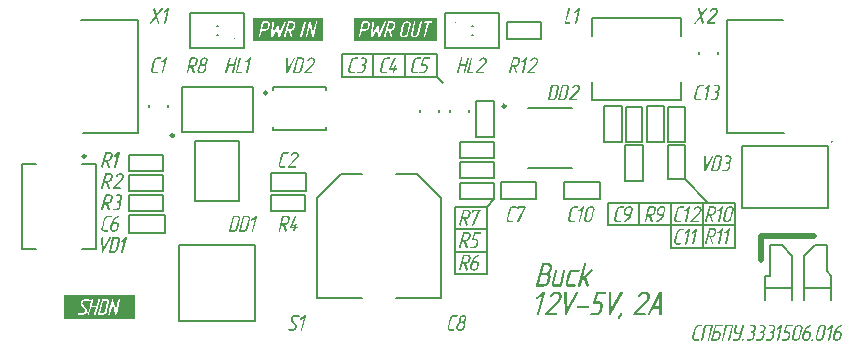
<source format=gto>
G04*
G04 #@! TF.GenerationSoftware,Altium Limited,Altium Designer,19.1.6 (110)*
G04*
G04 Layer_Color=65535*
%FSLAX43Y43*%
%MOMM*%
G71*
G01*
G75*
%ADD10C,0.200*%
%ADD11C,0.250*%
%ADD12C,0.100*%
%ADD13C,0.500*%
%ADD14C,0.050*%
G36*
X97422Y77163D02*
X97442Y77154D01*
X97466Y77139D01*
X97469Y77133D01*
X97478Y77122D01*
X97486Y77104D01*
X97489Y77084D01*
Y77081D01*
Y77075D01*
X97486Y77057D01*
X97173Y75801D01*
Y75798D01*
X97167Y75786D01*
X97161Y75772D01*
X97150Y75757D01*
X97132Y75739D01*
X97112Y75725D01*
X97082Y75713D01*
X97047Y75710D01*
X96552D01*
X96535Y75713D01*
X96511Y75716D01*
X96482Y75722D01*
X96447Y75734D01*
X96412Y75751D01*
X96379Y75772D01*
X96350Y75804D01*
X96347Y75807D01*
X96344Y75816D01*
X96335Y75827D01*
X96327Y75845D01*
X96318Y75865D01*
X96312Y75889D01*
X96306Y75915D01*
X96303Y75944D01*
Y75947D01*
Y75950D01*
X96306Y75968D01*
X96309Y75994D01*
X96315Y76024D01*
X96576Y77069D01*
Y77072D01*
X96579Y77075D01*
X96584Y77090D01*
X96599Y77110D01*
X96620Y77133D01*
X96622Y77136D01*
X96625Y77139D01*
X96643Y77151D01*
X96666Y77160D01*
X96684Y77166D01*
X96707D01*
X96725Y77163D01*
X96748Y77154D01*
X96772Y77136D01*
X96778Y77131D01*
X96786Y77116D01*
X96792Y77090D01*
Y77075D01*
X96789Y77057D01*
X96526Y76012D01*
Y76009D01*
Y76003D01*
X96523Y75985D01*
X96526Y75959D01*
X96529Y75947D01*
X96535Y75936D01*
X96538Y75933D01*
X96549Y75924D01*
X96567Y75912D01*
X96593Y75909D01*
X96983D01*
X97273Y77069D01*
Y77072D01*
X97276Y77075D01*
X97281Y77090D01*
X97296Y77110D01*
X97317Y77133D01*
X97319Y77136D01*
X97322Y77139D01*
X97340Y77151D01*
X97363Y77160D01*
X97381Y77166D01*
X97404D01*
X97422Y77163D01*
D02*
G37*
G36*
X99170Y77719D02*
X99194Y77710D01*
X99217Y77693D01*
X99223Y77687D01*
X99232Y77672D01*
X99238Y77649D01*
Y77634D01*
X99235Y77617D01*
X98971Y76571D01*
X99621Y77133D01*
X99624Y77136D01*
X99627Y77139D01*
X99636Y77145D01*
X99648Y77151D01*
X99674Y77163D01*
X99689Y77169D01*
X99715D01*
X99733Y77163D01*
X99756Y77154D01*
X99768Y77142D01*
X99780Y77131D01*
X99782Y77128D01*
X99788Y77116D01*
X99794Y77098D01*
X99797Y77081D01*
Y77078D01*
Y77075D01*
Y77057D01*
Y77054D01*
X99794Y77051D01*
X99788Y77037D01*
X99774Y77016D01*
X99753Y76996D01*
X99214Y76530D01*
X99478Y75851D01*
Y75804D01*
Y75801D01*
X99475Y75798D01*
X99469Y75783D01*
X99454Y75763D01*
X99431Y75739D01*
X99428D01*
X99425Y75734D01*
X99408Y75725D01*
X99381Y75716D01*
X99352Y75710D01*
X99346D01*
X99334Y75713D01*
X99317Y75716D01*
X99299Y75725D01*
X99296Y75728D01*
X99287Y75734D01*
X99276Y75745D01*
X99267Y75760D01*
X99033Y76372D01*
X98892Y76246D01*
X98781Y75801D01*
Y75798D01*
X98778Y75795D01*
X98772Y75777D01*
X98757Y75757D01*
X98737Y75737D01*
X98734D01*
X98731Y75734D01*
X98713Y75725D01*
X98687Y75713D01*
X98655Y75710D01*
X98652D01*
X98637Y75713D01*
X98617Y75722D01*
X98588Y75737D01*
X98585Y75739D01*
X98576Y75748D01*
X98564Y75763D01*
X98561Y75783D01*
Y75786D01*
Y75792D01*
X98564Y75804D01*
X98567Y75816D01*
X99021Y77628D01*
X99024Y77634D01*
X99030Y77646D01*
X99044Y77666D01*
X99065Y77690D01*
X99068Y77693D01*
X99071Y77696D01*
X99088Y77707D01*
X99112Y77716D01*
X99129Y77722D01*
X99153D01*
X99170Y77719D01*
D02*
G37*
G36*
X98617Y77163D02*
X98637Y77151D01*
X98649Y77142D01*
X98661Y77131D01*
X98664Y77125D01*
X98672Y77113D01*
X98678Y77098D01*
X98681Y77078D01*
Y77072D01*
Y77057D01*
X98678Y77051D01*
X98672Y77037D01*
X98658Y77016D01*
X98637Y76993D01*
X98631Y76987D01*
X98614Y76978D01*
X98590Y76969D01*
X98555Y76964D01*
X98057D01*
X98052Y76961D01*
X98040D01*
X98011Y76949D01*
X97996Y76943D01*
X97981Y76931D01*
X97978D01*
X97975Y76926D01*
X97961Y76908D01*
X97943Y76885D01*
X97929Y76849D01*
X97721Y76012D01*
Y76009D01*
X97718Y76003D01*
X97715Y75985D01*
X97718Y75959D01*
X97721Y75947D01*
X97727Y75936D01*
X97729Y75933D01*
X97744Y75924D01*
X97762Y75912D01*
X97788Y75909D01*
X98283D01*
X98301Y75906D01*
X98324Y75895D01*
X98336Y75886D01*
X98347Y75874D01*
Y75871D01*
X98350Y75868D01*
X98359Y75851D01*
X98365Y75827D01*
X98368Y75816D01*
X98365Y75801D01*
X98362Y75795D01*
X98356Y75780D01*
X98344Y75763D01*
X98324Y75739D01*
X98318Y75734D01*
X98301Y75725D01*
X98274Y75716D01*
X98239Y75710D01*
X97747D01*
X97729Y75713D01*
X97706Y75716D01*
X97674Y75722D01*
X97642Y75734D01*
X97606Y75751D01*
X97571Y75772D01*
X97542Y75804D01*
X97539Y75807D01*
X97536Y75816D01*
X97527Y75827D01*
X97519Y75845D01*
X97510Y75865D01*
X97504Y75889D01*
X97498Y75915D01*
X97495Y75944D01*
Y75947D01*
Y75950D01*
X97498Y75968D01*
X97501Y75994D01*
X97507Y76024D01*
X97715Y76861D01*
X97718Y76867D01*
X97721Y76879D01*
X97729Y76902D01*
X97744Y76928D01*
X97762Y76961D01*
X97788Y76996D01*
X97817Y77034D01*
X97855Y77069D01*
X97861Y77072D01*
X97876Y77084D01*
X97896Y77098D01*
X97929Y77119D01*
X97964Y77136D01*
X98008Y77151D01*
X98052Y77163D01*
X98101Y77166D01*
X98599D01*
X98617Y77163D01*
D02*
G37*
G36*
X96034Y77719D02*
X96069Y77716D01*
X96110Y77705D01*
X96160Y77690D01*
X96207Y77664D01*
X96256Y77631D01*
X96277Y77608D01*
X96297Y77584D01*
X96300Y77582D01*
X96306Y77573D01*
X96315Y77561D01*
X96327Y77543D01*
X96335Y77523D01*
X96347Y77497D01*
X96356Y77470D01*
X96362Y77438D01*
X96365Y77362D01*
X96362Y77315D01*
X96353Y77268D01*
X96315Y77128D01*
Y77122D01*
X96309Y77110D01*
X96303Y77090D01*
X96294Y77063D01*
X96283Y77034D01*
X96268Y77002D01*
X96251Y76969D01*
X96230Y76937D01*
X96227Y76934D01*
X96218Y76923D01*
X96207Y76908D01*
X96192Y76890D01*
X96171Y76870D01*
X96151Y76849D01*
X96128Y76829D01*
X96104Y76811D01*
X96107Y76808D01*
X96113Y76805D01*
X96125Y76794D01*
X96139Y76779D01*
X96154Y76759D01*
X96171Y76732D01*
X96189Y76700D01*
X96204Y76662D01*
X96207Y76656D01*
X96210Y76641D01*
X96215Y76621D01*
X96221Y76589D01*
X96224Y76554D01*
Y76516D01*
X96221Y76472D01*
X96212Y76428D01*
X96142Y76149D01*
Y76147D01*
X96139Y76141D01*
X96136Y76132D01*
X96133Y76120D01*
X96119Y76088D01*
X96101Y76044D01*
X96072Y75997D01*
X96034Y75944D01*
X95987Y75892D01*
X95961Y75868D01*
X95928Y75842D01*
X95925D01*
X95920Y75836D01*
X95911Y75830D01*
X95899Y75821D01*
X95884Y75813D01*
X95864Y75801D01*
X95820Y75777D01*
X95767Y75751D01*
X95709Y75731D01*
X95647Y75716D01*
X95615Y75713D01*
X95583Y75710D01*
X95079D01*
X95064Y75713D01*
X95047Y75719D01*
X95029Y75728D01*
X95015Y75739D01*
X95003Y75757D01*
X95000Y75780D01*
Y75783D01*
Y75792D01*
X95003Y75804D01*
X95006Y75816D01*
X95460Y77628D01*
Y77631D01*
X95466Y77643D01*
X95472Y77658D01*
X95483Y77675D01*
X95498Y77693D01*
X95521Y77707D01*
X95548Y77719D01*
X95583Y77722D01*
X96019D01*
X96034Y77719D01*
D02*
G37*
G36*
X99413Y74113D02*
X99437Y74104D01*
X99449Y74092D01*
X99460Y74081D01*
X99463Y74078D01*
X99469Y74066D01*
X99475Y74051D01*
X99478Y74034D01*
Y74031D01*
Y74028D01*
Y74013D01*
Y74010D01*
X99475Y74007D01*
X99469Y73993D01*
X99454Y73969D01*
X99434Y73946D01*
X99428Y73940D01*
X99410Y73931D01*
X99387Y73923D01*
X99352Y73917D01*
X98506D01*
X98497Y73920D01*
X98485Y73923D01*
X98459Y73931D01*
X98447Y73940D01*
X98435Y73952D01*
X98432Y73955D01*
X98429Y73966D01*
X98424Y73981D01*
X98421Y73999D01*
Y74002D01*
Y74007D01*
X98426Y74025D01*
X98429Y74028D01*
X98432Y74040D01*
X98444Y74057D01*
X98465Y74081D01*
X98467Y74084D01*
X98470Y74087D01*
X98488Y74101D01*
X98514Y74113D01*
X98532Y74116D01*
X98549Y74119D01*
X99396D01*
X99413Y74113D01*
D02*
G37*
G36*
X102251Y75299D02*
X102263D01*
X102289Y75287D01*
X102301Y75281D01*
X102313Y75270D01*
X102316Y75267D01*
X102322Y75255D01*
X102327Y75240D01*
X102330Y75220D01*
Y75217D01*
Y75214D01*
X102327Y75196D01*
X102319Y75173D01*
X101381Y73372D01*
X101379Y73369D01*
X101373Y73360D01*
X101364Y73346D01*
X101349Y73334D01*
X101332Y73319D01*
X101311Y73305D01*
X101288Y73296D01*
X101261Y73293D01*
X101258D01*
X101247Y73296D01*
X101235Y73299D01*
X101217Y73305D01*
X101203Y73316D01*
X101188Y73331D01*
X101176Y73354D01*
X101174Y73384D01*
X101135Y75185D01*
X101138Y75208D01*
Y75211D01*
X101141Y75214D01*
X101147Y75232D01*
X101162Y75252D01*
X101182Y75273D01*
X101185D01*
X101188Y75278D01*
X101206Y75287D01*
X101232Y75296D01*
X101264Y75302D01*
X101270D01*
X101282Y75299D01*
X101299Y75296D01*
X101317Y75284D01*
X101320Y75281D01*
X101332Y75273D01*
X101343Y75252D01*
X101349Y75240D01*
X101355Y75223D01*
X101384Y73814D01*
X102125Y75232D01*
X102128Y75235D01*
X102134Y75246D01*
X102146Y75261D01*
X102163Y75278D01*
X102169Y75281D01*
X102184Y75287D01*
X102204Y75296D01*
X102234Y75302D01*
X102242D01*
X102251Y75299D01*
D02*
G37*
G36*
X98500D02*
X98511D01*
X98538Y75287D01*
X98549Y75281D01*
X98561Y75270D01*
X98564Y75267D01*
X98570Y75255D01*
X98576Y75240D01*
X98579Y75220D01*
Y75217D01*
Y75214D01*
X98576Y75196D01*
X98567Y75173D01*
X97630Y73372D01*
X97627Y73369D01*
X97621Y73360D01*
X97612Y73346D01*
X97598Y73334D01*
X97580Y73319D01*
X97560Y73305D01*
X97536Y73296D01*
X97510Y73293D01*
X97507D01*
X97495Y73296D01*
X97483Y73299D01*
X97466Y73305D01*
X97451Y73316D01*
X97437Y73331D01*
X97425Y73354D01*
X97422Y73384D01*
X97384Y75185D01*
X97387Y75208D01*
Y75211D01*
X97390Y75214D01*
X97396Y75232D01*
X97410Y75252D01*
X97431Y75273D01*
X97434D01*
X97437Y75278D01*
X97454Y75287D01*
X97481Y75296D01*
X97513Y75302D01*
X97519D01*
X97530Y75299D01*
X97548Y75296D01*
X97565Y75284D01*
X97568Y75281D01*
X97580Y75273D01*
X97592Y75252D01*
X97598Y75240D01*
X97604Y75223D01*
X97633Y73814D01*
X98374Y75232D01*
X98377Y75235D01*
X98383Y75246D01*
X98394Y75261D01*
X98412Y75278D01*
X98418Y75281D01*
X98432Y75287D01*
X98453Y75296D01*
X98482Y75302D01*
X98491D01*
X98500Y75299D01*
D02*
G37*
G36*
X105566Y75299D02*
X105581Y75293D01*
X105599Y75281D01*
X105613Y75267D01*
X105622Y75243D01*
X105628Y75211D01*
X105666Y73410D01*
X105663Y73384D01*
X105660Y73378D01*
X105654Y73363D01*
X105640Y73346D01*
X105616Y73322D01*
X105613D01*
X105610Y73316D01*
X105590Y73308D01*
X105566Y73299D01*
X105537Y73293D01*
X105531D01*
X105514Y73296D01*
X105493Y73302D01*
X105473Y73313D01*
X105470Y73316D01*
X105461Y73328D01*
X105452Y73346D01*
X105446Y73372D01*
X105438Y73849D01*
X104931D01*
X104676Y73363D01*
X104673Y73357D01*
X104664Y73346D01*
X104650Y73328D01*
X104629Y73313D01*
X104623Y73310D01*
X104609Y73305D01*
X104588Y73296D01*
X104562Y73293D01*
X104553D01*
X104536Y73296D01*
X104512Y73305D01*
X104489Y73322D01*
X104486Y73325D01*
X104480Y73337D01*
X104471Y73354D01*
X104468Y73372D01*
Y73375D01*
Y73381D01*
X104474Y73398D01*
X104480Y73419D01*
X105420Y75223D01*
X105423Y75226D01*
X105429Y75235D01*
X105438Y75249D01*
X105452Y75264D01*
X105467Y75278D01*
X105487Y75293D01*
X105511Y75302D01*
X105537Y75305D01*
X105552D01*
X105566Y75299D01*
D02*
G37*
G36*
X104237Y75305D02*
X104257Y75302D01*
X104278Y75299D01*
X104328Y75290D01*
X104383Y75273D01*
X104442Y75246D01*
X104471Y75229D01*
X104500Y75208D01*
X104530Y75185D01*
X104556Y75158D01*
X104559Y75153D01*
X104571Y75138D01*
X104588Y75114D01*
X104606Y75085D01*
X104623Y75047D01*
X104641Y75003D01*
X104653Y74956D01*
X104656Y74904D01*
Y74901D01*
Y74895D01*
Y74883D01*
X104653Y74868D01*
X104650Y74833D01*
X104638Y74789D01*
Y74786D01*
X104635Y74778D01*
X104632Y74763D01*
X104626Y74745D01*
X104618Y74725D01*
X104609Y74702D01*
X104582Y74649D01*
X104580Y74646D01*
X104574Y74637D01*
X104565Y74622D01*
X104553Y74605D01*
X104536Y74581D01*
X104518Y74555D01*
X104495Y74526D01*
X104468Y74494D01*
X103557Y73492D01*
X104193D01*
X104211Y73489D01*
X104234Y73477D01*
X104246Y73469D01*
X104257Y73457D01*
Y73454D01*
X104260Y73451D01*
X104269Y73433D01*
X104275Y73410D01*
Y73398D01*
X104272Y73384D01*
Y73378D01*
X104266Y73363D01*
X104254Y73346D01*
X104234Y73322D01*
X104228Y73316D01*
X104211Y73308D01*
X104187Y73299D01*
X104152Y73293D01*
X103309D01*
X103291Y73299D01*
X103265Y73308D01*
X103253Y73316D01*
X103241Y73328D01*
X103238Y73331D01*
X103235Y73343D01*
X103229Y73360D01*
X103226Y73378D01*
Y73381D01*
Y73384D01*
X103229Y73401D01*
Y73407D01*
X103235Y73416D01*
X103244Y73433D01*
X103256Y73448D01*
X104310Y74605D01*
X104351Y74661D01*
X104383Y74707D01*
Y74710D01*
X104389Y74716D01*
X104392Y74725D01*
X104398Y74737D01*
X104410Y74766D01*
X104421Y74801D01*
Y74804D01*
Y74807D01*
X104424Y74822D01*
X104427Y74848D01*
Y74877D01*
X104424Y74909D01*
X104416Y74948D01*
X104398Y74983D01*
X104375Y75018D01*
X104372Y75021D01*
X104369Y75024D01*
X104351Y75041D01*
X104322Y75059D01*
X104287Y75079D01*
X104284D01*
X104278Y75082D01*
X104266Y75088D01*
X104252Y75091D01*
X104216Y75100D01*
X104172Y75103D01*
X104158D01*
X104140Y75100D01*
X104120Y75097D01*
X104093Y75091D01*
X104064Y75082D01*
X104032Y75071D01*
X104000Y75053D01*
X103997Y75050D01*
X103985Y75044D01*
X103967Y75032D01*
X103947Y75015D01*
X103921Y74991D01*
X103891Y74962D01*
X103862Y74927D01*
X103833Y74883D01*
X103830Y74877D01*
X103821Y74866D01*
X103806Y74851D01*
X103789Y74839D01*
X103786Y74836D01*
X103774Y74830D01*
X103754Y74825D01*
X103730Y74819D01*
X103721D01*
X103713Y74822D01*
X103701D01*
X103675Y74830D01*
X103648Y74848D01*
Y74851D01*
X103645Y74854D01*
X103636Y74871D01*
X103631Y74895D01*
Y74909D01*
X103634Y74927D01*
X103645Y74956D01*
Y74959D01*
X103651Y74965D01*
X103657Y74974D01*
X103663Y74986D01*
X103686Y75018D01*
X103718Y75056D01*
X103754Y75100D01*
X103798Y75147D01*
X103847Y75188D01*
X103903Y75226D01*
X103906D01*
X103909Y75229D01*
X103918Y75235D01*
X103926Y75237D01*
X103956Y75252D01*
X103994Y75267D01*
X104038Y75281D01*
X104088Y75296D01*
X104143Y75305D01*
X104202Y75308D01*
X104222D01*
X104237Y75305D01*
D02*
G37*
G36*
X100889Y75299D02*
X100913Y75290D01*
X100925Y75278D01*
X100936Y75267D01*
X100939Y75264D01*
X100945Y75252D01*
X100951Y75237D01*
X100954Y75220D01*
Y75217D01*
Y75214D01*
X100951Y75199D01*
X100948Y75194D01*
X100942Y75179D01*
X100930Y75158D01*
X100910Y75135D01*
X100904Y75129D01*
X100887Y75120D01*
X100863Y75112D01*
X100828Y75106D01*
X100231D01*
X100069Y74467D01*
X100321D01*
X100336Y74464D01*
X100371Y74461D01*
X100412Y74450D01*
X100459Y74435D01*
X100509Y74409D01*
X100556Y74376D01*
X100576Y74353D01*
X100597Y74330D01*
Y74327D01*
X100602Y74324D01*
X100611Y74306D01*
X100626Y74277D01*
X100643Y74239D01*
X100655Y74192D01*
X100664Y74139D01*
Y74078D01*
X100661Y74046D01*
X100655Y74013D01*
X100585Y73735D01*
Y73732D01*
X100582Y73726D01*
X100579Y73718D01*
X100576Y73706D01*
X100561Y73671D01*
X100544Y73627D01*
X100515Y73580D01*
X100479Y73527D01*
X100433Y73474D01*
X100377Y73422D01*
X100374D01*
X100371Y73416D01*
X100359Y73410D01*
X100348Y73401D01*
X100333Y73392D01*
X100315Y73381D01*
X100272Y73357D01*
X100219Y73334D01*
X100160Y73313D01*
X100096Y73299D01*
X100061Y73296D01*
X100026Y73293D01*
X99668D01*
X99659Y73296D01*
X99648D01*
X99621Y73308D01*
X99607Y73313D01*
X99595Y73325D01*
X99592Y73328D01*
X99589Y73340D01*
X99586Y73354D01*
X99583Y73372D01*
Y73375D01*
Y73381D01*
X99586Y73398D01*
X99589Y73401D01*
X99592Y73413D01*
X99604Y73431D01*
X99624Y73454D01*
X99627Y73457D01*
X99630Y73460D01*
X99648Y73474D01*
X99674Y73486D01*
X99692Y73489D01*
X99712Y73492D01*
X100078D01*
X100099Y73495D01*
X100122Y73501D01*
X100154Y73510D01*
X100187Y73524D01*
X100219Y73542D01*
X100254Y73565D01*
X100257Y73568D01*
X100269Y73580D01*
X100283Y73595D01*
X100304Y73615D01*
X100324Y73641D01*
X100342Y73674D01*
X100359Y73709D01*
X100374Y73747D01*
X100441Y74025D01*
Y74031D01*
X100444Y74043D01*
X100447Y74060D01*
Y74084D01*
Y74113D01*
X100441Y74139D01*
X100433Y74169D01*
X100415Y74195D01*
X100412Y74198D01*
X100406Y74207D01*
X100395Y74218D01*
X100377Y74230D01*
X100356Y74242D01*
X100333Y74253D01*
X100304Y74262D01*
X100269Y74265D01*
X99914D01*
X99903Y74268D01*
X99885Y74271D01*
X99864Y74280D01*
X99847Y74292D01*
X99835Y74309D01*
X99826Y74335D01*
X99829Y74353D01*
X99832Y74371D01*
X100040Y75211D01*
Y75214D01*
X100046Y75226D01*
X100052Y75240D01*
X100064Y75258D01*
X100081Y75276D01*
X100102Y75290D01*
X100128Y75302D01*
X100163Y75305D01*
X100872D01*
X100889Y75299D01*
D02*
G37*
G36*
X96766Y75305D02*
X96786Y75302D01*
X96807Y75299D01*
X96857Y75290D01*
X96912Y75273D01*
X96971Y75246D01*
X97000Y75229D01*
X97030Y75208D01*
X97059Y75185D01*
X97085Y75158D01*
X97088Y75153D01*
X97100Y75138D01*
X97117Y75114D01*
X97135Y75085D01*
X97153Y75047D01*
X97170Y75003D01*
X97182Y74956D01*
X97185Y74904D01*
Y74901D01*
Y74895D01*
Y74883D01*
X97182Y74868D01*
X97179Y74833D01*
X97167Y74789D01*
Y74786D01*
X97164Y74778D01*
X97161Y74763D01*
X97155Y74745D01*
X97147Y74725D01*
X97138Y74702D01*
X97112Y74649D01*
X97109Y74646D01*
X97103Y74637D01*
X97094Y74622D01*
X97082Y74605D01*
X97065Y74581D01*
X97047Y74555D01*
X97024Y74526D01*
X96997Y74494D01*
X96087Y73492D01*
X96722D01*
X96740Y73489D01*
X96763Y73477D01*
X96775Y73469D01*
X96786Y73457D01*
Y73454D01*
X96789Y73451D01*
X96798Y73433D01*
X96804Y73410D01*
Y73398D01*
X96801Y73384D01*
Y73378D01*
X96795Y73363D01*
X96784Y73346D01*
X96763Y73322D01*
X96757Y73316D01*
X96740Y73308D01*
X96716Y73299D01*
X96681Y73293D01*
X95838D01*
X95820Y73299D01*
X95794Y73308D01*
X95782Y73316D01*
X95770Y73328D01*
X95767Y73331D01*
X95764Y73343D01*
X95759Y73360D01*
X95756Y73378D01*
Y73381D01*
Y73384D01*
X95759Y73401D01*
Y73407D01*
X95764Y73416D01*
X95773Y73433D01*
X95785Y73448D01*
X96839Y74605D01*
X96880Y74661D01*
X96912Y74707D01*
Y74710D01*
X96918Y74716D01*
X96921Y74725D01*
X96927Y74737D01*
X96939Y74766D01*
X96950Y74801D01*
Y74804D01*
Y74807D01*
X96953Y74822D01*
X96956Y74848D01*
Y74877D01*
X96953Y74909D01*
X96945Y74948D01*
X96927Y74983D01*
X96904Y75018D01*
X96901Y75021D01*
X96898Y75024D01*
X96880Y75041D01*
X96851Y75059D01*
X96816Y75079D01*
X96813D01*
X96807Y75082D01*
X96795Y75088D01*
X96781Y75091D01*
X96745Y75100D01*
X96702Y75103D01*
X96687D01*
X96669Y75100D01*
X96649Y75097D01*
X96622Y75091D01*
X96593Y75082D01*
X96561Y75071D01*
X96529Y75053D01*
X96526Y75050D01*
X96514Y75044D01*
X96497Y75032D01*
X96476Y75015D01*
X96450Y74991D01*
X96420Y74962D01*
X96391Y74927D01*
X96362Y74883D01*
X96359Y74877D01*
X96350Y74866D01*
X96335Y74851D01*
X96318Y74839D01*
X96315Y74836D01*
X96303Y74830D01*
X96283Y74825D01*
X96259Y74819D01*
X96251D01*
X96242Y74822D01*
X96230D01*
X96204Y74830D01*
X96177Y74848D01*
Y74851D01*
X96174Y74854D01*
X96166Y74871D01*
X96160Y74895D01*
Y74909D01*
X96163Y74927D01*
X96174Y74956D01*
Y74959D01*
X96180Y74965D01*
X96186Y74974D01*
X96192Y74986D01*
X96215Y75018D01*
X96248Y75056D01*
X96283Y75100D01*
X96327Y75147D01*
X96376Y75188D01*
X96432Y75226D01*
X96435D01*
X96438Y75229D01*
X96447Y75235D01*
X96456Y75237D01*
X96485Y75252D01*
X96523Y75267D01*
X96567Y75281D01*
X96617Y75296D01*
X96672Y75305D01*
X96731Y75308D01*
X96751D01*
X96766Y75305D01*
D02*
G37*
G36*
X95674Y75302D02*
X95700Y75290D01*
X95712Y75284D01*
X95723Y75273D01*
X95726Y75270D01*
X95735Y75258D01*
X95741Y75240D01*
X95744Y75223D01*
Y75220D01*
Y75217D01*
X95738Y75199D01*
X95284Y73384D01*
Y73381D01*
X95281Y73378D01*
X95275Y73360D01*
X95264Y73340D01*
X95243Y73319D01*
X95240D01*
X95237Y73316D01*
X95220Y73308D01*
X95193Y73296D01*
X95161Y73293D01*
X95158D01*
X95144Y73296D01*
X95123Y73305D01*
X95094Y73319D01*
X95088Y73325D01*
X95079Y73340D01*
X95070Y73363D01*
Y73378D01*
Y73395D01*
X95460Y74945D01*
X95173Y74716D01*
X95170D01*
X95167Y74710D01*
X95149Y74702D01*
X95126Y74693D01*
X95097Y74687D01*
X95088D01*
X95079Y74690D01*
X95067Y74693D01*
X95041Y74702D01*
X95029Y74710D01*
X95018Y74722D01*
X95015Y74725D01*
X95009Y74737D01*
X95003Y74751D01*
X95000Y74772D01*
Y74775D01*
Y74781D01*
X95006Y74795D01*
Y74798D01*
X95012Y74807D01*
X95023Y74827D01*
X95032Y74839D01*
X95044Y74854D01*
X95571Y75276D01*
X95574D01*
X95577Y75281D01*
X95592Y75290D01*
X95618Y75299D01*
X95647Y75305D01*
X95656D01*
X95674Y75302D01*
D02*
G37*
G36*
X102231Y73474D02*
X102257Y73463D01*
X102269Y73457D01*
X102281Y73445D01*
X102283Y73442D01*
X102289Y73431D01*
X102295Y73413D01*
X102298Y73395D01*
Y73392D01*
Y73390D01*
X102295Y73372D01*
X102286Y73349D01*
X102146Y73073D01*
Y73070D01*
X102143Y73067D01*
X102131Y73053D01*
X102114Y73035D01*
X102093Y73018D01*
X102087Y73015D01*
X102076Y73009D01*
X102055Y73003D01*
X102032Y73000D01*
X102023D01*
X102005Y73006D01*
X101982Y73015D01*
X101970Y73023D01*
X101958Y73035D01*
X101955Y73038D01*
X101950Y73050D01*
X101944Y73067D01*
X101941Y73085D01*
Y73088D01*
Y73091D01*
X101944Y73105D01*
X101953Y73129D01*
X102087Y73404D01*
Y73407D01*
X102090Y73410D01*
X102102Y73425D01*
X102117Y73442D01*
X102137Y73457D01*
X102143Y73460D01*
X102158Y73469D01*
X102178Y73474D01*
X102204Y73477D01*
X102213D01*
X102231Y73474D01*
D02*
G37*
G36*
X77000Y96500D02*
X71000D01*
Y98500D01*
X77000D01*
Y96500D01*
D02*
G37*
G36*
X86600D02*
X79600D01*
Y98500D01*
X86600D01*
Y96500D01*
D02*
G37*
G36*
X112526Y72480D02*
X112541Y72474D01*
X112557Y72462D01*
X112559Y72461D01*
X112565Y72453D01*
X112569Y72443D01*
X112571Y72429D01*
Y72427D01*
Y72423D01*
X112569Y72412D01*
X112325Y71436D01*
Y71434D01*
X112323Y71431D01*
X112321Y71425D01*
X112319Y71417D01*
X112309Y71393D01*
X112297Y71364D01*
X112278Y71333D01*
X112255Y71298D01*
X112223Y71263D01*
X112186Y71228D01*
X112184D01*
X112180Y71224D01*
X112175Y71220D01*
X112167Y71214D01*
X112157Y71208D01*
X112145Y71200D01*
X112116Y71185D01*
X112081Y71169D01*
X112040Y71155D01*
X111997Y71146D01*
X111974Y71144D01*
X111950Y71142D01*
X111712D01*
X111706Y71144D01*
X111699D01*
X111681Y71152D01*
X111671Y71155D01*
X111664Y71163D01*
X111662Y71165D01*
X111660Y71173D01*
X111658Y71183D01*
X111656Y71195D01*
Y71196D01*
Y71200D01*
X111660Y71212D01*
Y71214D01*
X111664Y71222D01*
X111671Y71234D01*
X111683Y71249D01*
X111685Y71251D01*
X111687Y71253D01*
X111699Y71263D01*
X111716Y71271D01*
X111728Y71273D01*
X111742Y71274D01*
X111985D01*
X111997Y71276D01*
X112015Y71280D01*
X112032Y71286D01*
X112054Y71294D01*
X112077Y71306D01*
X112100Y71321D01*
X112102Y71323D01*
X112110Y71331D01*
X112122Y71341D01*
X112134Y71354D01*
X112147Y71372D01*
X112161Y71393D01*
X112173Y71417D01*
X112182Y71442D01*
X112247Y71698D01*
X111985D01*
X111978Y71700D01*
X111956Y71704D01*
X111929Y71709D01*
X111898Y71721D01*
X111864Y71737D01*
X111831Y71760D01*
X111816Y71774D01*
X111800Y71789D01*
X111798Y71791D01*
X111794Y71797D01*
X111788Y71807D01*
X111783Y71819D01*
X111775Y71832D01*
X111769Y71850D01*
X111761Y71868D01*
X111757Y71887D01*
X111755Y71938D01*
X111757Y71971D01*
X111763Y72000D01*
X111868Y72420D01*
X111870Y72423D01*
X111874Y72431D01*
X111882Y72445D01*
X111896Y72461D01*
X111898Y72462D01*
X111900Y72464D01*
X111911Y72472D01*
X111929Y72478D01*
X111941Y72482D01*
X111956D01*
X111968Y72480D01*
X111983Y72474D01*
X111999Y72462D01*
X112003Y72459D01*
X112007Y72449D01*
X112011Y72433D01*
Y72423D01*
X112009Y72412D01*
X111905Y71994D01*
Y71990D01*
X111903Y71983D01*
X111901Y71969D01*
Y71953D01*
Y71936D01*
X111905Y71916D01*
X111911Y71897D01*
X111921Y71877D01*
X111923Y71875D01*
X111927Y71869D01*
X111935Y71864D01*
X111946Y71856D01*
X111960Y71846D01*
X111978Y71840D01*
X111997Y71834D01*
X112020Y71832D01*
X112280D01*
X112426Y72420D01*
X112428Y72423D01*
X112432Y72431D01*
X112442Y72445D01*
X112455Y72461D01*
X112457Y72462D01*
X112459Y72464D01*
X112471Y72472D01*
X112489Y72478D01*
X112498Y72482D01*
X112514D01*
X112526Y72480D01*
D02*
G37*
G36*
X120846Y72482D02*
X120853Y72480D01*
X120871Y72472D01*
X120879Y72466D01*
X120887Y72457D01*
X120888Y72455D01*
X120890Y72449D01*
X120892Y72439D01*
X120894Y72427D01*
Y72425D01*
Y72422D01*
X120892Y72410D01*
X120890Y72408D01*
X120888Y72400D01*
X120883Y72388D01*
X120875Y72379D01*
X120873Y72377D01*
X120867Y72371D01*
X120855Y72363D01*
X120838Y72353D01*
X120818Y72347D01*
X120797Y72338D01*
X120754Y72318D01*
X120752D01*
X120748Y72314D01*
X120740Y72310D01*
X120730Y72304D01*
X120705Y72289D01*
X120676Y72271D01*
X120672Y72269D01*
X120664Y72263D01*
X120650Y72254D01*
X120633Y72238D01*
X120613Y72221D01*
X120590Y72199D01*
X120565Y72176D01*
X120537Y72146D01*
X120535Y72145D01*
X120530Y72137D01*
X120520Y72127D01*
X120508Y72111D01*
X120494Y72094D01*
X120481Y72072D01*
X120465Y72051D01*
X120450Y72026D01*
X120448Y72022D01*
X120444Y72014D01*
X120436Y72002D01*
X120428Y71987D01*
X120412Y71953D01*
X120405Y71938D01*
X120401Y71924D01*
X120658D01*
X120668Y71922D01*
X120691Y71920D01*
X120721Y71912D01*
X120752Y71903D01*
X120785Y71887D01*
X120818Y71864D01*
X120832Y71850D01*
X120846Y71834D01*
X120848Y71832D01*
X120853Y71825D01*
X120859Y71811D01*
X120869Y71795D01*
X120877Y71774D01*
X120883Y71750D01*
X120888Y71725D01*
X120890Y71696D01*
Y71694D01*
Y71690D01*
Y71682D01*
X120888Y71674D01*
X120887Y71649D01*
X120881Y71622D01*
X120834Y71436D01*
Y71434D01*
X120832Y71431D01*
X120830Y71425D01*
X120828Y71417D01*
X120818Y71393D01*
X120805Y71364D01*
X120787Y71331D01*
X120762Y71296D01*
X120732Y71261D01*
X120695Y71228D01*
X120693D01*
X120691Y71224D01*
X120686Y71220D01*
X120676Y71214D01*
X120666Y71208D01*
X120654Y71200D01*
X120625Y71185D01*
X120592Y71169D01*
X120551Y71155D01*
X120508Y71146D01*
X120485Y71144D01*
X120461Y71142D01*
X120356D01*
X120348Y71144D01*
X120327Y71146D01*
X120299Y71154D01*
X120268Y71163D01*
X120237Y71179D01*
X120204Y71200D01*
X120188Y71214D01*
X120174Y71230D01*
X120173Y71232D01*
X120167Y71241D01*
X120159Y71253D01*
X120149Y71271D01*
X120139Y71292D01*
X120132Y71315D01*
X120126Y71341D01*
X120124Y71370D01*
Y71372D01*
Y71376D01*
Y71384D01*
X120126Y71392D01*
X120130Y71415D01*
X120135Y71442D01*
X120239Y71856D01*
Y71858D01*
X120241Y71866D01*
X120245Y71875D01*
X120249Y71889D01*
X120254Y71907D01*
X120262Y71928D01*
X120270Y71951D01*
X120282Y71977D01*
X120307Y72033D01*
X120340Y72094D01*
X120360Y72125D01*
X120381Y72158D01*
X120405Y72189D01*
X120430Y72221D01*
X120432Y72223D01*
X120438Y72228D01*
X120446Y72238D01*
X120457Y72250D01*
X120473Y72265D01*
X120491Y72281D01*
X120512Y72301D01*
X120535Y72320D01*
X120563Y72342D01*
X120592Y72363D01*
X120623Y72384D01*
X120656Y72406D01*
X120691Y72425D01*
X120729Y72445D01*
X120768Y72462D01*
X120808Y72478D01*
X120834Y72484D01*
X120840D01*
X120846Y72482D01*
D02*
G37*
G36*
X120104Y72480D02*
X120122Y72472D01*
X120130Y72468D01*
X120137Y72461D01*
X120139Y72459D01*
X120145Y72451D01*
X120149Y72439D01*
X120151Y72427D01*
Y72425D01*
Y72423D01*
X120147Y72412D01*
X119845Y71202D01*
Y71200D01*
X119843Y71198D01*
X119839Y71187D01*
X119831Y71173D01*
X119818Y71159D01*
X119816D01*
X119814Y71157D01*
X119802Y71152D01*
X119784Y71144D01*
X119763Y71142D01*
X119761D01*
X119751Y71144D01*
X119738Y71150D01*
X119718Y71159D01*
X119714Y71163D01*
X119708Y71173D01*
X119702Y71189D01*
Y71198D01*
Y71210D01*
X119962Y72242D01*
X119771Y72090D01*
X119769D01*
X119767Y72086D01*
X119755Y72080D01*
X119739Y72074D01*
X119720Y72070D01*
X119714D01*
X119708Y72072D01*
X119700Y72074D01*
X119683Y72080D01*
X119675Y72086D01*
X119667Y72094D01*
X119665Y72096D01*
X119661Y72104D01*
X119658Y72113D01*
X119656Y72127D01*
Y72129D01*
Y72133D01*
X119660Y72143D01*
Y72145D01*
X119663Y72150D01*
X119671Y72164D01*
X119677Y72172D01*
X119685Y72182D01*
X120036Y72462D01*
X120038D01*
X120040Y72466D01*
X120050Y72472D01*
X120067Y72478D01*
X120087Y72482D01*
X120093D01*
X120104Y72480D01*
D02*
G37*
G36*
X119343D02*
X119367Y72478D01*
X119394Y72470D01*
X119427Y72461D01*
X119459Y72443D01*
X119492Y72422D01*
X119505Y72406D01*
X119519Y72390D01*
X119521Y72388D01*
X119527Y72381D01*
X119535Y72367D01*
X119542Y72351D01*
X119550Y72332D01*
X119558Y72306D01*
X119564Y72281D01*
X119566Y72252D01*
Y72250D01*
Y72246D01*
Y72240D01*
X119564Y72230D01*
X119562Y72207D01*
X119556Y72178D01*
X119371Y71436D01*
Y71434D01*
X119369Y71431D01*
X119367Y71425D01*
X119365Y71417D01*
X119355Y71393D01*
X119342Y71364D01*
X119322Y71333D01*
X119299Y71298D01*
X119267Y71263D01*
X119230Y71228D01*
X119228D01*
X119226Y71224D01*
X119221Y71220D01*
X119211Y71214D01*
X119201Y71208D01*
X119189Y71200D01*
X119160Y71185D01*
X119127Y71169D01*
X119086Y71155D01*
X119043Y71146D01*
X119020Y71144D01*
X118996Y71142D01*
X118891D01*
X118883Y71144D01*
X118862Y71146D01*
X118834Y71154D01*
X118803Y71163D01*
X118772Y71179D01*
X118739Y71200D01*
X118723Y71214D01*
X118710Y71230D01*
X118708Y71232D01*
X118702Y71241D01*
X118694Y71253D01*
X118686Y71271D01*
X118676Y71292D01*
X118669Y71315D01*
X118663Y71341D01*
X118661Y71370D01*
Y71372D01*
Y71376D01*
Y71384D01*
X118663Y71392D01*
X118665Y71415D01*
X118670Y71442D01*
X118856Y72187D01*
Y72189D01*
X118858Y72193D01*
X118860Y72199D01*
X118862Y72207D01*
X118871Y72228D01*
X118883Y72258D01*
X118903Y72289D01*
X118926Y72324D01*
X118955Y72359D01*
X118992Y72392D01*
X118994Y72394D01*
X118998Y72396D01*
X119004Y72400D01*
X119012Y72406D01*
X119022Y72414D01*
X119033Y72422D01*
X119063Y72437D01*
X119098Y72453D01*
X119139Y72468D01*
X119182Y72478D01*
X119205Y72482D01*
X119334D01*
X119343Y72480D01*
D02*
G37*
G36*
X118405Y71271D02*
X118421Y71265D01*
X118429Y71257D01*
X118436Y71249D01*
X118438Y71247D01*
X118442Y71239D01*
X118446Y71228D01*
X118448Y71216D01*
Y71212D01*
X118446Y71202D01*
X118444Y71198D01*
X118440Y71189D01*
X118433Y71177D01*
X118419Y71161D01*
X118415Y71157D01*
X118403Y71152D01*
X118388Y71146D01*
X118364Y71142D01*
X118358D01*
X118353Y71144D01*
X118345D01*
X118327Y71152D01*
X118317Y71155D01*
X118310Y71163D01*
X118308Y71165D01*
X118306Y71173D01*
X118304Y71183D01*
X118302Y71195D01*
Y71196D01*
Y71200D01*
X118304Y71212D01*
X118306Y71214D01*
X118308Y71222D01*
X118315Y71234D01*
X118329Y71249D01*
X118331Y71251D01*
X118333Y71253D01*
X118345Y71263D01*
X118362Y71271D01*
X118374Y71273D01*
X118388Y71274D01*
X118393D01*
X118405Y71271D01*
D02*
G37*
G36*
X118245Y72482D02*
X118253Y72480D01*
X118271Y72472D01*
X118278Y72466D01*
X118286Y72457D01*
X118288Y72455D01*
X118290Y72449D01*
X118292Y72439D01*
X118294Y72427D01*
Y72425D01*
Y72422D01*
X118292Y72410D01*
X118290Y72408D01*
X118288Y72400D01*
X118282Y72388D01*
X118274Y72379D01*
X118273Y72377D01*
X118267Y72371D01*
X118255Y72363D01*
X118237Y72353D01*
X118218Y72347D01*
X118196Y72338D01*
X118154Y72318D01*
X118152D01*
X118148Y72314D01*
X118140Y72310D01*
X118130Y72304D01*
X118105Y72289D01*
X118076Y72271D01*
X118072Y72269D01*
X118064Y72263D01*
X118050Y72254D01*
X118033Y72238D01*
X118013Y72221D01*
X117990Y72199D01*
X117964Y72176D01*
X117937Y72146D01*
X117935Y72145D01*
X117929Y72137D01*
X117919Y72127D01*
X117908Y72111D01*
X117894Y72094D01*
X117880Y72072D01*
X117865Y72051D01*
X117849Y72026D01*
X117847Y72022D01*
X117843Y72014D01*
X117836Y72002D01*
X117828Y71987D01*
X117812Y71953D01*
X117804Y71938D01*
X117800Y71924D01*
X118058D01*
X118068Y71922D01*
X118091Y71920D01*
X118120Y71912D01*
X118152Y71903D01*
X118185Y71887D01*
X118218Y71864D01*
X118232Y71850D01*
X118245Y71834D01*
X118247Y71832D01*
X118253Y71825D01*
X118259Y71811D01*
X118269Y71795D01*
X118276Y71774D01*
X118282Y71750D01*
X118288Y71725D01*
X118290Y71696D01*
Y71694D01*
Y71690D01*
Y71682D01*
X118288Y71674D01*
X118286Y71649D01*
X118280Y71622D01*
X118234Y71436D01*
Y71434D01*
X118232Y71431D01*
X118230Y71425D01*
X118228Y71417D01*
X118218Y71393D01*
X118204Y71364D01*
X118187Y71331D01*
X118161Y71296D01*
X118132Y71261D01*
X118095Y71228D01*
X118093D01*
X118091Y71224D01*
X118085Y71220D01*
X118076Y71214D01*
X118066Y71208D01*
X118054Y71200D01*
X118025Y71185D01*
X117992Y71169D01*
X117951Y71155D01*
X117908Y71146D01*
X117884Y71144D01*
X117861Y71142D01*
X117756D01*
X117748Y71144D01*
X117726Y71146D01*
X117699Y71154D01*
X117668Y71163D01*
X117637Y71179D01*
X117603Y71200D01*
X117588Y71214D01*
X117574Y71230D01*
X117572Y71232D01*
X117566Y71241D01*
X117559Y71253D01*
X117549Y71271D01*
X117539Y71292D01*
X117531Y71315D01*
X117525Y71341D01*
X117523Y71370D01*
Y71372D01*
Y71376D01*
Y71384D01*
X117525Y71392D01*
X117529Y71415D01*
X117535Y71442D01*
X117639Y71856D01*
Y71858D01*
X117641Y71866D01*
X117644Y71875D01*
X117648Y71889D01*
X117654Y71907D01*
X117662Y71928D01*
X117670Y71951D01*
X117681Y71977D01*
X117707Y72033D01*
X117740Y72094D01*
X117760Y72125D01*
X117781Y72158D01*
X117804Y72189D01*
X117830Y72221D01*
X117832Y72223D01*
X117838Y72228D01*
X117845Y72238D01*
X117857Y72250D01*
X117873Y72265D01*
X117890Y72281D01*
X117912Y72301D01*
X117935Y72320D01*
X117962Y72342D01*
X117992Y72363D01*
X118023Y72384D01*
X118056Y72406D01*
X118091Y72425D01*
X118128Y72445D01*
X118167Y72462D01*
X118208Y72478D01*
X118234Y72484D01*
X118239D01*
X118245Y72482D01*
D02*
G37*
G36*
X117344Y72480D02*
X117367Y72478D01*
X117395Y72470D01*
X117428Y72461D01*
X117459Y72443D01*
X117492Y72422D01*
X117506Y72406D01*
X117520Y72390D01*
X117522Y72388D01*
X117527Y72381D01*
X117535Y72367D01*
X117543Y72351D01*
X117551Y72332D01*
X117559Y72306D01*
X117564Y72281D01*
X117566Y72252D01*
Y72250D01*
Y72246D01*
Y72240D01*
X117564Y72230D01*
X117562Y72207D01*
X117557Y72178D01*
X117371Y71436D01*
Y71434D01*
X117369Y71431D01*
X117367Y71425D01*
X117365Y71417D01*
X117356Y71393D01*
X117342Y71364D01*
X117323Y71333D01*
X117299Y71298D01*
X117268Y71263D01*
X117231Y71228D01*
X117229D01*
X117227Y71224D01*
X117221Y71220D01*
X117211Y71214D01*
X117202Y71208D01*
X117190Y71200D01*
X117161Y71185D01*
X117127Y71169D01*
X117087Y71155D01*
X117044Y71146D01*
X117020Y71144D01*
X116997Y71142D01*
X116891D01*
X116884Y71144D01*
X116862Y71146D01*
X116835Y71154D01*
X116804Y71163D01*
X116772Y71179D01*
X116739Y71200D01*
X116724Y71214D01*
X116710Y71230D01*
X116708Y71232D01*
X116702Y71241D01*
X116694Y71253D01*
X116687Y71271D01*
X116677Y71292D01*
X116669Y71315D01*
X116663Y71341D01*
X116661Y71370D01*
Y71372D01*
Y71376D01*
Y71384D01*
X116663Y71392D01*
X116665Y71415D01*
X116671Y71442D01*
X116856Y72187D01*
Y72189D01*
X116858Y72193D01*
X116860Y72199D01*
X116862Y72207D01*
X116872Y72228D01*
X116884Y72258D01*
X116903Y72289D01*
X116927Y72324D01*
X116956Y72359D01*
X116993Y72392D01*
X116995Y72394D01*
X116999Y72396D01*
X117005Y72400D01*
X117012Y72406D01*
X117022Y72414D01*
X117034Y72422D01*
X117063Y72437D01*
X117098Y72453D01*
X117139Y72468D01*
X117182Y72478D01*
X117205Y72482D01*
X117334D01*
X117344Y72480D01*
D02*
G37*
G36*
X116683Y72478D02*
X116698Y72472D01*
X116706Y72464D01*
X116714Y72457D01*
X116716Y72455D01*
X116720Y72447D01*
X116724Y72437D01*
X116726Y72425D01*
Y72423D01*
Y72422D01*
X116724Y72412D01*
X116722Y72408D01*
X116718Y72398D01*
X116710Y72384D01*
X116696Y72369D01*
X116692Y72365D01*
X116681Y72359D01*
X116665Y72353D01*
X116642Y72349D01*
X116244D01*
X116137Y71924D01*
X116304D01*
X116314Y71922D01*
X116337Y71920D01*
X116365Y71912D01*
X116396Y71903D01*
X116429Y71885D01*
X116460Y71864D01*
X116474Y71848D01*
X116488Y71832D01*
Y71830D01*
X116492Y71828D01*
X116497Y71817D01*
X116507Y71797D01*
X116519Y71772D01*
X116527Y71741D01*
X116533Y71706D01*
Y71665D01*
X116531Y71643D01*
X116527Y71622D01*
X116480Y71436D01*
Y71434D01*
X116478Y71431D01*
X116476Y71425D01*
X116474Y71417D01*
X116464Y71393D01*
X116453Y71364D01*
X116433Y71333D01*
X116410Y71298D01*
X116378Y71263D01*
X116341Y71228D01*
X116339D01*
X116337Y71224D01*
X116330Y71220D01*
X116322Y71214D01*
X116312Y71208D01*
X116300Y71200D01*
X116271Y71185D01*
X116236Y71169D01*
X116197Y71155D01*
X116154Y71146D01*
X116131Y71144D01*
X116107Y71142D01*
X115869D01*
X115863Y71144D01*
X115856D01*
X115838Y71152D01*
X115828Y71155D01*
X115820Y71163D01*
X115819Y71165D01*
X115817Y71173D01*
X115815Y71183D01*
X115813Y71195D01*
Y71196D01*
Y71200D01*
X115815Y71212D01*
X115817Y71214D01*
X115819Y71222D01*
X115826Y71234D01*
X115840Y71249D01*
X115842Y71251D01*
X115844Y71253D01*
X115856Y71263D01*
X115873Y71271D01*
X115885Y71273D01*
X115899Y71274D01*
X116142D01*
X116156Y71276D01*
X116172Y71280D01*
X116193Y71286D01*
X116215Y71296D01*
X116236Y71308D01*
X116259Y71323D01*
X116261Y71325D01*
X116269Y71333D01*
X116279Y71343D01*
X116293Y71356D01*
X116306Y71374D01*
X116318Y71395D01*
X116330Y71419D01*
X116339Y71444D01*
X116384Y71630D01*
Y71633D01*
X116386Y71641D01*
X116388Y71653D01*
Y71669D01*
Y71688D01*
X116384Y71706D01*
X116378Y71725D01*
X116367Y71743D01*
X116365Y71745D01*
X116361Y71750D01*
X116353Y71758D01*
X116341Y71766D01*
X116328Y71774D01*
X116312Y71782D01*
X116293Y71788D01*
X116269Y71789D01*
X116033D01*
X116025Y71791D01*
X116014Y71793D01*
X116000Y71799D01*
X115988Y71807D01*
X115980Y71819D01*
X115975Y71836D01*
X115977Y71848D01*
X115979Y71860D01*
X116117Y72420D01*
Y72422D01*
X116121Y72429D01*
X116125Y72439D01*
X116133Y72451D01*
X116144Y72462D01*
X116158Y72472D01*
X116176Y72480D01*
X116199Y72482D01*
X116671D01*
X116683Y72478D01*
D02*
G37*
G36*
X115805Y72480D02*
X115822Y72472D01*
X115830Y72468D01*
X115838Y72461D01*
X115840Y72459D01*
X115846Y72451D01*
X115850Y72439D01*
X115852Y72427D01*
Y72425D01*
Y72423D01*
X115848Y72412D01*
X115545Y71202D01*
Y71200D01*
X115543Y71198D01*
X115540Y71187D01*
X115532Y71173D01*
X115518Y71159D01*
X115516D01*
X115514Y71157D01*
X115503Y71152D01*
X115485Y71144D01*
X115464Y71142D01*
X115462D01*
X115452Y71144D01*
X115438Y71150D01*
X115419Y71159D01*
X115415Y71163D01*
X115409Y71173D01*
X115403Y71189D01*
Y71198D01*
Y71210D01*
X115662Y72242D01*
X115471Y72090D01*
X115469D01*
X115467Y72086D01*
X115456Y72080D01*
X115440Y72074D01*
X115421Y72070D01*
X115415D01*
X115409Y72072D01*
X115401Y72074D01*
X115384Y72080D01*
X115376Y72086D01*
X115368Y72094D01*
X115366Y72096D01*
X115362Y72104D01*
X115358Y72113D01*
X115356Y72127D01*
Y72129D01*
Y72133D01*
X115360Y72143D01*
Y72145D01*
X115364Y72150D01*
X115372Y72164D01*
X115378Y72172D01*
X115385Y72182D01*
X115737Y72462D01*
X115739D01*
X115741Y72466D01*
X115750Y72472D01*
X115768Y72478D01*
X115787Y72482D01*
X115793D01*
X115805Y72480D01*
D02*
G37*
G36*
X115034Y72480D02*
X115058Y72478D01*
X115087Y72470D01*
X115118Y72461D01*
X115151Y72443D01*
X115185Y72422D01*
X115198Y72406D01*
X115212Y72390D01*
X115214Y72388D01*
X115220Y72381D01*
X115226Y72367D01*
X115235Y72351D01*
X115243Y72332D01*
X115249Y72308D01*
X115255Y72283D01*
X115257Y72254D01*
Y72252D01*
Y72248D01*
Y72240D01*
X115255Y72232D01*
X115253Y72207D01*
X115247Y72180D01*
X115224Y72086D01*
X115214Y72055D01*
X115208Y72033D01*
X115198Y72016D01*
Y72014D01*
X115196Y72012D01*
X115194Y72006D01*
X115190Y71998D01*
X115179Y71979D01*
X115163Y71957D01*
X115161Y71955D01*
X115157Y71949D01*
X115149Y71940D01*
X115138Y71928D01*
X115126Y71914D01*
X115112Y71901D01*
X115081Y71875D01*
X115083D01*
X115087Y71871D01*
X115095Y71866D01*
X115103Y71856D01*
X115112Y71844D01*
X115124Y71827D01*
X115136Y71805D01*
X115146Y71780D01*
X115147Y71776D01*
X115149Y71766D01*
X115153Y71750D01*
X115157Y71731D01*
X115161Y71708D01*
Y71680D01*
X115159Y71651D01*
X115153Y71620D01*
X115107Y71436D01*
Y71434D01*
X115105Y71431D01*
X115103Y71425D01*
X115101Y71417D01*
X115091Y71393D01*
X115079Y71364D01*
X115060Y71331D01*
X115036Y71296D01*
X115005Y71261D01*
X114968Y71228D01*
X114966D01*
X114964Y71224D01*
X114958Y71220D01*
X114949Y71214D01*
X114939Y71208D01*
X114927Y71200D01*
X114898Y71185D01*
X114865Y71169D01*
X114824Y71155D01*
X114781Y71146D01*
X114757Y71144D01*
X114734Y71142D01*
X114496D01*
X114490Y71144D01*
X114482D01*
X114465Y71152D01*
X114455Y71155D01*
X114447Y71163D01*
Y71165D01*
X114445Y71173D01*
X114443Y71183D01*
X114441Y71195D01*
Y71196D01*
Y71198D01*
X114443Y71210D01*
X114445Y71212D01*
X114447Y71222D01*
X114455Y71234D01*
X114467Y71249D01*
X114469Y71251D01*
X114471Y71253D01*
X114482Y71263D01*
X114500Y71271D01*
X114512Y71273D01*
X114525Y71274D01*
X114769D01*
X114783Y71276D01*
X114798Y71280D01*
X114820Y71286D01*
X114841Y71296D01*
X114863Y71308D01*
X114886Y71323D01*
X114888Y71325D01*
X114896Y71333D01*
X114906Y71343D01*
X114919Y71356D01*
X114933Y71374D01*
X114945Y71395D01*
X114956Y71419D01*
X114966Y71444D01*
X115013Y71630D01*
Y71633D01*
X115015Y71641D01*
X115017Y71653D01*
Y71670D01*
X115015Y71688D01*
X115013Y71708D01*
X115005Y71727D01*
X114995Y71745D01*
X114993Y71747D01*
X114989Y71752D01*
X114982Y71760D01*
X114970Y71768D01*
X114956Y71776D01*
X114941Y71784D01*
X114921Y71789D01*
X114898Y71791D01*
X114845D01*
X114839Y71793D01*
X114831Y71795D01*
X114814Y71801D01*
X114804Y71807D01*
X114796Y71815D01*
Y71817D01*
X114794Y71819D01*
X114791Y71828D01*
X114789Y71844D01*
X114791Y71862D01*
X114792Y71864D01*
X114794Y71871D01*
X114802Y71883D01*
X114816Y71899D01*
X114818Y71901D01*
X114820Y71903D01*
X114831Y71912D01*
X114849Y71920D01*
X114861Y71922D01*
X114874Y71924D01*
X114886D01*
X114900Y71926D01*
X114915Y71930D01*
X114937Y71936D01*
X114958Y71946D01*
X114980Y71957D01*
X115003Y71973D01*
X115005Y71975D01*
X115013Y71983D01*
X115023Y71992D01*
X115036Y72006D01*
X115048Y72024D01*
X115062Y72045D01*
X115073Y72068D01*
X115081Y72094D01*
X115105Y72187D01*
Y72191D01*
X115107Y72199D01*
X115108Y72211D01*
Y72228D01*
Y72246D01*
X115105Y72265D01*
X115099Y72285D01*
X115089Y72303D01*
X115087Y72304D01*
X115083Y72310D01*
X115075Y72318D01*
X115064Y72326D01*
X115050Y72334D01*
X115032Y72342D01*
X115013Y72347D01*
X114989Y72349D01*
X114798D01*
X114792Y72351D01*
X114785Y72353D01*
X114767Y72359D01*
X114757Y72365D01*
X114750Y72373D01*
Y72375D01*
X114748Y72377D01*
X114744Y72386D01*
X114742Y72402D01*
X114744Y72420D01*
X114746Y72422D01*
X114748Y72429D01*
X114755Y72441D01*
X114769Y72457D01*
X114771Y72459D01*
X114773Y72461D01*
X114785Y72470D01*
X114802Y72478D01*
X114814Y72480D01*
X114828Y72482D01*
X115025D01*
X115034Y72480D01*
D02*
G37*
G36*
X114219D02*
X114242Y72478D01*
X114272Y72470D01*
X114303Y72461D01*
X114336Y72443D01*
X114369Y72422D01*
X114383Y72406D01*
X114396Y72390D01*
X114398Y72388D01*
X114404Y72381D01*
X114410Y72367D01*
X114420Y72351D01*
X114428Y72332D01*
X114434Y72308D01*
X114439Y72283D01*
X114441Y72254D01*
Y72252D01*
Y72248D01*
Y72240D01*
X114439Y72232D01*
X114437Y72207D01*
X114432Y72180D01*
X114408Y72086D01*
X114398Y72055D01*
X114393Y72033D01*
X114383Y72016D01*
Y72014D01*
X114381Y72012D01*
X114379Y72006D01*
X114375Y71998D01*
X114363Y71979D01*
X114348Y71957D01*
X114346Y71955D01*
X114342Y71949D01*
X114334Y71940D01*
X114322Y71928D01*
X114311Y71914D01*
X114297Y71901D01*
X114266Y71875D01*
X114268D01*
X114272Y71871D01*
X114279Y71866D01*
X114287Y71856D01*
X114297Y71844D01*
X114309Y71827D01*
X114320Y71805D01*
X114330Y71780D01*
X114332Y71776D01*
X114334Y71766D01*
X114338Y71750D01*
X114342Y71731D01*
X114346Y71708D01*
Y71680D01*
X114344Y71651D01*
X114338Y71620D01*
X114291Y71436D01*
Y71434D01*
X114289Y71431D01*
X114287Y71425D01*
X114285Y71417D01*
X114276Y71393D01*
X114264Y71364D01*
X114244Y71331D01*
X114221Y71296D01*
X114190Y71261D01*
X114153Y71228D01*
X114151D01*
X114149Y71224D01*
X114143Y71220D01*
X114133Y71214D01*
X114123Y71208D01*
X114112Y71200D01*
X114082Y71185D01*
X114049Y71169D01*
X114008Y71155D01*
X113965Y71146D01*
X113942Y71144D01*
X113919Y71142D01*
X113681D01*
X113675Y71144D01*
X113667D01*
X113649Y71152D01*
X113640Y71155D01*
X113632Y71163D01*
Y71165D01*
X113630Y71173D01*
X113628Y71183D01*
X113626Y71195D01*
Y71196D01*
Y71198D01*
X113628Y71210D01*
X113630Y71212D01*
X113632Y71222D01*
X113640Y71234D01*
X113651Y71249D01*
X113653Y71251D01*
X113655Y71253D01*
X113667Y71263D01*
X113684Y71271D01*
X113696Y71273D01*
X113710Y71274D01*
X113954D01*
X113967Y71276D01*
X113983Y71280D01*
X114004Y71286D01*
X114026Y71296D01*
X114047Y71308D01*
X114071Y71323D01*
X114073Y71325D01*
X114080Y71333D01*
X114090Y71343D01*
X114104Y71356D01*
X114118Y71374D01*
X114129Y71395D01*
X114141Y71419D01*
X114151Y71444D01*
X114197Y71630D01*
Y71633D01*
X114199Y71641D01*
X114201Y71653D01*
Y71670D01*
X114199Y71688D01*
X114197Y71708D01*
X114190Y71727D01*
X114180Y71745D01*
X114178Y71747D01*
X114174Y71752D01*
X114166Y71760D01*
X114155Y71768D01*
X114141Y71776D01*
X114125Y71784D01*
X114106Y71789D01*
X114082Y71791D01*
X114030D01*
X114024Y71793D01*
X114016Y71795D01*
X113999Y71801D01*
X113989Y71807D01*
X113981Y71815D01*
Y71817D01*
X113979Y71819D01*
X113975Y71828D01*
X113973Y71844D01*
X113975Y71862D01*
X113977Y71864D01*
X113979Y71871D01*
X113987Y71883D01*
X114000Y71899D01*
X114002Y71901D01*
X114004Y71903D01*
X114016Y71912D01*
X114034Y71920D01*
X114045Y71922D01*
X114059Y71924D01*
X114071D01*
X114084Y71926D01*
X114100Y71930D01*
X114121Y71936D01*
X114143Y71946D01*
X114164Y71957D01*
X114188Y71973D01*
X114190Y71975D01*
X114197Y71983D01*
X114207Y71992D01*
X114221Y72006D01*
X114233Y72024D01*
X114246Y72045D01*
X114258Y72068D01*
X114266Y72094D01*
X114289Y72187D01*
Y72191D01*
X114291Y72199D01*
X114293Y72211D01*
Y72228D01*
Y72246D01*
X114289Y72265D01*
X114283Y72285D01*
X114274Y72303D01*
X114272Y72304D01*
X114268Y72310D01*
X114260Y72318D01*
X114248Y72326D01*
X114235Y72334D01*
X114217Y72342D01*
X114197Y72347D01*
X114174Y72349D01*
X113983D01*
X113977Y72351D01*
X113969Y72353D01*
X113952Y72359D01*
X113942Y72365D01*
X113934Y72373D01*
Y72375D01*
X113932Y72377D01*
X113928Y72386D01*
X113926Y72402D01*
X113928Y72420D01*
X113930Y72422D01*
X113932Y72429D01*
X113940Y72441D01*
X113954Y72457D01*
X113956Y72459D01*
X113958Y72461D01*
X113969Y72470D01*
X113987Y72478D01*
X113999Y72480D01*
X114012Y72482D01*
X114209D01*
X114219Y72480D01*
D02*
G37*
G36*
X113404D02*
X113427Y72478D01*
X113456Y72470D01*
X113487Y72461D01*
X113521Y72443D01*
X113554Y72422D01*
X113567Y72406D01*
X113581Y72390D01*
X113583Y72388D01*
X113589Y72381D01*
X113595Y72367D01*
X113604Y72351D01*
X113612Y72332D01*
X113618Y72308D01*
X113624Y72283D01*
X113626Y72254D01*
Y72252D01*
Y72248D01*
Y72240D01*
X113624Y72232D01*
X113622Y72207D01*
X113616Y72180D01*
X113593Y72086D01*
X113583Y72055D01*
X113577Y72033D01*
X113567Y72016D01*
Y72014D01*
X113565Y72012D01*
X113564Y72006D01*
X113560Y71998D01*
X113548Y71979D01*
X113532Y71957D01*
X113530Y71955D01*
X113526Y71949D01*
X113519Y71940D01*
X113507Y71928D01*
X113495Y71914D01*
X113482Y71901D01*
X113450Y71875D01*
X113452D01*
X113456Y71871D01*
X113464Y71866D01*
X113472Y71856D01*
X113482Y71844D01*
X113493Y71827D01*
X113505Y71805D01*
X113515Y71780D01*
X113517Y71776D01*
X113519Y71766D01*
X113523Y71750D01*
X113526Y71731D01*
X113530Y71708D01*
Y71680D01*
X113528Y71651D01*
X113523Y71620D01*
X113476Y71436D01*
Y71434D01*
X113474Y71431D01*
X113472Y71425D01*
X113470Y71417D01*
X113460Y71393D01*
X113448Y71364D01*
X113429Y71331D01*
X113406Y71296D01*
X113374Y71261D01*
X113337Y71228D01*
X113335D01*
X113333Y71224D01*
X113327Y71220D01*
X113318Y71214D01*
X113308Y71208D01*
X113296Y71200D01*
X113267Y71185D01*
X113234Y71169D01*
X113193Y71155D01*
X113150Y71146D01*
X113127Y71144D01*
X113103Y71142D01*
X112865D01*
X112859Y71144D01*
X112851D01*
X112834Y71152D01*
X112824Y71155D01*
X112816Y71163D01*
Y71165D01*
X112814Y71173D01*
X112812Y71183D01*
X112811Y71195D01*
Y71196D01*
Y71198D01*
X112812Y71210D01*
X112814Y71212D01*
X112816Y71222D01*
X112824Y71234D01*
X112836Y71249D01*
X112838Y71251D01*
X112840Y71253D01*
X112851Y71263D01*
X112869Y71271D01*
X112881Y71273D01*
X112894Y71274D01*
X113138D01*
X113152Y71276D01*
X113168Y71280D01*
X113189Y71286D01*
X113210Y71296D01*
X113232Y71308D01*
X113255Y71323D01*
X113257Y71325D01*
X113265Y71333D01*
X113275Y71343D01*
X113288Y71356D01*
X113302Y71374D01*
X113314Y71395D01*
X113326Y71419D01*
X113335Y71444D01*
X113382Y71630D01*
Y71633D01*
X113384Y71641D01*
X113386Y71653D01*
Y71670D01*
X113384Y71688D01*
X113382Y71708D01*
X113374Y71727D01*
X113365Y71745D01*
X113363Y71747D01*
X113359Y71752D01*
X113351Y71760D01*
X113339Y71768D01*
X113326Y71776D01*
X113310Y71784D01*
X113290Y71789D01*
X113267Y71791D01*
X113214D01*
X113208Y71793D01*
X113201Y71795D01*
X113183Y71801D01*
X113173Y71807D01*
X113166Y71815D01*
Y71817D01*
X113164Y71819D01*
X113160Y71828D01*
X113158Y71844D01*
X113160Y71862D01*
X113162Y71864D01*
X113164Y71871D01*
X113171Y71883D01*
X113185Y71899D01*
X113187Y71901D01*
X113189Y71903D01*
X113201Y71912D01*
X113218Y71920D01*
X113230Y71922D01*
X113244Y71924D01*
X113255D01*
X113269Y71926D01*
X113285Y71930D01*
X113306Y71936D01*
X113327Y71946D01*
X113349Y71957D01*
X113372Y71973D01*
X113374Y71975D01*
X113382Y71983D01*
X113392Y71992D01*
X113406Y72006D01*
X113417Y72024D01*
X113431Y72045D01*
X113443Y72068D01*
X113450Y72094D01*
X113474Y72187D01*
Y72191D01*
X113476Y72199D01*
X113478Y72211D01*
Y72228D01*
Y72246D01*
X113474Y72265D01*
X113468Y72285D01*
X113458Y72303D01*
X113456Y72304D01*
X113452Y72310D01*
X113445Y72318D01*
X113433Y72326D01*
X113419Y72334D01*
X113402Y72342D01*
X113382Y72347D01*
X113359Y72349D01*
X113168D01*
X113162Y72351D01*
X113154Y72353D01*
X113136Y72359D01*
X113127Y72365D01*
X113119Y72373D01*
Y72375D01*
X113117Y72377D01*
X113113Y72386D01*
X113111Y72402D01*
X113113Y72420D01*
X113115Y72422D01*
X113117Y72429D01*
X113125Y72441D01*
X113138Y72457D01*
X113140Y72459D01*
X113142Y72461D01*
X113154Y72470D01*
X113171Y72478D01*
X113183Y72480D01*
X113197Y72482D01*
X113394D01*
X113404Y72480D01*
D02*
G37*
G36*
X112535Y71271D02*
X112551Y71265D01*
X112559Y71257D01*
X112567Y71249D01*
X112569Y71247D01*
X112573Y71239D01*
X112576Y71228D01*
X112578Y71216D01*
Y71212D01*
X112576Y71202D01*
X112574Y71198D01*
X112571Y71189D01*
X112563Y71177D01*
X112549Y71161D01*
X112545Y71157D01*
X112534Y71152D01*
X112518Y71146D01*
X112495Y71142D01*
X112489D01*
X112483Y71144D01*
X112475D01*
X112457Y71152D01*
X112448Y71155D01*
X112440Y71163D01*
X112438Y71165D01*
X112436Y71173D01*
X112434Y71183D01*
X112432Y71195D01*
Y71196D01*
Y71200D01*
X112434Y71212D01*
X112436Y71214D01*
X112438Y71222D01*
X112446Y71234D01*
X112459Y71249D01*
X112461Y71251D01*
X112463Y71253D01*
X112475Y71263D01*
X112493Y71271D01*
X112504Y71273D01*
X112518Y71274D01*
X112524D01*
X112535Y71271D01*
D02*
G37*
G36*
X111669Y72480D02*
X111681Y72476D01*
X111693Y72470D01*
X111703Y72461D01*
X111710Y72449D01*
X111712Y72431D01*
Y72429D01*
Y72425D01*
Y72420D01*
X111710Y72412D01*
X111406Y71202D01*
Y71200D01*
X111404Y71198D01*
X111400Y71187D01*
X111390Y71173D01*
X111377Y71159D01*
X111375D01*
X111373Y71157D01*
X111361Y71152D01*
X111346Y71144D01*
X111324Y71142D01*
X111322D01*
X111312Y71144D01*
X111299Y71150D01*
X111277Y71159D01*
X111273Y71163D01*
X111268Y71173D01*
X111264Y71189D01*
Y71198D01*
X111266Y71210D01*
X111548Y72349D01*
X111135D01*
X110848Y71202D01*
Y71200D01*
X110846Y71198D01*
X110842Y71187D01*
X110832Y71173D01*
X110819Y71159D01*
X110817D01*
X110815Y71157D01*
X110803Y71152D01*
X110788Y71144D01*
X110766Y71142D01*
X110764D01*
X110754Y71144D01*
X110741Y71150D01*
X110719Y71159D01*
X110717Y71161D01*
X110712Y71167D01*
X110706Y71177D01*
X110704Y71191D01*
Y71193D01*
Y71196D01*
X110706Y71204D01*
X110708Y71212D01*
X111010Y72420D01*
Y72422D01*
X111014Y72429D01*
X111018Y72439D01*
X111026Y72451D01*
X111035Y72462D01*
X111049Y72472D01*
X111069Y72480D01*
X111090Y72482D01*
X111660D01*
X111669Y72480D01*
D02*
G37*
G36*
X110743D02*
X110758Y72472D01*
X110766Y72466D01*
X110774Y72459D01*
X110776Y72455D01*
X110782Y72447D01*
X110786Y72437D01*
X110788Y72423D01*
Y72420D01*
X110786Y72412D01*
X110784Y72408D01*
X110780Y72398D01*
X110772Y72384D01*
X110758Y72369D01*
X110754Y72365D01*
X110743Y72359D01*
X110725Y72353D01*
X110702Y72349D01*
X110259D01*
X110152Y71924D01*
X110413D01*
X110423Y71922D01*
X110446Y71920D01*
X110474Y71912D01*
X110505Y71903D01*
X110538Y71887D01*
X110571Y71864D01*
X110587Y71850D01*
X110600Y71834D01*
X110602Y71832D01*
X110606Y71827D01*
X110612Y71819D01*
X110618Y71805D01*
X110626Y71791D01*
X110632Y71774D01*
X110639Y71756D01*
X110643Y71735D01*
Y71684D01*
X110641Y71653D01*
X110635Y71622D01*
X110589Y71436D01*
Y71434D01*
X110587Y71431D01*
X110585Y71425D01*
X110583Y71417D01*
X110573Y71393D01*
X110561Y71364D01*
X110542Y71333D01*
X110518Y71298D01*
X110487Y71263D01*
X110450Y71228D01*
X110448D01*
X110444Y71224D01*
X110438Y71220D01*
X110431Y71214D01*
X110421Y71208D01*
X110409Y71200D01*
X110380Y71185D01*
X110345Y71169D01*
X110304Y71155D01*
X110261Y71146D01*
X110238Y71144D01*
X110214Y71142D01*
X109881D01*
X109871Y71144D01*
X109859Y71148D01*
X109847Y71154D01*
X109838Y71161D01*
X109830Y71173D01*
X109828Y71189D01*
Y71191D01*
Y71196D01*
Y71204D01*
X109830Y71212D01*
X110132Y72420D01*
Y72422D01*
X110136Y72429D01*
X110140Y72439D01*
X110148Y72451D01*
X110160Y72462D01*
X110173Y72472D01*
X110191Y72480D01*
X110214Y72482D01*
X110731D01*
X110743Y72480D01*
D02*
G37*
G36*
X109918D02*
X109929Y72476D01*
X109941Y72470D01*
X109951Y72461D01*
X109959Y72449D01*
X109961Y72431D01*
Y72429D01*
Y72425D01*
Y72420D01*
X109959Y72412D01*
X109654Y71202D01*
Y71200D01*
X109652Y71198D01*
X109648Y71187D01*
X109639Y71173D01*
X109625Y71159D01*
X109623D01*
X109621Y71157D01*
X109609Y71152D01*
X109594Y71144D01*
X109572Y71142D01*
X109570D01*
X109561Y71144D01*
X109547Y71150D01*
X109526Y71159D01*
X109522Y71163D01*
X109516Y71173D01*
X109512Y71189D01*
Y71198D01*
X109514Y71210D01*
X109797Y72349D01*
X109383D01*
X109096Y71202D01*
Y71200D01*
X109094Y71198D01*
X109091Y71187D01*
X109081Y71173D01*
X109067Y71159D01*
X109065D01*
X109063Y71157D01*
X109051Y71152D01*
X109036Y71144D01*
X109014Y71142D01*
X109012D01*
X109003Y71144D01*
X108989Y71150D01*
X108968Y71159D01*
X108966Y71161D01*
X108960Y71167D01*
X108954Y71177D01*
X108952Y71191D01*
Y71193D01*
Y71196D01*
X108954Y71204D01*
X108956Y71212D01*
X109258Y72420D01*
Y72422D01*
X109262Y72429D01*
X109266Y72439D01*
X109274Y72451D01*
X109284Y72462D01*
X109297Y72472D01*
X109317Y72480D01*
X109338Y72482D01*
X109908D01*
X109918Y72480D01*
D02*
G37*
G36*
X109044D02*
X109059Y72472D01*
X109067Y72466D01*
X109075Y72459D01*
X109077Y72455D01*
X109081Y72447D01*
X109085Y72437D01*
X109087Y72423D01*
Y72420D01*
Y72412D01*
X109085Y72408D01*
X109081Y72398D01*
X109071Y72384D01*
X109057Y72369D01*
X109053Y72365D01*
X109042Y72359D01*
X109026Y72353D01*
X109003Y72349D01*
X108759D01*
X108747Y72347D01*
X108730Y72343D01*
X108710Y72338D01*
X108689Y72328D01*
X108665Y72316D01*
X108642Y72301D01*
X108640Y72299D01*
X108632Y72293D01*
X108622Y72281D01*
X108609Y72267D01*
X108595Y72250D01*
X108583Y72228D01*
X108572Y72205D01*
X108562Y72180D01*
X108377Y71436D01*
Y71432D01*
X108375Y71425D01*
X108373Y71411D01*
Y71395D01*
Y71378D01*
X108377Y71358D01*
X108382Y71339D01*
X108394Y71319D01*
X108396Y71317D01*
X108400Y71312D01*
X108408Y71306D01*
X108419Y71298D01*
X108433Y71288D01*
X108451Y71282D01*
X108470Y71276D01*
X108492Y71274D01*
X108730D01*
X108741Y71273D01*
X108757Y71265D01*
X108765Y71259D01*
X108771Y71251D01*
Y71249D01*
X108773Y71247D01*
X108778Y71235D01*
X108784Y71220D01*
Y71212D01*
Y71202D01*
X108782Y71198D01*
X108778Y71189D01*
X108769Y71177D01*
X108755Y71161D01*
X108751Y71157D01*
X108739Y71152D01*
X108724Y71146D01*
X108700Y71142D01*
X108457D01*
X108449Y71144D01*
X108425Y71146D01*
X108398Y71154D01*
X108367Y71163D01*
X108336Y71179D01*
X108302Y71202D01*
X108287Y71216D01*
X108273Y71232D01*
X108271Y71234D01*
X108265Y71243D01*
X108258Y71255D01*
X108250Y71273D01*
X108240Y71292D01*
X108232Y71315D01*
X108226Y71343D01*
X108224Y71372D01*
Y71374D01*
Y71378D01*
Y71384D01*
X108226Y71393D01*
X108228Y71415D01*
X108234Y71442D01*
X108421Y72187D01*
Y72189D01*
X108423Y72193D01*
X108425Y72199D01*
X108427Y72207D01*
X108435Y72228D01*
X108449Y72258D01*
X108466Y72289D01*
X108490Y72324D01*
X108519Y72359D01*
X108556Y72392D01*
X108558Y72394D01*
X108562Y72396D01*
X108568Y72400D01*
X108576Y72406D01*
X108585Y72414D01*
X108597Y72422D01*
X108626Y72437D01*
X108661Y72453D01*
X108702Y72468D01*
X108747Y72478D01*
X108771Y72482D01*
X109032D01*
X109044Y72480D01*
D02*
G37*
G36*
X61000Y73000D02*
X55000D01*
Y75000D01*
X61000D01*
Y73000D01*
D02*
G37*
G36*
X109943Y86817D02*
X109951D01*
X109969Y86809D01*
X109976Y86805D01*
X109984Y86797D01*
X109986Y86795D01*
X109990Y86787D01*
X109994Y86778D01*
X109996Y86764D01*
Y86762D01*
Y86760D01*
X109994Y86748D01*
X109988Y86733D01*
X109364Y85533D01*
X109362Y85531D01*
X109358Y85525D01*
X109352Y85516D01*
X109342Y85508D01*
X109331Y85498D01*
X109317Y85488D01*
X109301Y85482D01*
X109284Y85480D01*
X109282D01*
X109274Y85482D01*
X109266Y85484D01*
X109255Y85488D01*
X109245Y85496D01*
X109235Y85506D01*
X109227Y85521D01*
X109225Y85541D01*
X109200Y86741D01*
X109202Y86756D01*
Y86758D01*
X109204Y86760D01*
X109208Y86772D01*
X109218Y86786D01*
X109231Y86799D01*
X109233D01*
X109235Y86803D01*
X109247Y86809D01*
X109264Y86815D01*
X109286Y86819D01*
X109290D01*
X109298Y86817D01*
X109309Y86815D01*
X109321Y86807D01*
X109323Y86805D01*
X109331Y86799D01*
X109339Y86786D01*
X109342Y86778D01*
X109346Y86766D01*
X109366Y85828D01*
X109859Y86772D01*
X109861Y86774D01*
X109865Y86782D01*
X109873Y86791D01*
X109885Y86803D01*
X109889Y86805D01*
X109898Y86809D01*
X109912Y86815D01*
X109932Y86819D01*
X109937D01*
X109943Y86817D01*
D02*
G37*
G36*
X111324Y86819D02*
X111348Y86817D01*
X111377Y86809D01*
X111408Y86799D01*
X111441Y86782D01*
X111475Y86760D01*
X111488Y86745D01*
X111502Y86729D01*
X111504Y86727D01*
X111510Y86719D01*
X111516Y86706D01*
X111525Y86690D01*
X111533Y86670D01*
X111539Y86647D01*
X111545Y86622D01*
X111547Y86592D01*
Y86590D01*
Y86587D01*
Y86579D01*
X111545Y86571D01*
X111543Y86546D01*
X111537Y86518D01*
X111514Y86425D01*
X111504Y86393D01*
X111498Y86372D01*
X111488Y86354D01*
Y86352D01*
X111486Y86351D01*
X111484Y86345D01*
X111480Y86337D01*
X111469Y86317D01*
X111453Y86296D01*
X111451Y86294D01*
X111447Y86288D01*
X111439Y86278D01*
X111428Y86267D01*
X111416Y86253D01*
X111402Y86239D01*
X111371Y86214D01*
X111373D01*
X111377Y86210D01*
X111385Y86204D01*
X111393Y86194D01*
X111402Y86183D01*
X111414Y86165D01*
X111426Y86144D01*
X111436Y86118D01*
X111437Y86114D01*
X111439Y86105D01*
X111443Y86089D01*
X111447Y86070D01*
X111451Y86046D01*
Y86019D01*
X111449Y85990D01*
X111443Y85958D01*
X111397Y85775D01*
Y85773D01*
X111395Y85769D01*
X111393Y85763D01*
X111391Y85756D01*
X111381Y85732D01*
X111369Y85703D01*
X111350Y85670D01*
X111326Y85635D01*
X111295Y85599D01*
X111258Y85566D01*
X111256D01*
X111254Y85562D01*
X111248Y85559D01*
X111239Y85553D01*
X111229Y85547D01*
X111217Y85539D01*
X111188Y85523D01*
X111155Y85508D01*
X111114Y85494D01*
X111071Y85484D01*
X111047Y85482D01*
X111024Y85480D01*
X110786D01*
X110780Y85482D01*
X110772D01*
X110755Y85490D01*
X110745Y85494D01*
X110737Y85502D01*
Y85504D01*
X110735Y85512D01*
X110733Y85521D01*
X110731Y85533D01*
Y85535D01*
Y85537D01*
X110733Y85549D01*
X110735Y85551D01*
X110737Y85560D01*
X110745Y85572D01*
X110757Y85588D01*
X110759Y85590D01*
X110761Y85592D01*
X110772Y85601D01*
X110790Y85609D01*
X110802Y85611D01*
X110815Y85613D01*
X111059D01*
X111073Y85615D01*
X111088Y85619D01*
X111110Y85625D01*
X111131Y85635D01*
X111153Y85646D01*
X111176Y85662D01*
X111178Y85664D01*
X111186Y85672D01*
X111196Y85681D01*
X111209Y85695D01*
X111223Y85713D01*
X111235Y85734D01*
X111246Y85757D01*
X111256Y85783D01*
X111303Y85968D01*
Y85972D01*
X111305Y85980D01*
X111307Y85992D01*
Y86009D01*
X111305Y86027D01*
X111303Y86046D01*
X111295Y86066D01*
X111285Y86083D01*
X111283Y86085D01*
X111279Y86091D01*
X111272Y86099D01*
X111260Y86107D01*
X111246Y86114D01*
X111231Y86122D01*
X111211Y86128D01*
X111188Y86130D01*
X111135D01*
X111129Y86132D01*
X111121Y86134D01*
X111104Y86140D01*
X111094Y86146D01*
X111086Y86153D01*
Y86155D01*
X111084Y86157D01*
X111080Y86167D01*
X111079Y86183D01*
X111080Y86200D01*
X111082Y86202D01*
X111084Y86210D01*
X111092Y86222D01*
X111106Y86237D01*
X111108Y86239D01*
X111110Y86241D01*
X111121Y86251D01*
X111139Y86259D01*
X111151Y86261D01*
X111164Y86263D01*
X111176D01*
X111190Y86265D01*
X111205Y86269D01*
X111227Y86274D01*
X111248Y86284D01*
X111270Y86296D01*
X111293Y86312D01*
X111295Y86313D01*
X111303Y86321D01*
X111313Y86331D01*
X111326Y86345D01*
X111338Y86362D01*
X111352Y86384D01*
X111363Y86407D01*
X111371Y86432D01*
X111395Y86526D01*
Y86530D01*
X111397Y86538D01*
X111398Y86549D01*
Y86567D01*
Y86585D01*
X111395Y86604D01*
X111389Y86624D01*
X111379Y86641D01*
X111377Y86643D01*
X111373Y86649D01*
X111365Y86657D01*
X111354Y86665D01*
X111340Y86672D01*
X111322Y86680D01*
X111303Y86686D01*
X111279Y86688D01*
X111088D01*
X111082Y86690D01*
X111075Y86692D01*
X111057Y86698D01*
X111047Y86704D01*
X111040Y86711D01*
Y86713D01*
X111038Y86715D01*
X111034Y86725D01*
X111032Y86741D01*
X111034Y86758D01*
X111036Y86760D01*
X111038Y86768D01*
X111045Y86780D01*
X111059Y86795D01*
X111061Y86797D01*
X111063Y86799D01*
X111075Y86809D01*
X111092Y86817D01*
X111104Y86819D01*
X111118Y86821D01*
X111315D01*
X111324Y86819D01*
D02*
G37*
G36*
X110540D02*
X110562Y86817D01*
X110591Y86809D01*
X110622Y86799D01*
X110655Y86782D01*
X110686Y86760D01*
X110702Y86745D01*
X110716Y86729D01*
X110718Y86727D01*
X110724Y86719D01*
X110731Y86706D01*
X110739Y86690D01*
X110747Y86670D01*
X110755Y86645D01*
X110761Y86620D01*
X110763Y86590D01*
Y86589D01*
Y86585D01*
Y86579D01*
X110761Y86569D01*
X110759Y86546D01*
X110753Y86516D01*
X110565Y85775D01*
Y85773D01*
X110564Y85769D01*
X110562Y85763D01*
X110560Y85756D01*
X110550Y85732D01*
X110538Y85703D01*
X110519Y85672D01*
X110495Y85637D01*
X110464Y85601D01*
X110427Y85566D01*
X110425D01*
X110423Y85562D01*
X110417Y85559D01*
X110407Y85553D01*
X110398Y85547D01*
X110386Y85539D01*
X110357Y85523D01*
X110324Y85508D01*
X110283Y85494D01*
X110240Y85484D01*
X110216Y85482D01*
X110193Y85480D01*
X109857D01*
X109848Y85482D01*
X109836Y85486D01*
X109824Y85492D01*
X109814Y85500D01*
X109807Y85512D01*
X109805Y85527D01*
Y85529D01*
Y85535D01*
X109807Y85543D01*
X109809Y85551D01*
X110111Y86758D01*
Y86760D01*
X110115Y86768D01*
X110119Y86778D01*
X110127Y86789D01*
X110136Y86801D01*
X110152Y86811D01*
X110170Y86819D01*
X110193Y86821D01*
X110530D01*
X110540Y86819D01*
D02*
G37*
G36*
X98450Y92821D02*
X98464Y92819D01*
X98477Y92817D01*
X98511Y92811D01*
X98548Y92799D01*
X98587Y92782D01*
X98606Y92770D01*
X98626Y92756D01*
X98645Y92741D01*
X98663Y92723D01*
X98665Y92719D01*
X98672Y92709D01*
X98684Y92694D01*
X98696Y92674D01*
X98708Y92649D01*
X98719Y92620D01*
X98727Y92589D01*
X98729Y92553D01*
Y92551D01*
Y92548D01*
Y92540D01*
X98727Y92530D01*
X98725Y92507D01*
X98717Y92477D01*
Y92475D01*
X98715Y92470D01*
X98713Y92460D01*
X98710Y92448D01*
X98704Y92434D01*
X98698Y92419D01*
X98680Y92384D01*
X98678Y92382D01*
X98674Y92376D01*
X98669Y92366D01*
X98661Y92354D01*
X98649Y92339D01*
X98637Y92321D01*
X98622Y92302D01*
X98604Y92280D01*
X97998Y91613D01*
X98421D01*
X98433Y91611D01*
X98448Y91603D01*
X98456Y91598D01*
X98464Y91590D01*
Y91588D01*
X98466Y91586D01*
X98472Y91574D01*
X98475Y91559D01*
Y91551D01*
X98474Y91541D01*
Y91537D01*
X98470Y91527D01*
X98462Y91516D01*
X98448Y91500D01*
X98444Y91496D01*
X98433Y91490D01*
X98417Y91484D01*
X98394Y91480D01*
X97832D01*
X97820Y91484D01*
X97802Y91490D01*
X97795Y91496D01*
X97787Y91504D01*
X97785Y91506D01*
X97783Y91514D01*
X97779Y91525D01*
X97777Y91537D01*
Y91539D01*
Y91541D01*
X97779Y91553D01*
Y91557D01*
X97783Y91562D01*
X97789Y91574D01*
X97797Y91584D01*
X98499Y92354D01*
X98526Y92391D01*
X98548Y92423D01*
Y92425D01*
X98552Y92429D01*
X98553Y92434D01*
X98557Y92442D01*
X98565Y92462D01*
X98573Y92485D01*
Y92487D01*
Y92489D01*
X98575Y92499D01*
X98577Y92516D01*
Y92536D01*
X98575Y92557D01*
X98569Y92583D01*
X98557Y92606D01*
X98542Y92629D01*
X98540Y92631D01*
X98538Y92633D01*
X98526Y92645D01*
X98507Y92657D01*
X98483Y92670D01*
X98481D01*
X98477Y92672D01*
X98470Y92676D01*
X98460Y92678D01*
X98436Y92684D01*
X98407Y92686D01*
X98397D01*
X98386Y92684D01*
X98372Y92682D01*
X98355Y92678D01*
X98335Y92672D01*
X98314Y92665D01*
X98292Y92653D01*
X98290Y92651D01*
X98282Y92647D01*
X98271Y92639D01*
X98257Y92628D01*
X98239Y92612D01*
X98220Y92592D01*
X98200Y92569D01*
X98181Y92540D01*
X98179Y92536D01*
X98173Y92528D01*
X98163Y92518D01*
X98152Y92510D01*
X98150Y92509D01*
X98142Y92505D01*
X98128Y92501D01*
X98113Y92497D01*
X98107D01*
X98101Y92499D01*
X98093D01*
X98076Y92505D01*
X98058Y92516D01*
Y92518D01*
X98056Y92520D01*
X98050Y92532D01*
X98046Y92548D01*
Y92557D01*
X98048Y92569D01*
X98056Y92589D01*
Y92590D01*
X98060Y92594D01*
X98064Y92600D01*
X98068Y92608D01*
X98083Y92629D01*
X98105Y92655D01*
X98128Y92684D01*
X98158Y92715D01*
X98191Y92743D01*
X98228Y92768D01*
X98230D01*
X98232Y92770D01*
X98237Y92774D01*
X98243Y92776D01*
X98263Y92786D01*
X98288Y92795D01*
X98317Y92805D01*
X98351Y92815D01*
X98388Y92821D01*
X98427Y92823D01*
X98440D01*
X98450Y92821D01*
D02*
G37*
G36*
X97584Y92819D02*
X97605Y92817D01*
X97635Y92809D01*
X97666Y92799D01*
X97699Y92782D01*
X97730Y92760D01*
X97746Y92745D01*
X97760Y92729D01*
X97761Y92727D01*
X97767Y92719D01*
X97775Y92706D01*
X97783Y92690D01*
X97791Y92670D01*
X97799Y92645D01*
X97804Y92620D01*
X97806Y92590D01*
Y92589D01*
Y92585D01*
Y92579D01*
X97804Y92569D01*
X97802Y92546D01*
X97797Y92516D01*
X97609Y91775D01*
Y91773D01*
X97607Y91769D01*
X97605Y91763D01*
X97603Y91756D01*
X97594Y91732D01*
X97582Y91703D01*
X97563Y91672D01*
X97539Y91637D01*
X97508Y91601D01*
X97471Y91566D01*
X97469D01*
X97467Y91562D01*
X97461Y91559D01*
X97451Y91553D01*
X97442Y91547D01*
X97430Y91539D01*
X97401Y91523D01*
X97367Y91508D01*
X97326Y91494D01*
X97284Y91484D01*
X97260Y91482D01*
X97237Y91480D01*
X96901D01*
X96891Y91482D01*
X96880Y91486D01*
X96868Y91492D01*
X96858Y91500D01*
X96851Y91512D01*
X96849Y91527D01*
Y91529D01*
Y91535D01*
X96851Y91543D01*
X96852Y91551D01*
X97155Y92758D01*
Y92760D01*
X97159Y92768D01*
X97163Y92778D01*
X97170Y92789D01*
X97180Y92801D01*
X97196Y92811D01*
X97213Y92819D01*
X97237Y92821D01*
X97574D01*
X97584Y92819D01*
D02*
G37*
G36*
X96733D02*
X96755Y92817D01*
X96784Y92809D01*
X96815Y92799D01*
X96849Y92782D01*
X96880Y92760D01*
X96895Y92745D01*
X96909Y92729D01*
X96911Y92727D01*
X96917Y92719D01*
X96925Y92706D01*
X96932Y92690D01*
X96940Y92670D01*
X96948Y92645D01*
X96954Y92620D01*
X96956Y92590D01*
Y92589D01*
Y92585D01*
Y92579D01*
X96954Y92569D01*
X96952Y92546D01*
X96946Y92516D01*
X96759Y91775D01*
Y91773D01*
X96757Y91769D01*
X96755Y91763D01*
X96753Y91756D01*
X96743Y91732D01*
X96732Y91703D01*
X96712Y91672D01*
X96689Y91637D01*
X96657Y91601D01*
X96620Y91566D01*
X96618D01*
X96616Y91562D01*
X96611Y91559D01*
X96601Y91553D01*
X96591Y91547D01*
X96579Y91539D01*
X96550Y91523D01*
X96517Y91508D01*
X96476Y91494D01*
X96433Y91484D01*
X96410Y91482D01*
X96386Y91480D01*
X96051D01*
X96041Y91482D01*
X96029Y91486D01*
X96018Y91492D01*
X96008Y91500D01*
X96000Y91512D01*
X95998Y91527D01*
Y91529D01*
Y91535D01*
X96000Y91543D01*
X96002Y91551D01*
X96304Y92758D01*
Y92760D01*
X96308Y92768D01*
X96312Y92778D01*
X96320Y92789D01*
X96330Y92801D01*
X96345Y92811D01*
X96363Y92819D01*
X96386Y92821D01*
X96724D01*
X96733Y92819D01*
D02*
G37*
G36*
X109449Y99321D02*
X109457D01*
X109473Y99313D01*
X109481Y99309D01*
X109489Y99301D01*
X109490Y99299D01*
X109494Y99291D01*
X109498Y99282D01*
X109500Y99270D01*
Y99268D01*
Y99264D01*
X109496Y99252D01*
Y99250D01*
X109494Y99245D01*
X109490Y99235D01*
X109483Y99223D01*
X109028Y98648D01*
X109194Y98074D01*
Y98072D01*
X109196Y98064D01*
X109198Y98053D01*
X109196Y98041D01*
X109194Y98037D01*
X109190Y98027D01*
X109180Y98016D01*
X109165Y98000D01*
X109163D01*
X109161Y97996D01*
X109149Y97990D01*
X109132Y97984D01*
X109110Y97980D01*
X109102D01*
X109094Y97982D01*
X109087Y97986D01*
X109077Y97990D01*
X109067Y97996D01*
X109059Y98006D01*
X109053Y98020D01*
X108913Y98501D01*
X108529Y98014D01*
X108527Y98012D01*
X108525Y98008D01*
X108519Y98004D01*
X108511Y97998D01*
X108490Y97986D01*
X108478Y97982D01*
X108462Y97980D01*
X108457D01*
X108451Y97982D01*
X108443D01*
X108425Y97988D01*
X108410Y98000D01*
X108408Y98002D01*
X108404Y98010D01*
X108400Y98021D01*
X108398Y98033D01*
Y98035D01*
Y98039D01*
X108400Y98049D01*
Y98051D01*
X108404Y98059D01*
X108408Y98068D01*
X108416Y98080D01*
X108868Y98653D01*
X108702Y99229D01*
Y99258D01*
X108704Y99262D01*
X108708Y99270D01*
X108716Y99284D01*
X108724Y99291D01*
X108732Y99299D01*
X108734Y99301D01*
X108736Y99303D01*
X108749Y99311D01*
X108767Y99319D01*
X108776Y99323D01*
X108796D01*
X108804Y99321D01*
X108812Y99317D01*
X108821Y99313D01*
X108831Y99305D01*
X108839Y99295D01*
X108845Y99282D01*
X108985Y98800D01*
X109370Y99289D01*
X109371Y99291D01*
X109375Y99295D01*
X109381Y99299D01*
X109389Y99307D01*
X109410Y99317D01*
X109422Y99321D01*
X109438Y99323D01*
X109444D01*
X109449Y99321D01*
D02*
G37*
G36*
X110121D02*
X110134Y99319D01*
X110148Y99317D01*
X110181Y99311D01*
X110218Y99299D01*
X110257Y99282D01*
X110277Y99270D01*
X110296Y99256D01*
X110316Y99241D01*
X110333Y99223D01*
X110335Y99219D01*
X110343Y99209D01*
X110355Y99194D01*
X110366Y99174D01*
X110378Y99149D01*
X110390Y99120D01*
X110398Y99089D01*
X110399Y99053D01*
Y99051D01*
Y99048D01*
Y99040D01*
X110398Y99030D01*
X110396Y99007D01*
X110388Y98977D01*
Y98975D01*
X110386Y98970D01*
X110384Y98960D01*
X110380Y98948D01*
X110374Y98934D01*
X110368Y98919D01*
X110351Y98884D01*
X110349Y98882D01*
X110345Y98876D01*
X110339Y98866D01*
X110331Y98854D01*
X110320Y98839D01*
X110308Y98821D01*
X110292Y98802D01*
X110275Y98780D01*
X109668Y98113D01*
X110091D01*
X110103Y98111D01*
X110119Y98103D01*
X110126Y98098D01*
X110134Y98090D01*
Y98088D01*
X110136Y98086D01*
X110142Y98074D01*
X110146Y98059D01*
Y98051D01*
X110144Y98041D01*
Y98037D01*
X110140Y98027D01*
X110132Y98016D01*
X110119Y98000D01*
X110115Y97996D01*
X110103Y97990D01*
X110087Y97984D01*
X110064Y97980D01*
X109502D01*
X109490Y97984D01*
X109473Y97990D01*
X109465Y97996D01*
X109457Y98004D01*
X109455Y98006D01*
X109453Y98014D01*
X109449Y98025D01*
X109448Y98037D01*
Y98039D01*
Y98041D01*
X109449Y98053D01*
Y98057D01*
X109453Y98062D01*
X109459Y98074D01*
X109467Y98084D01*
X110169Y98854D01*
X110197Y98891D01*
X110218Y98923D01*
Y98925D01*
X110222Y98929D01*
X110224Y98934D01*
X110228Y98942D01*
X110236Y98962D01*
X110243Y98985D01*
Y98987D01*
Y98989D01*
X110245Y98999D01*
X110247Y99016D01*
Y99036D01*
X110245Y99057D01*
X110240Y99083D01*
X110228Y99106D01*
X110212Y99129D01*
X110210Y99131D01*
X110208Y99133D01*
X110197Y99145D01*
X110177Y99157D01*
X110154Y99170D01*
X110152D01*
X110148Y99172D01*
X110140Y99176D01*
X110130Y99178D01*
X110107Y99184D01*
X110078Y99186D01*
X110068D01*
X110056Y99184D01*
X110043Y99182D01*
X110025Y99178D01*
X110005Y99172D01*
X109984Y99165D01*
X109963Y99153D01*
X109961Y99151D01*
X109953Y99147D01*
X109941Y99139D01*
X109927Y99128D01*
X109910Y99112D01*
X109890Y99092D01*
X109871Y99069D01*
X109851Y99040D01*
X109849Y99036D01*
X109844Y99028D01*
X109834Y99018D01*
X109822Y99010D01*
X109820Y99009D01*
X109812Y99005D01*
X109799Y99001D01*
X109783Y98997D01*
X109777D01*
X109771Y98999D01*
X109764D01*
X109746Y99005D01*
X109728Y99016D01*
Y99018D01*
X109726Y99020D01*
X109721Y99032D01*
X109717Y99048D01*
Y99057D01*
X109719Y99069D01*
X109726Y99089D01*
Y99090D01*
X109730Y99094D01*
X109734Y99100D01*
X109738Y99108D01*
X109754Y99129D01*
X109775Y99155D01*
X109799Y99184D01*
X109828Y99215D01*
X109861Y99243D01*
X109898Y99268D01*
X109900D01*
X109902Y99270D01*
X109908Y99274D01*
X109914Y99276D01*
X109933Y99286D01*
X109959Y99295D01*
X109988Y99305D01*
X110021Y99315D01*
X110058Y99321D01*
X110097Y99323D01*
X110111D01*
X110121Y99321D01*
D02*
G37*
G36*
X63351D02*
X63359D01*
X63375Y99313D01*
X63383Y99309D01*
X63390Y99301D01*
X63392Y99299D01*
X63396Y99291D01*
X63400Y99282D01*
X63402Y99270D01*
Y99268D01*
Y99264D01*
X63398Y99252D01*
Y99250D01*
X63396Y99245D01*
X63392Y99235D01*
X63385Y99223D01*
X62930Y98648D01*
X63096Y98074D01*
Y98072D01*
X63098Y98064D01*
X63100Y98053D01*
X63098Y98041D01*
X63096Y98037D01*
X63092Y98027D01*
X63082Y98016D01*
X63067Y98000D01*
X63065D01*
X63063Y97996D01*
X63051Y97990D01*
X63033Y97984D01*
X63012Y97980D01*
X63004D01*
X62996Y97982D01*
X62989Y97986D01*
X62979Y97990D01*
X62969Y97996D01*
X62961Y98006D01*
X62955Y98020D01*
X62815Y98501D01*
X62431Y98014D01*
X62429Y98012D01*
X62427Y98008D01*
X62421Y98004D01*
X62413Y97998D01*
X62392Y97986D01*
X62380Y97982D01*
X62364Y97980D01*
X62359D01*
X62353Y97982D01*
X62345D01*
X62327Y97988D01*
X62312Y98000D01*
X62310Y98002D01*
X62306Y98010D01*
X62302Y98021D01*
X62300Y98033D01*
Y98035D01*
Y98039D01*
X62302Y98049D01*
Y98051D01*
X62306Y98059D01*
X62310Y98068D01*
X62318Y98080D01*
X62770Y98653D01*
X62604Y99229D01*
Y99258D01*
X62606Y99262D01*
X62610Y99270D01*
X62618Y99284D01*
X62626Y99291D01*
X62634Y99299D01*
X62636Y99301D01*
X62637Y99303D01*
X62651Y99311D01*
X62669Y99319D01*
X62678Y99323D01*
X62698D01*
X62706Y99321D01*
X62714Y99317D01*
X62723Y99313D01*
X62733Y99305D01*
X62741Y99295D01*
X62747Y99282D01*
X62887Y98800D01*
X63271Y99289D01*
X63273Y99291D01*
X63277Y99295D01*
X63283Y99299D01*
X63291Y99307D01*
X63312Y99317D01*
X63324Y99321D01*
X63340Y99323D01*
X63346D01*
X63351Y99321D01*
D02*
G37*
G36*
X63896Y99319D02*
X63913Y99311D01*
X63921Y99307D01*
X63929Y99299D01*
X63931Y99297D01*
X63937Y99289D01*
X63941Y99278D01*
X63943Y99266D01*
Y99264D01*
Y99262D01*
X63939Y99250D01*
X63636Y98041D01*
Y98039D01*
X63634Y98037D01*
X63630Y98025D01*
X63623Y98012D01*
X63609Y97998D01*
X63607D01*
X63605Y97996D01*
X63593Y97990D01*
X63576Y97982D01*
X63554Y97980D01*
X63552D01*
X63543Y97982D01*
X63529Y97988D01*
X63509Y97998D01*
X63506Y98002D01*
X63500Y98012D01*
X63494Y98027D01*
Y98037D01*
Y98049D01*
X63753Y99081D01*
X63562Y98929D01*
X63560D01*
X63558Y98925D01*
X63547Y98919D01*
X63531Y98913D01*
X63511Y98909D01*
X63506D01*
X63500Y98911D01*
X63492Y98913D01*
X63474Y98919D01*
X63467Y98925D01*
X63459Y98932D01*
X63457Y98934D01*
X63453Y98942D01*
X63449Y98952D01*
X63447Y98966D01*
Y98968D01*
Y98971D01*
X63451Y98981D01*
Y98983D01*
X63455Y98989D01*
X63463Y99003D01*
X63468Y99010D01*
X63476Y99020D01*
X63827Y99301D01*
X63829D01*
X63831Y99305D01*
X63841Y99311D01*
X63859Y99317D01*
X63878Y99321D01*
X63884D01*
X63896Y99319D01*
D02*
G37*
G36*
X74776Y73319D02*
X74794Y73317D01*
X74812Y73313D01*
X74854Y73303D01*
X74856D01*
X74864Y73299D01*
X74876Y73295D01*
X74890Y73289D01*
X74923Y73274D01*
X74956Y73250D01*
X74958D01*
X74962Y73247D01*
X74968Y73241D01*
X74971Y73233D01*
X74973Y73231D01*
X74975Y73223D01*
X74977Y73211D01*
Y73196D01*
Y73194D01*
X74975Y73192D01*
X74970Y73180D01*
X74960Y73165D01*
X74944Y73149D01*
X74942D01*
X74940Y73145D01*
X74929Y73139D01*
X74911Y73133D01*
X74888Y73129D01*
X74854Y73141D01*
X74852Y73143D01*
X74845Y73149D01*
X74833Y73157D01*
X74817Y73165D01*
X74798Y73172D01*
X74774Y73180D01*
X74749Y73186D01*
X74720Y73188D01*
X74572D01*
X74558Y73186D01*
X74540Y73182D01*
X74521Y73176D01*
X74499Y73167D01*
X74476Y73155D01*
X74453Y73137D01*
X74451Y73135D01*
X74443Y73128D01*
X74433Y73118D01*
X74421Y73104D01*
X74408Y73087D01*
X74396Y73065D01*
X74384Y73044D01*
X74376Y73018D01*
X74369Y72983D01*
Y72968D01*
X74371Y72952D01*
X74373Y72948D01*
X74376Y72938D01*
X74384Y72921D01*
X74396Y72899D01*
X74706Y72484D01*
X74708Y72482D01*
X74712Y72476D01*
X74718Y72468D01*
X74724Y72455D01*
X74732Y72441D01*
X74737Y72423D01*
X74743Y72406D01*
X74747Y72384D01*
X74749Y72363D01*
Y72326D01*
X74747Y72302D01*
X74743Y72275D01*
Y72273D01*
X74741Y72269D01*
X74739Y72263D01*
X74737Y72256D01*
X74728Y72232D01*
X74716Y72205D01*
X74696Y72174D01*
X74675Y72138D01*
X74646Y72105D01*
X74611Y72072D01*
X74609D01*
X74605Y72068D01*
X74599Y72064D01*
X74591Y72059D01*
X74581Y72051D01*
X74570Y72043D01*
X74540Y72027D01*
X74503Y72010D01*
X74462Y71994D01*
X74417Y71984D01*
X74394Y71982D01*
X74369Y71980D01*
X74220D01*
X74211Y71982D01*
X74199D01*
X74187Y71984D01*
X74158Y71990D01*
X74123Y71998D01*
X74088Y72012D01*
X74051Y72029D01*
X74018Y72053D01*
X74000Y72078D01*
Y72103D01*
Y72105D01*
X74002Y72107D01*
X74006Y72117D01*
X74016Y72131D01*
X74029Y72146D01*
X74031Y72148D01*
X74033Y72150D01*
X74045Y72158D01*
X74064Y72166D01*
X74076Y72170D01*
X74088D01*
X74121Y72158D01*
X74123Y72156D01*
X74131Y72150D01*
X74144Y72144D01*
X74160Y72137D01*
X74179Y72127D01*
X74203Y72121D01*
X74228Y72115D01*
X74256Y72113D01*
X74402D01*
X74414Y72115D01*
X74431Y72119D01*
X74451Y72125D01*
X74472Y72135D01*
X74495Y72146D01*
X74519Y72164D01*
X74521Y72166D01*
X74529Y72174D01*
X74540Y72183D01*
X74554Y72197D01*
X74568Y72215D01*
X74581Y72236D01*
X74593Y72257D01*
X74601Y72283D01*
X74605Y72314D01*
Y72318D01*
Y72326D01*
Y72328D01*
Y72332D01*
X74603Y72341D01*
Y72343D01*
Y72347D01*
X74601Y72353D01*
X74599Y72359D01*
X74593Y72378D01*
X74581Y72400D01*
X74269Y72815D01*
X74267Y72817D01*
X74265Y72821D01*
X74259Y72829D01*
X74254Y72841D01*
X74248Y72854D01*
X74240Y72872D01*
X74234Y72891D01*
X74226Y72913D01*
Y72915D01*
Y72923D01*
X74224Y72932D01*
Y72948D01*
Y72964D01*
X74226Y72983D01*
X74228Y73005D01*
X74232Y73026D01*
Y73028D01*
X74234Y73032D01*
X74236Y73038D01*
X74238Y73046D01*
X74248Y73069D01*
X74259Y73096D01*
X74277Y73128D01*
X74300Y73163D01*
X74330Y73196D01*
X74365Y73229D01*
X74367Y73231D01*
X74371Y73233D01*
X74376Y73237D01*
X74384Y73243D01*
X74394Y73250D01*
X74406Y73258D01*
X74437Y73276D01*
X74472Y73291D01*
X74513Y73307D01*
X74558Y73317D01*
X74581Y73321D01*
X74763D01*
X74776Y73319D01*
D02*
G37*
G36*
X75463D02*
X75481Y73311D01*
X75488Y73307D01*
X75496Y73299D01*
X75498Y73297D01*
X75504Y73289D01*
X75508Y73278D01*
X75510Y73266D01*
Y73264D01*
Y73262D01*
X75506Y73250D01*
X75204Y72041D01*
Y72039D01*
X75202Y72037D01*
X75198Y72025D01*
X75190Y72012D01*
X75176Y71998D01*
X75174D01*
X75172Y71996D01*
X75161Y71990D01*
X75143Y71982D01*
X75122Y71980D01*
X75120D01*
X75110Y71982D01*
X75096Y71988D01*
X75077Y71998D01*
X75073Y72002D01*
X75067Y72012D01*
X75061Y72027D01*
Y72037D01*
Y72049D01*
X75321Y73081D01*
X75129Y72929D01*
X75128D01*
X75126Y72925D01*
X75114Y72919D01*
X75098Y72913D01*
X75079Y72909D01*
X75073D01*
X75067Y72911D01*
X75059Y72913D01*
X75042Y72919D01*
X75034Y72925D01*
X75026Y72932D01*
X75024Y72934D01*
X75020Y72942D01*
X75016Y72952D01*
X75014Y72966D01*
Y72968D01*
Y72971D01*
X75018Y72981D01*
Y72983D01*
X75022Y72989D01*
X75030Y73003D01*
X75036Y73010D01*
X75044Y73020D01*
X75395Y73301D01*
X75397D01*
X75399Y73305D01*
X75408Y73311D01*
X75426Y73317D01*
X75445Y73321D01*
X75451D01*
X75463Y73319D01*
D02*
G37*
G36*
X111395Y80669D02*
X111413Y80661D01*
X111420Y80657D01*
X111428Y80649D01*
X111430Y80647D01*
X111436Y80639D01*
X111440Y80628D01*
X111442Y80616D01*
Y80614D01*
Y80612D01*
X111438Y80600D01*
X111136Y79391D01*
Y79389D01*
X111134Y79387D01*
X111130Y79375D01*
X111122Y79362D01*
X111108Y79348D01*
X111106D01*
X111104Y79346D01*
X111093Y79340D01*
X111075Y79332D01*
X111054Y79330D01*
X111052D01*
X111042Y79332D01*
X111028Y79338D01*
X111009Y79348D01*
X111005Y79352D01*
X110999Y79362D01*
X110993Y79377D01*
Y79387D01*
Y79399D01*
X111253Y80431D01*
X111062Y80279D01*
X111060D01*
X111058Y80275D01*
X111046Y80269D01*
X111030Y80263D01*
X111011Y80259D01*
X111005D01*
X110999Y80261D01*
X110991Y80263D01*
X110974Y80269D01*
X110966Y80275D01*
X110958Y80282D01*
X110956Y80284D01*
X110952Y80292D01*
X110948Y80302D01*
X110946Y80316D01*
Y80318D01*
Y80321D01*
X110950Y80331D01*
Y80333D01*
X110954Y80339D01*
X110962Y80353D01*
X110968Y80360D01*
X110976Y80370D01*
X111327Y80651D01*
X111329D01*
X111331Y80655D01*
X111340Y80661D01*
X111358Y80667D01*
X111378Y80671D01*
X111383D01*
X111395Y80669D01*
D02*
G37*
G36*
X110794D02*
X110812Y80661D01*
X110820Y80657D01*
X110827Y80649D01*
X110829Y80647D01*
X110835Y80639D01*
X110839Y80628D01*
X110841Y80616D01*
Y80614D01*
Y80612D01*
X110837Y80600D01*
X110535Y79391D01*
Y79389D01*
X110533Y79387D01*
X110529Y79375D01*
X110521Y79362D01*
X110507Y79348D01*
X110506D01*
X110504Y79346D01*
X110492Y79340D01*
X110474Y79332D01*
X110453Y79330D01*
X110451D01*
X110441Y79332D01*
X110428Y79338D01*
X110408Y79348D01*
X110404Y79352D01*
X110398Y79362D01*
X110392Y79377D01*
Y79387D01*
Y79399D01*
X110652Y80431D01*
X110461Y80279D01*
X110459D01*
X110457Y80275D01*
X110445Y80269D01*
X110429Y80263D01*
X110410Y80259D01*
X110404D01*
X110398Y80261D01*
X110390Y80263D01*
X110373Y80269D01*
X110365Y80275D01*
X110357Y80282D01*
X110355Y80284D01*
X110351Y80292D01*
X110348Y80302D01*
X110346Y80316D01*
Y80318D01*
Y80321D01*
X110349Y80331D01*
Y80333D01*
X110353Y80339D01*
X110361Y80353D01*
X110367Y80360D01*
X110375Y80370D01*
X110726Y80651D01*
X110728D01*
X110730Y80655D01*
X110740Y80661D01*
X110757Y80667D01*
X110777Y80671D01*
X110783D01*
X110794Y80669D01*
D02*
G37*
G36*
X110033D02*
X110057Y80667D01*
X110086Y80659D01*
X110117Y80649D01*
X110151Y80632D01*
X110182Y80610D01*
X110197Y80595D01*
X110211Y80579D01*
X110213Y80577D01*
X110219Y80569D01*
X110227Y80556D01*
X110234Y80540D01*
X110242Y80520D01*
X110250Y80495D01*
X110256Y80470D01*
X110258Y80440D01*
Y80438D01*
Y80435D01*
Y80429D01*
X110256Y80419D01*
X110254Y80396D01*
X110248Y80366D01*
X110201Y80183D01*
Y80181D01*
X110199Y80177D01*
X110197Y80171D01*
X110195Y80163D01*
X110186Y80140D01*
X110172Y80111D01*
X110152Y80080D01*
X110129Y80044D01*
X110098Y80009D01*
X110061Y79974D01*
X110059D01*
X110057Y79970D01*
X110051Y79966D01*
X110041Y79961D01*
X110032Y79955D01*
X110020Y79947D01*
X109991Y79931D01*
X109957Y79914D01*
X109916Y79900D01*
X109874Y79890D01*
X109850Y79888D01*
X109827Y79886D01*
X109848D01*
X110002Y79424D01*
Y79422D01*
X110004Y79414D01*
X110006Y79403D01*
X110004Y79391D01*
X110002Y79387D01*
X109998Y79377D01*
X109989Y79366D01*
X109973Y79350D01*
X109971D01*
X109969Y79346D01*
X109957Y79340D01*
X109940Y79334D01*
X109918Y79330D01*
X109914D01*
X109907Y79332D01*
X109895Y79334D01*
X109881Y79340D01*
X109879Y79342D01*
X109875Y79348D01*
X109868Y79356D01*
X109862Y79368D01*
X109688Y79886D01*
X109569D01*
X109444Y79391D01*
Y79389D01*
X109442Y79387D01*
X109438Y79375D01*
X109429Y79362D01*
X109415Y79348D01*
X109413D01*
X109411Y79346D01*
X109399Y79340D01*
X109384Y79332D01*
X109362Y79330D01*
X109360D01*
X109351Y79332D01*
X109337Y79338D01*
X109316Y79348D01*
X109314Y79350D01*
X109308Y79356D01*
X109302Y79366D01*
X109300Y79379D01*
Y79381D01*
Y79385D01*
X109302Y79393D01*
X109304Y79401D01*
X109606Y80608D01*
Y80610D01*
X109610Y80618D01*
X109614Y80628D01*
X109622Y80639D01*
X109632Y80651D01*
X109647Y80661D01*
X109665Y80669D01*
X109688Y80671D01*
X110024D01*
X110033Y80669D01*
D02*
G37*
G36*
X110359Y92819D02*
X110382Y92817D01*
X110411Y92809D01*
X110442Y92799D01*
X110476Y92782D01*
X110509Y92760D01*
X110522Y92745D01*
X110536Y92729D01*
X110538Y92727D01*
X110544Y92719D01*
X110550Y92706D01*
X110559Y92690D01*
X110567Y92670D01*
X110573Y92647D01*
X110579Y92622D01*
X110581Y92592D01*
Y92590D01*
Y92587D01*
Y92579D01*
X110579Y92571D01*
X110577Y92546D01*
X110571Y92518D01*
X110548Y92425D01*
X110538Y92393D01*
X110532Y92372D01*
X110522Y92354D01*
Y92352D01*
X110520Y92351D01*
X110518Y92345D01*
X110515Y92337D01*
X110503Y92317D01*
X110487Y92296D01*
X110485Y92294D01*
X110481Y92288D01*
X110474Y92278D01*
X110462Y92267D01*
X110450Y92253D01*
X110437Y92239D01*
X110405Y92214D01*
X110407D01*
X110411Y92210D01*
X110419Y92204D01*
X110427Y92194D01*
X110437Y92183D01*
X110448Y92165D01*
X110460Y92144D01*
X110470Y92118D01*
X110472Y92114D01*
X110474Y92105D01*
X110478Y92089D01*
X110481Y92070D01*
X110485Y92046D01*
Y92019D01*
X110483Y91990D01*
X110478Y91958D01*
X110431Y91775D01*
Y91773D01*
X110429Y91769D01*
X110427Y91763D01*
X110425Y91756D01*
X110415Y91732D01*
X110403Y91703D01*
X110384Y91670D01*
X110360Y91635D01*
X110329Y91599D01*
X110292Y91566D01*
X110290D01*
X110288Y91562D01*
X110282Y91559D01*
X110273Y91553D01*
X110263Y91547D01*
X110251Y91539D01*
X110222Y91523D01*
X110189Y91508D01*
X110148Y91494D01*
X110105Y91484D01*
X110082Y91482D01*
X110058Y91480D01*
X109820D01*
X109814Y91482D01*
X109806D01*
X109789Y91490D01*
X109779Y91494D01*
X109771Y91502D01*
Y91504D01*
X109769Y91512D01*
X109767Y91521D01*
X109766Y91533D01*
Y91535D01*
Y91537D01*
X109767Y91549D01*
X109769Y91551D01*
X109771Y91560D01*
X109779Y91572D01*
X109791Y91588D01*
X109793Y91590D01*
X109795Y91592D01*
X109806Y91601D01*
X109824Y91609D01*
X109836Y91611D01*
X109849Y91613D01*
X110093D01*
X110107Y91615D01*
X110122Y91619D01*
X110144Y91625D01*
X110165Y91635D01*
X110187Y91646D01*
X110210Y91662D01*
X110212Y91664D01*
X110220Y91672D01*
X110230Y91681D01*
X110243Y91695D01*
X110257Y91713D01*
X110269Y91734D01*
X110280Y91757D01*
X110290Y91783D01*
X110337Y91968D01*
Y91972D01*
X110339Y91980D01*
X110341Y91992D01*
Y92009D01*
X110339Y92027D01*
X110337Y92046D01*
X110329Y92066D01*
X110320Y92083D01*
X110318Y92085D01*
X110314Y92091D01*
X110306Y92099D01*
X110294Y92107D01*
X110280Y92114D01*
X110265Y92122D01*
X110245Y92128D01*
X110222Y92130D01*
X110169D01*
X110163Y92132D01*
X110156Y92134D01*
X110138Y92140D01*
X110128Y92146D01*
X110121Y92153D01*
Y92155D01*
X110119Y92157D01*
X110115Y92167D01*
X110113Y92183D01*
X110115Y92200D01*
X110117Y92202D01*
X110119Y92210D01*
X110126Y92222D01*
X110140Y92237D01*
X110142Y92239D01*
X110144Y92241D01*
X110156Y92251D01*
X110173Y92259D01*
X110185Y92261D01*
X110199Y92263D01*
X110210D01*
X110224Y92265D01*
X110240Y92269D01*
X110261Y92274D01*
X110282Y92284D01*
X110304Y92296D01*
X110327Y92312D01*
X110329Y92313D01*
X110337Y92321D01*
X110347Y92331D01*
X110360Y92345D01*
X110372Y92362D01*
X110386Y92384D01*
X110398Y92407D01*
X110405Y92432D01*
X110429Y92526D01*
Y92530D01*
X110431Y92538D01*
X110433Y92549D01*
Y92567D01*
Y92585D01*
X110429Y92604D01*
X110423Y92624D01*
X110413Y92641D01*
X110411Y92643D01*
X110407Y92649D01*
X110399Y92657D01*
X110388Y92665D01*
X110374Y92672D01*
X110357Y92680D01*
X110337Y92686D01*
X110314Y92688D01*
X110122D01*
X110117Y92690D01*
X110109Y92692D01*
X110091Y92698D01*
X110082Y92704D01*
X110074Y92711D01*
Y92713D01*
X110072Y92715D01*
X110068Y92725D01*
X110066Y92741D01*
X110068Y92758D01*
X110070Y92760D01*
X110072Y92768D01*
X110080Y92780D01*
X110093Y92795D01*
X110095Y92797D01*
X110097Y92799D01*
X110109Y92809D01*
X110126Y92817D01*
X110138Y92819D01*
X110152Y92821D01*
X110349D01*
X110359Y92819D01*
D02*
G37*
G36*
X109713D02*
X109730Y92811D01*
X109738Y92807D01*
X109746Y92799D01*
X109748Y92797D01*
X109754Y92789D01*
X109758Y92778D01*
X109760Y92766D01*
Y92764D01*
Y92762D01*
X109756Y92750D01*
X109453Y91541D01*
Y91539D01*
X109451Y91537D01*
X109448Y91525D01*
X109440Y91512D01*
X109426Y91498D01*
X109424D01*
X109422Y91496D01*
X109410Y91490D01*
X109393Y91482D01*
X109371Y91480D01*
X109370D01*
X109360Y91482D01*
X109346Y91488D01*
X109327Y91498D01*
X109323Y91502D01*
X109317Y91512D01*
X109311Y91527D01*
Y91537D01*
Y91549D01*
X109570Y92581D01*
X109379Y92429D01*
X109377D01*
X109375Y92425D01*
X109364Y92419D01*
X109348Y92413D01*
X109329Y92409D01*
X109323D01*
X109317Y92411D01*
X109309Y92413D01*
X109291Y92419D01*
X109284Y92425D01*
X109276Y92432D01*
X109274Y92434D01*
X109270Y92442D01*
X109266Y92452D01*
X109264Y92466D01*
Y92468D01*
Y92471D01*
X109268Y92481D01*
Y92483D01*
X109272Y92489D01*
X109280Y92503D01*
X109286Y92510D01*
X109293Y92520D01*
X109645Y92801D01*
X109647D01*
X109648Y92805D01*
X109658Y92811D01*
X109676Y92817D01*
X109695Y92821D01*
X109701D01*
X109713Y92819D01*
D02*
G37*
G36*
X109217D02*
X109233Y92811D01*
X109241Y92805D01*
X109249Y92797D01*
X109251Y92793D01*
X109256Y92786D01*
X109260Y92776D01*
X109262Y92762D01*
Y92758D01*
X109260Y92750D01*
X109258Y92747D01*
X109254Y92737D01*
X109245Y92723D01*
X109231Y92707D01*
X109227Y92704D01*
X109215Y92698D01*
X109200Y92692D01*
X109176Y92688D01*
X108935D01*
X108921Y92686D01*
X108905Y92682D01*
X108884Y92676D01*
X108862Y92667D01*
X108839Y92655D01*
X108815Y92639D01*
X108814Y92637D01*
X108806Y92631D01*
X108796Y92620D01*
X108782Y92606D01*
X108769Y92589D01*
X108757Y92567D01*
X108745Y92544D01*
X108736Y92518D01*
X108550Y91775D01*
Y91771D01*
X108548Y91763D01*
X108546Y91750D01*
Y91734D01*
Y91717D01*
X108550Y91697D01*
X108556Y91678D01*
X108568Y91658D01*
X108570Y91656D01*
X108574Y91650D01*
X108581Y91644D01*
X108593Y91637D01*
X108607Y91627D01*
X108624Y91621D01*
X108644Y91615D01*
X108667Y91613D01*
X108903D01*
X108915Y91611D01*
X108931Y91603D01*
X108938Y91598D01*
X108946Y91590D01*
Y91588D01*
X108948Y91586D01*
X108954Y91574D01*
X108958Y91559D01*
X108960Y91551D01*
X108958Y91541D01*
X108956Y91537D01*
X108952Y91527D01*
X108944Y91516D01*
X108931Y91500D01*
X108927Y91496D01*
X108915Y91490D01*
X108897Y91484D01*
X108874Y91480D01*
X108632D01*
X108624Y91482D01*
X108601Y91484D01*
X108574Y91492D01*
X108542Y91502D01*
X108509Y91518D01*
X108478Y91541D01*
X108462Y91555D01*
X108449Y91570D01*
X108447Y91572D01*
X108441Y91582D01*
X108433Y91594D01*
X108423Y91611D01*
X108414Y91631D01*
X108406Y91654D01*
X108400Y91681D01*
X108398Y91711D01*
Y91713D01*
Y91717D01*
Y91722D01*
X108400Y91732D01*
X108404Y91754D01*
X108410Y91781D01*
X108595Y92526D01*
Y92528D01*
X108597Y92532D01*
X108599Y92538D01*
X108601Y92546D01*
X108611Y92567D01*
X108622Y92596D01*
X108642Y92628D01*
X108665Y92663D01*
X108695Y92698D01*
X108732Y92731D01*
X108734Y92733D01*
X108737Y92735D01*
X108743Y92739D01*
X108751Y92745D01*
X108761Y92752D01*
X108773Y92760D01*
X108802Y92776D01*
X108837Y92791D01*
X108878Y92807D01*
X108921Y92817D01*
X108944Y92821D01*
X109206D01*
X109217Y92819D01*
D02*
G37*
G36*
X88881Y73319D02*
X88905Y73317D01*
X88934Y73309D01*
X88965Y73299D01*
X88998Y73284D01*
X89031Y73260D01*
X89047Y73247D01*
X89061Y73231D01*
X89063Y73229D01*
X89066Y73223D01*
X89072Y73215D01*
X89078Y73202D01*
X89086Y73188D01*
X89092Y73170D01*
X89100Y73153D01*
X89103Y73131D01*
Y73081D01*
X89102Y73049D01*
X89096Y73018D01*
X89070Y72925D01*
Y72921D01*
X89066Y72913D01*
X89063Y72899D01*
X89057Y72882D01*
X89049Y72862D01*
X89039Y72841D01*
X89027Y72817D01*
X89014Y72796D01*
X89012Y72794D01*
X89006Y72786D01*
X88998Y72776D01*
X88988Y72765D01*
X88975Y72751D01*
X88961Y72739D01*
X88945Y72726D01*
X88930Y72714D01*
X88932D01*
X88936Y72710D01*
X88944Y72704D01*
X88951Y72694D01*
X88961Y72683D01*
X88973Y72665D01*
X88984Y72644D01*
X88994Y72618D01*
X88996Y72614D01*
X88998Y72605D01*
X89002Y72589D01*
X89006Y72570D01*
X89010Y72546D01*
Y72519D01*
X89008Y72490D01*
X89002Y72458D01*
X88955Y72275D01*
Y72273D01*
X88953Y72269D01*
X88951Y72263D01*
X88949Y72256D01*
X88940Y72232D01*
X88926Y72203D01*
X88908Y72170D01*
X88883Y72135D01*
X88854Y72099D01*
X88817Y72066D01*
X88815D01*
X88813Y72062D01*
X88807Y72059D01*
X88797Y72053D01*
X88787Y72047D01*
X88776Y72039D01*
X88747Y72023D01*
X88713Y72008D01*
X88672Y71994D01*
X88629Y71984D01*
X88606Y71982D01*
X88583Y71980D01*
X88477D01*
X88470Y71982D01*
X88448Y71984D01*
X88421Y71992D01*
X88390Y72002D01*
X88358Y72018D01*
X88325Y72039D01*
X88310Y72053D01*
X88296Y72068D01*
X88294Y72070D01*
X88288Y72080D01*
X88280Y72092D01*
X88272Y72109D01*
X88263Y72131D01*
X88255Y72154D01*
X88249Y72179D01*
X88247Y72209D01*
Y72211D01*
Y72215D01*
Y72222D01*
X88249Y72230D01*
X88251Y72254D01*
X88257Y72281D01*
X88304Y72468D01*
Y72472D01*
X88308Y72482D01*
X88312Y72495D01*
X88319Y72515D01*
X88331Y72536D01*
X88343Y72562D01*
X88360Y72587D01*
X88380Y72613D01*
X88382Y72616D01*
X88390Y72624D01*
X88401Y72636D01*
X88417Y72652D01*
X88436Y72667D01*
X88456Y72685D01*
X88479Y72702D01*
X88503Y72716D01*
X88501Y72718D01*
X88499Y72722D01*
X88493Y72728D01*
X88489Y72735D01*
X88481Y72747D01*
X88475Y72763D01*
X88468Y72780D01*
X88462Y72802D01*
Y72804D01*
X88460Y72812D01*
X88458Y72825D01*
Y72841D01*
X88456Y72860D01*
X88458Y72882D01*
X88460Y72907D01*
X88466Y72932D01*
X88489Y73026D01*
Y73028D01*
X88491Y73032D01*
X88493Y73038D01*
X88495Y73046D01*
X88503Y73067D01*
X88516Y73094D01*
X88534Y73126D01*
X88557Y73161D01*
X88589Y73198D01*
X88626Y73233D01*
X88628Y73235D01*
X88635Y73241D01*
X88645Y73248D01*
X88661Y73258D01*
X88676Y73268D01*
X88696Y73280D01*
X88739Y73299D01*
X88795Y73313D01*
X88828Y73319D01*
X88860Y73321D01*
X88871D01*
X88881Y73319D01*
D02*
G37*
G36*
X88317D02*
X88333Y73311D01*
X88341Y73305D01*
X88349Y73297D01*
X88351Y73293D01*
X88356Y73286D01*
X88360Y73276D01*
X88362Y73262D01*
Y73258D01*
X88360Y73250D01*
X88358Y73247D01*
X88354Y73237D01*
X88345Y73223D01*
X88331Y73207D01*
X88327Y73204D01*
X88315Y73198D01*
X88300Y73192D01*
X88276Y73188D01*
X88035D01*
X88021Y73186D01*
X88005Y73182D01*
X87984Y73176D01*
X87962Y73167D01*
X87939Y73155D01*
X87915Y73139D01*
X87914Y73137D01*
X87906Y73131D01*
X87896Y73120D01*
X87882Y73106D01*
X87869Y73089D01*
X87857Y73067D01*
X87845Y73044D01*
X87836Y73018D01*
X87650Y72275D01*
Y72271D01*
X87648Y72263D01*
X87646Y72250D01*
Y72234D01*
Y72217D01*
X87650Y72197D01*
X87656Y72178D01*
X87668Y72158D01*
X87670Y72156D01*
X87674Y72150D01*
X87681Y72144D01*
X87693Y72137D01*
X87707Y72127D01*
X87724Y72121D01*
X87744Y72115D01*
X87767Y72113D01*
X88003D01*
X88015Y72111D01*
X88031Y72103D01*
X88038Y72098D01*
X88046Y72090D01*
Y72088D01*
X88048Y72086D01*
X88054Y72074D01*
X88058Y72059D01*
X88060Y72051D01*
X88058Y72041D01*
X88056Y72037D01*
X88052Y72027D01*
X88044Y72016D01*
X88031Y72000D01*
X88027Y71996D01*
X88015Y71990D01*
X87997Y71984D01*
X87974Y71980D01*
X87732D01*
X87724Y71982D01*
X87701Y71984D01*
X87674Y71992D01*
X87642Y72002D01*
X87609Y72018D01*
X87578Y72041D01*
X87562Y72055D01*
X87549Y72070D01*
X87547Y72072D01*
X87541Y72082D01*
X87533Y72094D01*
X87523Y72111D01*
X87514Y72131D01*
X87506Y72154D01*
X87500Y72181D01*
X87498Y72211D01*
Y72213D01*
Y72217D01*
Y72222D01*
X87500Y72232D01*
X87504Y72254D01*
X87510Y72281D01*
X87695Y73026D01*
Y73028D01*
X87697Y73032D01*
X87699Y73038D01*
X87701Y73046D01*
X87711Y73067D01*
X87722Y73096D01*
X87742Y73128D01*
X87765Y73163D01*
X87795Y73198D01*
X87832Y73231D01*
X87834Y73233D01*
X87837Y73235D01*
X87843Y73239D01*
X87851Y73245D01*
X87861Y73252D01*
X87873Y73260D01*
X87902Y73276D01*
X87937Y73291D01*
X87978Y73307D01*
X88021Y73317D01*
X88044Y73321D01*
X88306D01*
X88317Y73319D01*
D02*
G37*
G36*
X83058Y95119D02*
X83066D01*
X83084Y95111D01*
X83091Y95107D01*
X83099Y95099D01*
X83103Y95095D01*
X83109Y95086D01*
X83113Y95070D01*
Y95060D01*
X83111Y95050D01*
X83107Y95039D01*
X82727Y94192D01*
X82937D01*
X82992Y94409D01*
X82994Y94413D01*
X82998Y94420D01*
X83007Y94434D01*
X83021Y94450D01*
X83023Y94452D01*
X83025Y94453D01*
X83037Y94461D01*
X83052Y94467D01*
X83064Y94471D01*
X83080D01*
X83091Y94469D01*
X83107Y94463D01*
X83123Y94452D01*
X83126Y94448D01*
X83132Y94438D01*
X83136Y94422D01*
Y94413D01*
X83134Y94401D01*
X83082Y94192D01*
X83197D01*
X83208Y94190D01*
X83224Y94182D01*
X83232Y94176D01*
X83240Y94169D01*
X83242Y94165D01*
X83247Y94157D01*
X83251Y94147D01*
X83253Y94134D01*
Y94130D01*
X83251Y94120D01*
X83249Y94116D01*
X83245Y94106D01*
X83238Y94093D01*
X83224Y94077D01*
X83220Y94073D01*
X83208Y94067D01*
X83191Y94061D01*
X83167Y94058D01*
X83048D01*
X82994Y93841D01*
Y93839D01*
X82992Y93837D01*
X82988Y93825D01*
X82978Y93812D01*
X82965Y93798D01*
X82963D01*
X82961Y93796D01*
X82949Y93790D01*
X82933Y93782D01*
X82912Y93780D01*
X82910D01*
X82900Y93782D01*
X82887Y93788D01*
X82865Y93798D01*
X82861Y93802D01*
X82855Y93812D01*
X82851Y93827D01*
Y93837D01*
X82853Y93849D01*
X82904Y94058D01*
X82604D01*
X82598Y94059D01*
X82590D01*
X82572Y94067D01*
X82565Y94071D01*
X82559Y94079D01*
X82557Y94081D01*
X82553Y94089D01*
X82549Y94098D01*
X82547Y94112D01*
Y94114D01*
Y94118D01*
X82549Y94130D01*
X82553Y94139D01*
X82972Y95070D01*
Y95072D01*
X82974Y95074D01*
X82980Y95084D01*
X82992Y95097D01*
X83007Y95109D01*
X83047Y95121D01*
X83052D01*
X83058Y95119D01*
D02*
G37*
G36*
X82617D02*
X82633Y95111D01*
X82641Y95105D01*
X82649Y95097D01*
X82651Y95093D01*
X82656Y95086D01*
X82660Y95076D01*
X82662Y95062D01*
Y95058D01*
X82660Y95050D01*
X82658Y95047D01*
X82654Y95037D01*
X82645Y95023D01*
X82631Y95007D01*
X82627Y95004D01*
X82615Y94998D01*
X82600Y94992D01*
X82576Y94988D01*
X82335D01*
X82321Y94986D01*
X82305Y94982D01*
X82284Y94976D01*
X82262Y94967D01*
X82239Y94955D01*
X82215Y94939D01*
X82214Y94937D01*
X82206Y94931D01*
X82196Y94920D01*
X82182Y94906D01*
X82169Y94888D01*
X82157Y94867D01*
X82145Y94844D01*
X82136Y94818D01*
X81950Y94075D01*
Y94071D01*
X81948Y94063D01*
X81946Y94050D01*
Y94034D01*
Y94017D01*
X81950Y93997D01*
X81956Y93978D01*
X81968Y93958D01*
X81970Y93956D01*
X81974Y93950D01*
X81981Y93944D01*
X81993Y93937D01*
X82007Y93927D01*
X82024Y93921D01*
X82044Y93915D01*
X82067Y93913D01*
X82303D01*
X82315Y93911D01*
X82331Y93903D01*
X82338Y93898D01*
X82346Y93890D01*
Y93888D01*
X82348Y93886D01*
X82354Y93874D01*
X82358Y93859D01*
X82360Y93851D01*
X82358Y93841D01*
X82356Y93837D01*
X82352Y93827D01*
X82344Y93816D01*
X82331Y93800D01*
X82327Y93796D01*
X82315Y93790D01*
X82297Y93784D01*
X82274Y93780D01*
X82032D01*
X82024Y93782D01*
X82001Y93784D01*
X81974Y93792D01*
X81942Y93802D01*
X81909Y93818D01*
X81878Y93841D01*
X81862Y93855D01*
X81849Y93870D01*
X81847Y93872D01*
X81841Y93882D01*
X81833Y93894D01*
X81823Y93911D01*
X81814Y93931D01*
X81806Y93954D01*
X81800Y93981D01*
X81798Y94011D01*
Y94013D01*
Y94017D01*
Y94022D01*
X81800Y94032D01*
X81804Y94054D01*
X81810Y94081D01*
X81995Y94826D01*
Y94828D01*
X81997Y94832D01*
X81999Y94838D01*
X82001Y94846D01*
X82011Y94867D01*
X82022Y94896D01*
X82042Y94928D01*
X82065Y94963D01*
X82095Y94998D01*
X82132Y95031D01*
X82134Y95033D01*
X82137Y95035D01*
X82143Y95039D01*
X82151Y95045D01*
X82161Y95052D01*
X82173Y95060D01*
X82202Y95076D01*
X82237Y95091D01*
X82278Y95107D01*
X82321Y95117D01*
X82344Y95121D01*
X82606D01*
X82617Y95119D01*
D02*
G37*
G36*
X80458D02*
X80481Y95117D01*
X80510Y95109D01*
X80542Y95099D01*
X80575Y95082D01*
X80608Y95060D01*
X80622Y95045D01*
X80635Y95029D01*
X80637Y95027D01*
X80643Y95019D01*
X80649Y95006D01*
X80659Y94990D01*
X80666Y94970D01*
X80672Y94947D01*
X80678Y94922D01*
X80680Y94892D01*
Y94890D01*
Y94887D01*
Y94879D01*
X80678Y94871D01*
X80676Y94846D01*
X80670Y94818D01*
X80647Y94725D01*
X80637Y94693D01*
X80631Y94672D01*
X80622Y94654D01*
Y94652D01*
X80620Y94651D01*
X80618Y94645D01*
X80614Y94637D01*
X80602Y94617D01*
X80586Y94596D01*
X80585Y94594D01*
X80581Y94588D01*
X80573Y94578D01*
X80561Y94567D01*
X80549Y94553D01*
X80536Y94539D01*
X80505Y94514D01*
X80506D01*
X80510Y94510D01*
X80518Y94504D01*
X80526Y94494D01*
X80536Y94483D01*
X80547Y94465D01*
X80559Y94444D01*
X80569Y94418D01*
X80571Y94414D01*
X80573Y94405D01*
X80577Y94389D01*
X80581Y94370D01*
X80585Y94346D01*
Y94319D01*
X80583Y94290D01*
X80577Y94258D01*
X80530Y94075D01*
Y94073D01*
X80528Y94069D01*
X80526Y94063D01*
X80524Y94056D01*
X80514Y94032D01*
X80503Y94003D01*
X80483Y93970D01*
X80460Y93935D01*
X80428Y93899D01*
X80391Y93866D01*
X80389D01*
X80387Y93862D01*
X80382Y93859D01*
X80372Y93853D01*
X80362Y93847D01*
X80350Y93839D01*
X80321Y93823D01*
X80288Y93808D01*
X80247Y93794D01*
X80204Y93784D01*
X80181Y93782D01*
X80157Y93780D01*
X79919D01*
X79913Y93782D01*
X79906D01*
X79888Y93790D01*
X79878Y93794D01*
X79871Y93802D01*
Y93804D01*
X79869Y93812D01*
X79867Y93821D01*
X79865Y93833D01*
Y93835D01*
Y93837D01*
X79867Y93849D01*
X79869Y93851D01*
X79871Y93860D01*
X79878Y93872D01*
X79890Y93888D01*
X79892Y93890D01*
X79894Y93892D01*
X79906Y93901D01*
X79923Y93909D01*
X79935Y93911D01*
X79949Y93913D01*
X80192D01*
X80206Y93915D01*
X80222Y93919D01*
X80243Y93925D01*
X80265Y93935D01*
X80286Y93946D01*
X80309Y93962D01*
X80311Y93964D01*
X80319Y93972D01*
X80329Y93981D01*
X80343Y93995D01*
X80356Y94013D01*
X80368Y94034D01*
X80380Y94058D01*
X80389Y94083D01*
X80436Y94268D01*
Y94272D01*
X80438Y94280D01*
X80440Y94292D01*
Y94309D01*
X80438Y94327D01*
X80436Y94346D01*
X80428Y94366D01*
X80419Y94383D01*
X80417Y94385D01*
X80413Y94391D01*
X80405Y94399D01*
X80393Y94407D01*
X80380Y94414D01*
X80364Y94422D01*
X80345Y94428D01*
X80321Y94430D01*
X80268D01*
X80263Y94432D01*
X80255Y94434D01*
X80237Y94440D01*
X80228Y94446D01*
X80220Y94453D01*
Y94455D01*
X80218Y94457D01*
X80214Y94467D01*
X80212Y94483D01*
X80214Y94500D01*
X80216Y94502D01*
X80218Y94510D01*
X80226Y94522D01*
X80239Y94537D01*
X80241Y94539D01*
X80243Y94541D01*
X80255Y94551D01*
X80272Y94559D01*
X80284Y94561D01*
X80298Y94563D01*
X80309D01*
X80323Y94565D01*
X80339Y94569D01*
X80360Y94574D01*
X80382Y94584D01*
X80403Y94596D01*
X80426Y94612D01*
X80428Y94613D01*
X80436Y94621D01*
X80446Y94631D01*
X80460Y94645D01*
X80471Y94662D01*
X80485Y94684D01*
X80497Y94707D01*
X80505Y94732D01*
X80528Y94826D01*
Y94830D01*
X80530Y94838D01*
X80532Y94849D01*
Y94867D01*
Y94885D01*
X80528Y94904D01*
X80522Y94924D01*
X80512Y94941D01*
X80510Y94943D01*
X80506Y94949D01*
X80499Y94957D01*
X80487Y94965D01*
X80473Y94972D01*
X80456Y94980D01*
X80436Y94986D01*
X80413Y94988D01*
X80222D01*
X80216Y94990D01*
X80208Y94992D01*
X80190Y94998D01*
X80181Y95004D01*
X80173Y95011D01*
Y95013D01*
X80171Y95015D01*
X80167Y95025D01*
X80165Y95041D01*
X80167Y95058D01*
X80169Y95060D01*
X80171Y95068D01*
X80179Y95080D01*
X80192Y95095D01*
X80194Y95097D01*
X80196Y95099D01*
X80208Y95109D01*
X80226Y95117D01*
X80237Y95119D01*
X80251Y95121D01*
X80448D01*
X80458Y95119D01*
D02*
G37*
G36*
X79917D02*
X79933Y95111D01*
X79941Y95105D01*
X79949Y95097D01*
X79951Y95093D01*
X79956Y95086D01*
X79960Y95076D01*
X79962Y95062D01*
Y95058D01*
X79960Y95050D01*
X79958Y95047D01*
X79954Y95037D01*
X79945Y95023D01*
X79931Y95007D01*
X79927Y95004D01*
X79915Y94998D01*
X79900Y94992D01*
X79876Y94988D01*
X79634D01*
X79621Y94986D01*
X79605Y94982D01*
X79584Y94976D01*
X79562Y94967D01*
X79539Y94955D01*
X79516Y94939D01*
X79514Y94937D01*
X79506Y94931D01*
X79496Y94920D01*
X79482Y94906D01*
X79469Y94888D01*
X79457Y94867D01*
X79445Y94844D01*
X79436Y94818D01*
X79250Y94075D01*
Y94071D01*
X79248Y94063D01*
X79246Y94050D01*
Y94034D01*
Y94017D01*
X79250Y93997D01*
X79256Y93978D01*
X79268Y93958D01*
X79270Y93956D01*
X79274Y93950D01*
X79281Y93944D01*
X79293Y93937D01*
X79307Y93927D01*
X79324Y93921D01*
X79344Y93915D01*
X79367Y93913D01*
X79603D01*
X79615Y93911D01*
X79631Y93903D01*
X79638Y93898D01*
X79646Y93890D01*
Y93888D01*
X79648Y93886D01*
X79654Y93874D01*
X79658Y93859D01*
X79660Y93851D01*
X79658Y93841D01*
X79656Y93837D01*
X79652Y93827D01*
X79644Y93816D01*
X79631Y93800D01*
X79627Y93796D01*
X79615Y93790D01*
X79597Y93784D01*
X79574Y93780D01*
X79332D01*
X79324Y93782D01*
X79301Y93784D01*
X79274Y93792D01*
X79242Y93802D01*
X79209Y93818D01*
X79178Y93841D01*
X79162Y93855D01*
X79149Y93870D01*
X79147Y93872D01*
X79141Y93882D01*
X79133Y93894D01*
X79123Y93911D01*
X79114Y93931D01*
X79106Y93954D01*
X79100Y93981D01*
X79098Y94011D01*
Y94013D01*
Y94017D01*
Y94022D01*
X79100Y94032D01*
X79104Y94054D01*
X79110Y94081D01*
X79295Y94826D01*
Y94828D01*
X79297Y94832D01*
X79299Y94838D01*
X79301Y94846D01*
X79311Y94867D01*
X79322Y94896D01*
X79342Y94928D01*
X79365Y94963D01*
X79395Y94998D01*
X79432Y95031D01*
X79434Y95033D01*
X79437Y95035D01*
X79443Y95039D01*
X79451Y95045D01*
X79461Y95052D01*
X79473Y95060D01*
X79502Y95076D01*
X79537Y95091D01*
X79578Y95107D01*
X79621Y95117D01*
X79644Y95121D01*
X79906D01*
X79917Y95119D01*
D02*
G37*
G36*
X63713D02*
X63730Y95111D01*
X63738Y95107D01*
X63746Y95099D01*
X63748Y95097D01*
X63754Y95089D01*
X63758Y95078D01*
X63760Y95066D01*
Y95064D01*
Y95062D01*
X63756Y95050D01*
X63453Y93841D01*
Y93839D01*
X63451Y93837D01*
X63448Y93825D01*
X63440Y93812D01*
X63426Y93798D01*
X63424D01*
X63422Y93796D01*
X63410Y93790D01*
X63393Y93782D01*
X63371Y93780D01*
X63370D01*
X63360Y93782D01*
X63346Y93788D01*
X63327Y93798D01*
X63323Y93802D01*
X63317Y93812D01*
X63311Y93827D01*
Y93837D01*
Y93849D01*
X63570Y94881D01*
X63379Y94729D01*
X63377D01*
X63375Y94725D01*
X63364Y94719D01*
X63348Y94713D01*
X63329Y94709D01*
X63323D01*
X63317Y94711D01*
X63309Y94713D01*
X63291Y94719D01*
X63284Y94725D01*
X63276Y94732D01*
X63274Y94734D01*
X63270Y94742D01*
X63266Y94752D01*
X63264Y94766D01*
Y94768D01*
Y94771D01*
X63268Y94781D01*
Y94783D01*
X63272Y94789D01*
X63280Y94803D01*
X63286Y94810D01*
X63293Y94820D01*
X63645Y95101D01*
X63647D01*
X63648Y95105D01*
X63658Y95111D01*
X63676Y95117D01*
X63695Y95121D01*
X63701D01*
X63713Y95119D01*
D02*
G37*
G36*
X63217D02*
X63233Y95111D01*
X63241Y95105D01*
X63249Y95097D01*
X63251Y95093D01*
X63256Y95086D01*
X63260Y95076D01*
X63262Y95062D01*
Y95058D01*
X63260Y95050D01*
X63258Y95047D01*
X63254Y95037D01*
X63245Y95023D01*
X63231Y95007D01*
X63227Y95004D01*
X63215Y94998D01*
X63200Y94992D01*
X63176Y94988D01*
X62935D01*
X62921Y94986D01*
X62905Y94982D01*
X62884Y94976D01*
X62862Y94967D01*
X62839Y94955D01*
X62816Y94939D01*
X62814Y94937D01*
X62806Y94931D01*
X62796Y94920D01*
X62782Y94906D01*
X62769Y94888D01*
X62757Y94867D01*
X62745Y94844D01*
X62736Y94818D01*
X62550Y94075D01*
Y94071D01*
X62548Y94063D01*
X62546Y94050D01*
Y94034D01*
Y94017D01*
X62550Y93997D01*
X62556Y93978D01*
X62568Y93958D01*
X62570Y93956D01*
X62574Y93950D01*
X62581Y93944D01*
X62593Y93937D01*
X62607Y93927D01*
X62624Y93921D01*
X62644Y93915D01*
X62667Y93913D01*
X62903D01*
X62915Y93911D01*
X62931Y93903D01*
X62938Y93898D01*
X62946Y93890D01*
Y93888D01*
X62948Y93886D01*
X62954Y93874D01*
X62958Y93859D01*
X62960Y93851D01*
X62958Y93841D01*
X62956Y93837D01*
X62952Y93827D01*
X62944Y93816D01*
X62931Y93800D01*
X62927Y93796D01*
X62915Y93790D01*
X62897Y93784D01*
X62874Y93780D01*
X62632D01*
X62624Y93782D01*
X62601Y93784D01*
X62574Y93792D01*
X62542Y93802D01*
X62509Y93818D01*
X62478Y93841D01*
X62462Y93855D01*
X62449Y93870D01*
X62447Y93872D01*
X62441Y93882D01*
X62433Y93894D01*
X62423Y93911D01*
X62414Y93931D01*
X62406Y93954D01*
X62400Y93981D01*
X62398Y94011D01*
Y94013D01*
Y94017D01*
Y94022D01*
X62400Y94032D01*
X62404Y94054D01*
X62410Y94081D01*
X62595Y94826D01*
Y94828D01*
X62597Y94832D01*
X62599Y94838D01*
X62601Y94846D01*
X62611Y94867D01*
X62622Y94896D01*
X62642Y94928D01*
X62665Y94963D01*
X62695Y94998D01*
X62732Y95031D01*
X62734Y95033D01*
X62737Y95035D01*
X62743Y95039D01*
X62751Y95045D01*
X62761Y95052D01*
X62773Y95060D01*
X62802Y95076D01*
X62837Y95091D01*
X62878Y95107D01*
X62921Y95117D01*
X62944Y95121D01*
X63206D01*
X63217Y95119D01*
D02*
G37*
G36*
X74568Y95117D02*
X74576D01*
X74594Y95109D01*
X74601Y95105D01*
X74609Y95097D01*
X74611Y95095D01*
X74615Y95087D01*
X74619Y95078D01*
X74621Y95064D01*
Y95062D01*
Y95060D01*
X74619Y95048D01*
X74613Y95033D01*
X73989Y93833D01*
X73987Y93831D01*
X73983Y93825D01*
X73977Y93816D01*
X73967Y93808D01*
X73956Y93798D01*
X73942Y93788D01*
X73926Y93782D01*
X73909Y93780D01*
X73907D01*
X73899Y93782D01*
X73891Y93784D01*
X73880Y93788D01*
X73870Y93796D01*
X73860Y93806D01*
X73852Y93821D01*
X73850Y93841D01*
X73825Y95041D01*
X73827Y95056D01*
Y95058D01*
X73829Y95060D01*
X73833Y95072D01*
X73843Y95086D01*
X73856Y95099D01*
X73858D01*
X73860Y95103D01*
X73872Y95109D01*
X73889Y95115D01*
X73911Y95119D01*
X73915D01*
X73923Y95117D01*
X73934Y95115D01*
X73946Y95107D01*
X73948Y95105D01*
X73956Y95099D01*
X73964Y95086D01*
X73967Y95078D01*
X73971Y95066D01*
X73991Y94128D01*
X74484Y95072D01*
X74486Y95074D01*
X74490Y95082D01*
X74498Y95091D01*
X74510Y95103D01*
X74514Y95105D01*
X74523Y95109D01*
X74537Y95115D01*
X74557Y95119D01*
X74562D01*
X74568Y95117D01*
D02*
G37*
G36*
X76031Y95121D02*
X76045Y95119D01*
X76059Y95117D01*
X76092Y95111D01*
X76129Y95099D01*
X76168Y95082D01*
X76187Y95070D01*
X76207Y95056D01*
X76226Y95041D01*
X76244Y95023D01*
X76246Y95019D01*
X76254Y95009D01*
X76265Y94994D01*
X76277Y94974D01*
X76289Y94949D01*
X76300Y94920D01*
X76308Y94888D01*
X76310Y94853D01*
Y94851D01*
Y94848D01*
Y94840D01*
X76308Y94830D01*
X76306Y94807D01*
X76299Y94777D01*
Y94775D01*
X76297Y94770D01*
X76295Y94760D01*
X76291Y94748D01*
X76285Y94734D01*
X76279Y94719D01*
X76261Y94684D01*
X76259Y94682D01*
X76256Y94676D01*
X76250Y94666D01*
X76242Y94654D01*
X76230Y94639D01*
X76219Y94621D01*
X76203Y94602D01*
X76185Y94580D01*
X75579Y93913D01*
X76002D01*
X76014Y93911D01*
X76029Y93903D01*
X76037Y93898D01*
X76045Y93890D01*
Y93888D01*
X76047Y93886D01*
X76053Y93874D01*
X76057Y93859D01*
Y93851D01*
X76055Y93841D01*
Y93837D01*
X76051Y93827D01*
X76043Y93816D01*
X76029Y93800D01*
X76025Y93796D01*
X76014Y93790D01*
X75998Y93784D01*
X75975Y93780D01*
X75413D01*
X75401Y93784D01*
X75384Y93790D01*
X75376Y93796D01*
X75368Y93804D01*
X75366Y93806D01*
X75364Y93814D01*
X75360Y93825D01*
X75358Y93837D01*
Y93839D01*
Y93841D01*
X75360Y93853D01*
Y93857D01*
X75364Y93862D01*
X75370Y93874D01*
X75378Y93884D01*
X76080Y94654D01*
X76107Y94691D01*
X76129Y94723D01*
Y94725D01*
X76133Y94729D01*
X76135Y94734D01*
X76139Y94742D01*
X76146Y94762D01*
X76154Y94785D01*
Y94787D01*
Y94789D01*
X76156Y94799D01*
X76158Y94816D01*
Y94836D01*
X76156Y94857D01*
X76150Y94883D01*
X76139Y94906D01*
X76123Y94929D01*
X76121Y94931D01*
X76119Y94933D01*
X76107Y94945D01*
X76088Y94957D01*
X76064Y94970D01*
X76062D01*
X76059Y94972D01*
X76051Y94976D01*
X76041Y94978D01*
X76018Y94984D01*
X75988Y94986D01*
X75979D01*
X75967Y94984D01*
X75953Y94982D01*
X75936Y94978D01*
X75916Y94972D01*
X75895Y94965D01*
X75873Y94953D01*
X75871Y94951D01*
X75864Y94947D01*
X75852Y94939D01*
X75838Y94928D01*
X75821Y94912D01*
X75801Y94892D01*
X75782Y94869D01*
X75762Y94840D01*
X75760Y94836D01*
X75754Y94828D01*
X75745Y94818D01*
X75733Y94810D01*
X75731Y94809D01*
X75723Y94805D01*
X75709Y94801D01*
X75694Y94797D01*
X75688D01*
X75682Y94799D01*
X75674D01*
X75657Y94805D01*
X75639Y94816D01*
Y94818D01*
X75637Y94820D01*
X75631Y94832D01*
X75627Y94848D01*
Y94857D01*
X75629Y94869D01*
X75637Y94888D01*
Y94890D01*
X75641Y94894D01*
X75645Y94900D01*
X75649Y94908D01*
X75665Y94929D01*
X75686Y94955D01*
X75709Y94984D01*
X75739Y95015D01*
X75772Y95043D01*
X75809Y95068D01*
X75811D01*
X75813Y95070D01*
X75819Y95074D01*
X75824Y95076D01*
X75844Y95086D01*
X75869Y95095D01*
X75899Y95105D01*
X75932Y95115D01*
X75969Y95121D01*
X76008Y95123D01*
X76022D01*
X76031Y95121D01*
D02*
G37*
G36*
X75165Y95119D02*
X75187Y95117D01*
X75216Y95109D01*
X75247Y95099D01*
X75280Y95082D01*
X75311Y95060D01*
X75327Y95045D01*
X75341Y95029D01*
X75343Y95027D01*
X75349Y95019D01*
X75356Y95006D01*
X75364Y94990D01*
X75372Y94970D01*
X75380Y94945D01*
X75386Y94920D01*
X75388Y94890D01*
Y94888D01*
Y94885D01*
Y94879D01*
X75386Y94869D01*
X75384Y94846D01*
X75378Y94816D01*
X75190Y94075D01*
Y94073D01*
X75189Y94069D01*
X75187Y94063D01*
X75185Y94056D01*
X75175Y94032D01*
X75163Y94003D01*
X75144Y93972D01*
X75120Y93937D01*
X75089Y93901D01*
X75052Y93866D01*
X75050D01*
X75048Y93862D01*
X75042Y93859D01*
X75033Y93853D01*
X75023Y93847D01*
X75011Y93839D01*
X74982Y93823D01*
X74949Y93808D01*
X74908Y93794D01*
X74865Y93784D01*
X74841Y93782D01*
X74818Y93780D01*
X74482D01*
X74473Y93782D01*
X74461Y93786D01*
X74449Y93792D01*
X74439Y93800D01*
X74432Y93812D01*
X74430Y93827D01*
Y93829D01*
Y93835D01*
X74432Y93843D01*
X74434Y93851D01*
X74736Y95058D01*
Y95060D01*
X74740Y95068D01*
X74744Y95078D01*
X74752Y95089D01*
X74761Y95101D01*
X74777Y95111D01*
X74795Y95119D01*
X74818Y95121D01*
X75155D01*
X75165Y95119D01*
D02*
G37*
G36*
X58943Y79917D02*
X58951D01*
X58969Y79909D01*
X58976Y79905D01*
X58984Y79897D01*
X58986Y79895D01*
X58990Y79887D01*
X58994Y79878D01*
X58996Y79864D01*
Y79862D01*
Y79860D01*
X58994Y79848D01*
X58988Y79833D01*
X58364Y78633D01*
X58362Y78631D01*
X58358Y78625D01*
X58352Y78616D01*
X58342Y78608D01*
X58331Y78598D01*
X58317Y78588D01*
X58301Y78582D01*
X58284Y78580D01*
X58282D01*
X58274Y78582D01*
X58266Y78584D01*
X58255Y78588D01*
X58245Y78596D01*
X58235Y78606D01*
X58227Y78621D01*
X58225Y78641D01*
X58200Y79841D01*
X58202Y79856D01*
Y79858D01*
X58204Y79860D01*
X58208Y79872D01*
X58218Y79886D01*
X58231Y79899D01*
X58233D01*
X58235Y79903D01*
X58247Y79909D01*
X58264Y79915D01*
X58286Y79919D01*
X58290D01*
X58298Y79917D01*
X58309Y79915D01*
X58321Y79907D01*
X58323Y79905D01*
X58331Y79899D01*
X58339Y79886D01*
X58342Y79878D01*
X58346Y79866D01*
X58366Y78928D01*
X58859Y79872D01*
X58861Y79874D01*
X58865Y79882D01*
X58873Y79891D01*
X58885Y79903D01*
X58889Y79905D01*
X58898Y79909D01*
X58912Y79915D01*
X58932Y79919D01*
X58937D01*
X58943Y79917D01*
D02*
G37*
G36*
X60279Y79919D02*
X60297Y79911D01*
X60305Y79907D01*
X60313Y79899D01*
X60315Y79897D01*
X60320Y79889D01*
X60324Y79878D01*
X60326Y79866D01*
Y79864D01*
Y79862D01*
X60322Y79850D01*
X60020Y78641D01*
Y78639D01*
X60018Y78637D01*
X60014Y78625D01*
X60006Y78612D01*
X59993Y78598D01*
X59991D01*
X59989Y78596D01*
X59977Y78590D01*
X59960Y78582D01*
X59938Y78580D01*
X59936D01*
X59926Y78582D01*
X59913Y78588D01*
X59893Y78598D01*
X59889Y78602D01*
X59883Y78612D01*
X59878Y78627D01*
Y78637D01*
Y78649D01*
X60137Y79681D01*
X59946Y79529D01*
X59944D01*
X59942Y79525D01*
X59930Y79519D01*
X59915Y79513D01*
X59895Y79509D01*
X59889D01*
X59883Y79511D01*
X59876Y79513D01*
X59858Y79519D01*
X59850Y79525D01*
X59843Y79532D01*
X59841Y79534D01*
X59837Y79542D01*
X59833Y79552D01*
X59831Y79566D01*
Y79568D01*
Y79571D01*
X59835Y79581D01*
Y79583D01*
X59839Y79589D01*
X59846Y79603D01*
X59852Y79610D01*
X59860Y79620D01*
X60211Y79901D01*
X60213D01*
X60215Y79905D01*
X60225Y79911D01*
X60242Y79917D01*
X60262Y79921D01*
X60268D01*
X60279Y79919D01*
D02*
G37*
G36*
X59540D02*
X59562Y79917D01*
X59591Y79909D01*
X59622Y79899D01*
X59655Y79882D01*
X59686Y79860D01*
X59702Y79845D01*
X59716Y79829D01*
X59718Y79827D01*
X59724Y79819D01*
X59731Y79806D01*
X59739Y79790D01*
X59747Y79770D01*
X59755Y79745D01*
X59761Y79720D01*
X59763Y79690D01*
Y79688D01*
Y79685D01*
Y79679D01*
X59761Y79669D01*
X59759Y79646D01*
X59753Y79616D01*
X59565Y78875D01*
Y78873D01*
X59564Y78869D01*
X59562Y78863D01*
X59560Y78856D01*
X59550Y78832D01*
X59538Y78803D01*
X59519Y78772D01*
X59495Y78737D01*
X59464Y78701D01*
X59427Y78666D01*
X59425D01*
X59423Y78662D01*
X59417Y78659D01*
X59408Y78653D01*
X59398Y78647D01*
X59386Y78639D01*
X59357Y78623D01*
X59324Y78608D01*
X59283Y78594D01*
X59240Y78584D01*
X59216Y78582D01*
X59193Y78580D01*
X58857D01*
X58848Y78582D01*
X58836Y78586D01*
X58824Y78592D01*
X58814Y78600D01*
X58807Y78612D01*
X58805Y78627D01*
Y78629D01*
Y78635D01*
X58807Y78643D01*
X58809Y78651D01*
X59111Y79858D01*
Y79860D01*
X59115Y79868D01*
X59119Y79878D01*
X59127Y79889D01*
X59136Y79901D01*
X59152Y79911D01*
X59170Y79919D01*
X59193Y79921D01*
X59530D01*
X59540Y79919D01*
D02*
G37*
G36*
X94922Y95121D02*
X94936Y95119D01*
X94949Y95117D01*
X94982Y95111D01*
X95019Y95099D01*
X95058Y95082D01*
X95078Y95070D01*
X95097Y95056D01*
X95117Y95041D01*
X95134Y95023D01*
X95136Y95019D01*
X95144Y95009D01*
X95156Y94994D01*
X95168Y94974D01*
X95179Y94949D01*
X95191Y94920D01*
X95199Y94888D01*
X95201Y94853D01*
Y94851D01*
Y94848D01*
Y94840D01*
X95199Y94830D01*
X95197Y94807D01*
X95189Y94777D01*
Y94775D01*
X95187Y94770D01*
X95185Y94760D01*
X95181Y94748D01*
X95175Y94734D01*
X95170Y94719D01*
X95152Y94684D01*
X95150Y94682D01*
X95146Y94676D01*
X95140Y94666D01*
X95133Y94654D01*
X95121Y94639D01*
X95109Y94621D01*
X95094Y94602D01*
X95076Y94580D01*
X94469Y93913D01*
X94893D01*
X94904Y93911D01*
X94920Y93903D01*
X94928Y93898D01*
X94936Y93890D01*
Y93888D01*
X94937Y93886D01*
X94943Y93874D01*
X94947Y93859D01*
Y93851D01*
X94945Y93841D01*
Y93837D01*
X94941Y93827D01*
X94934Y93816D01*
X94920Y93800D01*
X94916Y93796D01*
X94904Y93790D01*
X94889Y93784D01*
X94865Y93780D01*
X94303D01*
X94292Y93784D01*
X94274Y93790D01*
X94266Y93796D01*
X94259Y93804D01*
X94257Y93806D01*
X94255Y93814D01*
X94251Y93825D01*
X94249Y93837D01*
Y93839D01*
Y93841D01*
X94251Y93853D01*
Y93857D01*
X94255Y93862D01*
X94261Y93874D01*
X94268Y93884D01*
X94971Y94654D01*
X94998Y94691D01*
X95019Y94723D01*
Y94725D01*
X95023Y94729D01*
X95025Y94734D01*
X95029Y94742D01*
X95037Y94762D01*
X95045Y94785D01*
Y94787D01*
Y94789D01*
X95047Y94799D01*
X95049Y94816D01*
Y94836D01*
X95047Y94857D01*
X95041Y94883D01*
X95029Y94906D01*
X95014Y94929D01*
X95012Y94931D01*
X95010Y94933D01*
X94998Y94945D01*
X94978Y94957D01*
X94955Y94970D01*
X94953D01*
X94949Y94972D01*
X94941Y94976D01*
X94932Y94978D01*
X94908Y94984D01*
X94879Y94986D01*
X94869D01*
X94857Y94984D01*
X94844Y94982D01*
X94826Y94978D01*
X94807Y94972D01*
X94785Y94965D01*
X94764Y94953D01*
X94762Y94951D01*
X94754Y94947D01*
X94742Y94939D01*
X94729Y94928D01*
X94711Y94912D01*
X94692Y94892D01*
X94672Y94869D01*
X94653Y94840D01*
X94651Y94836D01*
X94645Y94828D01*
X94635Y94818D01*
X94623Y94810D01*
X94621Y94809D01*
X94614Y94805D01*
X94600Y94801D01*
X94584Y94797D01*
X94579D01*
X94573Y94799D01*
X94565D01*
X94547Y94805D01*
X94530Y94816D01*
Y94818D01*
X94528Y94820D01*
X94522Y94832D01*
X94518Y94848D01*
Y94857D01*
X94520Y94869D01*
X94528Y94888D01*
Y94890D01*
X94532Y94894D01*
X94536Y94900D01*
X94540Y94908D01*
X94555Y94929D01*
X94577Y94955D01*
X94600Y94984D01*
X94629Y95015D01*
X94662Y95043D01*
X94699Y95068D01*
X94701D01*
X94703Y95070D01*
X94709Y95074D01*
X94715Y95076D01*
X94735Y95086D01*
X94760Y95095D01*
X94789Y95105D01*
X94822Y95115D01*
X94859Y95121D01*
X94898Y95123D01*
X94912D01*
X94922Y95121D01*
D02*
G37*
G36*
X94194Y95119D02*
X94212Y95111D01*
X94220Y95107D01*
X94227Y95099D01*
X94229Y95097D01*
X94235Y95089D01*
X94239Y95078D01*
X94241Y95066D01*
Y95064D01*
Y95062D01*
X94237Y95050D01*
X93935Y93841D01*
Y93839D01*
X93933Y93837D01*
X93929Y93825D01*
X93921Y93812D01*
X93907Y93798D01*
X93906D01*
X93904Y93796D01*
X93892Y93790D01*
X93874Y93782D01*
X93853Y93780D01*
X93851D01*
X93841Y93782D01*
X93828Y93788D01*
X93808Y93798D01*
X93804Y93802D01*
X93798Y93812D01*
X93792Y93827D01*
Y93837D01*
Y93849D01*
X94052Y94881D01*
X93861Y94729D01*
X93859D01*
X93857Y94725D01*
X93845Y94719D01*
X93829Y94713D01*
X93810Y94709D01*
X93804D01*
X93798Y94711D01*
X93790Y94713D01*
X93773Y94719D01*
X93765Y94725D01*
X93757Y94732D01*
X93755Y94734D01*
X93751Y94742D01*
X93748Y94752D01*
X93746Y94766D01*
Y94768D01*
Y94771D01*
X93749Y94781D01*
Y94783D01*
X93753Y94789D01*
X93761Y94803D01*
X93767Y94810D01*
X93775Y94820D01*
X94126Y95101D01*
X94128D01*
X94130Y95105D01*
X94140Y95111D01*
X94157Y95117D01*
X94177Y95121D01*
X94183D01*
X94194Y95119D01*
D02*
G37*
G36*
X93433D02*
X93457Y95117D01*
X93486Y95109D01*
X93517Y95099D01*
X93551Y95082D01*
X93582Y95060D01*
X93597Y95045D01*
X93611Y95029D01*
X93613Y95027D01*
X93619Y95019D01*
X93627Y95006D01*
X93634Y94990D01*
X93642Y94970D01*
X93650Y94945D01*
X93656Y94920D01*
X93658Y94890D01*
Y94888D01*
Y94885D01*
Y94879D01*
X93656Y94869D01*
X93654Y94846D01*
X93648Y94816D01*
X93601Y94633D01*
Y94631D01*
X93599Y94627D01*
X93597Y94621D01*
X93595Y94613D01*
X93586Y94590D01*
X93572Y94561D01*
X93552Y94530D01*
X93529Y94494D01*
X93498Y94459D01*
X93461Y94424D01*
X93459D01*
X93457Y94420D01*
X93451Y94416D01*
X93441Y94411D01*
X93432Y94405D01*
X93420Y94397D01*
X93391Y94381D01*
X93357Y94364D01*
X93316Y94350D01*
X93274Y94340D01*
X93250Y94338D01*
X93227Y94336D01*
X93248D01*
X93402Y93874D01*
Y93872D01*
X93404Y93864D01*
X93406Y93853D01*
X93404Y93841D01*
X93402Y93837D01*
X93398Y93827D01*
X93389Y93816D01*
X93373Y93800D01*
X93371D01*
X93369Y93796D01*
X93357Y93790D01*
X93340Y93784D01*
X93318Y93780D01*
X93314D01*
X93307Y93782D01*
X93295Y93784D01*
X93281Y93790D01*
X93279Y93792D01*
X93275Y93798D01*
X93268Y93806D01*
X93262Y93818D01*
X93088Y94336D01*
X92969D01*
X92844Y93841D01*
Y93839D01*
X92842Y93837D01*
X92839Y93825D01*
X92829Y93812D01*
X92815Y93798D01*
X92813D01*
X92811Y93796D01*
X92799Y93790D01*
X92784Y93782D01*
X92762Y93780D01*
X92760D01*
X92751Y93782D01*
X92737Y93788D01*
X92716Y93798D01*
X92714Y93800D01*
X92708Y93806D01*
X92702Y93816D01*
X92700Y93829D01*
Y93831D01*
Y93835D01*
X92702Y93843D01*
X92704Y93851D01*
X93006Y95058D01*
Y95060D01*
X93010Y95068D01*
X93014Y95078D01*
X93022Y95089D01*
X93032Y95101D01*
X93047Y95111D01*
X93065Y95119D01*
X93088Y95121D01*
X93424D01*
X93433Y95119D01*
D02*
G37*
G36*
X111510Y82519D02*
X111534Y82517D01*
X111561Y82509D01*
X111594Y82499D01*
X111625Y82482D01*
X111658Y82460D01*
X111672Y82445D01*
X111686Y82429D01*
X111688Y82427D01*
X111694Y82419D01*
X111701Y82406D01*
X111709Y82390D01*
X111717Y82370D01*
X111725Y82345D01*
X111731Y82320D01*
X111733Y82290D01*
Y82288D01*
Y82285D01*
Y82279D01*
X111731Y82269D01*
X111729Y82246D01*
X111723Y82216D01*
X111537Y81475D01*
Y81473D01*
X111536Y81469D01*
X111534Y81463D01*
X111532Y81456D01*
X111522Y81432D01*
X111508Y81403D01*
X111489Y81372D01*
X111465Y81337D01*
X111434Y81301D01*
X111397Y81266D01*
X111395D01*
X111393Y81262D01*
X111387Y81259D01*
X111378Y81253D01*
X111368Y81247D01*
X111356Y81239D01*
X111327Y81223D01*
X111294Y81208D01*
X111253Y81194D01*
X111210Y81184D01*
X111186Y81182D01*
X111163Y81180D01*
X111058D01*
X111050Y81182D01*
X111028Y81184D01*
X111001Y81192D01*
X110970Y81202D01*
X110939Y81218D01*
X110905Y81239D01*
X110890Y81253D01*
X110876Y81268D01*
X110874Y81270D01*
X110868Y81280D01*
X110861Y81292D01*
X110853Y81309D01*
X110843Y81331D01*
X110835Y81354D01*
X110829Y81379D01*
X110827Y81409D01*
Y81411D01*
Y81415D01*
Y81422D01*
X110829Y81430D01*
X110831Y81454D01*
X110837Y81481D01*
X111022Y82226D01*
Y82228D01*
X111024Y82232D01*
X111026Y82238D01*
X111028Y82246D01*
X111038Y82267D01*
X111050Y82296D01*
X111069Y82328D01*
X111093Y82363D01*
X111122Y82398D01*
X111159Y82431D01*
X111161Y82433D01*
X111165Y82435D01*
X111171Y82439D01*
X111179Y82445D01*
X111188Y82452D01*
X111200Y82460D01*
X111229Y82476D01*
X111264Y82491D01*
X111305Y82507D01*
X111348Y82517D01*
X111372Y82521D01*
X111500D01*
X111510Y82519D01*
D02*
G37*
G36*
X110794D02*
X110812Y82511D01*
X110820Y82507D01*
X110827Y82499D01*
X110829Y82497D01*
X110835Y82489D01*
X110839Y82478D01*
X110841Y82466D01*
Y82464D01*
Y82462D01*
X110837Y82450D01*
X110535Y81241D01*
Y81239D01*
X110533Y81237D01*
X110529Y81225D01*
X110521Y81212D01*
X110507Y81198D01*
X110506D01*
X110504Y81196D01*
X110492Y81190D01*
X110474Y81182D01*
X110453Y81180D01*
X110451D01*
X110441Y81182D01*
X110428Y81188D01*
X110408Y81198D01*
X110404Y81202D01*
X110398Y81212D01*
X110392Y81227D01*
Y81237D01*
Y81249D01*
X110652Y82281D01*
X110461Y82129D01*
X110459D01*
X110457Y82125D01*
X110445Y82119D01*
X110429Y82113D01*
X110410Y82109D01*
X110404D01*
X110398Y82111D01*
X110390Y82113D01*
X110373Y82119D01*
X110365Y82125D01*
X110357Y82132D01*
X110355Y82134D01*
X110351Y82142D01*
X110348Y82152D01*
X110346Y82166D01*
Y82168D01*
Y82171D01*
X110349Y82181D01*
Y82183D01*
X110353Y82189D01*
X110361Y82203D01*
X110367Y82210D01*
X110375Y82220D01*
X110726Y82501D01*
X110728D01*
X110730Y82505D01*
X110740Y82511D01*
X110757Y82517D01*
X110777Y82521D01*
X110783D01*
X110794Y82519D01*
D02*
G37*
G36*
X110033D02*
X110057Y82517D01*
X110086Y82509D01*
X110117Y82499D01*
X110151Y82482D01*
X110182Y82460D01*
X110197Y82445D01*
X110211Y82429D01*
X110213Y82427D01*
X110219Y82419D01*
X110227Y82406D01*
X110234Y82390D01*
X110242Y82370D01*
X110250Y82345D01*
X110256Y82320D01*
X110258Y82290D01*
Y82288D01*
Y82285D01*
Y82279D01*
X110256Y82269D01*
X110254Y82246D01*
X110248Y82216D01*
X110201Y82033D01*
Y82031D01*
X110199Y82027D01*
X110197Y82021D01*
X110195Y82013D01*
X110186Y81990D01*
X110172Y81961D01*
X110152Y81930D01*
X110129Y81894D01*
X110098Y81859D01*
X110061Y81824D01*
X110059D01*
X110057Y81820D01*
X110051Y81816D01*
X110041Y81811D01*
X110032Y81805D01*
X110020Y81797D01*
X109991Y81781D01*
X109957Y81764D01*
X109916Y81750D01*
X109874Y81740D01*
X109850Y81738D01*
X109827Y81736D01*
X109848D01*
X110002Y81274D01*
Y81272D01*
X110004Y81264D01*
X110006Y81253D01*
X110004Y81241D01*
X110002Y81237D01*
X109998Y81227D01*
X109989Y81216D01*
X109973Y81200D01*
X109971D01*
X109969Y81196D01*
X109957Y81190D01*
X109940Y81184D01*
X109918Y81180D01*
X109914D01*
X109907Y81182D01*
X109895Y81184D01*
X109881Y81190D01*
X109879Y81192D01*
X109875Y81198D01*
X109868Y81206D01*
X109862Y81218D01*
X109688Y81736D01*
X109569D01*
X109444Y81241D01*
Y81239D01*
X109442Y81237D01*
X109438Y81225D01*
X109429Y81212D01*
X109415Y81198D01*
X109413D01*
X109411Y81196D01*
X109399Y81190D01*
X109384Y81182D01*
X109362Y81180D01*
X109360D01*
X109351Y81182D01*
X109337Y81188D01*
X109316Y81198D01*
X109314Y81200D01*
X109308Y81206D01*
X109302Y81216D01*
X109300Y81229D01*
Y81231D01*
Y81235D01*
X109302Y81243D01*
X109304Y81251D01*
X109606Y82458D01*
Y82460D01*
X109610Y82468D01*
X109614Y82478D01*
X109622Y82489D01*
X109632Y82501D01*
X109647Y82511D01*
X109665Y82519D01*
X109688Y82521D01*
X110024D01*
X110033Y82519D01*
D02*
G37*
G36*
X105737D02*
X105761Y82517D01*
X105788Y82509D01*
X105821Y82499D01*
X105852Y82482D01*
X105885Y82460D01*
X105899Y82445D01*
X105913Y82429D01*
X105915Y82427D01*
X105919Y82421D01*
X105924Y82413D01*
X105930Y82402D01*
X105938Y82388D01*
X105944Y82370D01*
X105952Y82353D01*
X105956Y82331D01*
X105958Y82279D01*
X105954Y82249D01*
X105950Y82218D01*
X105844Y81805D01*
Y81803D01*
X105842Y81795D01*
X105839Y81785D01*
X105835Y81772D01*
X105829Y81754D01*
X105821Y81733D01*
X105813Y81709D01*
X105802Y81684D01*
X105776Y81629D01*
X105743Y81567D01*
X105724Y81536D01*
X105702Y81502D01*
X105679Y81471D01*
X105653Y81440D01*
X105651Y81438D01*
X105645Y81432D01*
X105638Y81422D01*
X105626Y81411D01*
X105610Y81397D01*
X105593Y81379D01*
X105571Y81360D01*
X105548Y81340D01*
X105521Y81321D01*
X105493Y81299D01*
X105462Y81278D01*
X105427Y81257D01*
X105392Y81237D01*
X105355Y81218D01*
X105316Y81200D01*
X105275Y81184D01*
X105249Y81180D01*
X105246D01*
X105236Y81182D01*
X105218Y81188D01*
X105199Y81200D01*
X105197Y81204D01*
X105195Y81212D01*
X105191Y81221D01*
X105189Y81233D01*
Y81235D01*
Y81239D01*
X105191Y81251D01*
Y81255D01*
X105195Y81262D01*
X105199Y81272D01*
X105207Y81284D01*
X105209Y81286D01*
X105216Y81294D01*
X105228Y81301D01*
X105248Y81309D01*
X105249D01*
X105253Y81311D01*
X105261Y81313D01*
X105271Y81317D01*
X105283Y81321D01*
X105296Y81327D01*
X105329Y81342D01*
X105368Y81364D01*
X105380Y81372D01*
X105407Y81391D01*
X105411Y81393D01*
X105419Y81399D01*
X105431Y81409D01*
X105448Y81422D01*
X105470Y81440D01*
X105493Y81461D01*
X105519Y81487D01*
X105546Y81514D01*
X105548Y81516D01*
X105554Y81524D01*
X105564Y81536D01*
X105575Y81551D01*
X105587Y81569D01*
X105603Y81590D01*
X105616Y81614D01*
X105632Y81637D01*
X105634Y81641D01*
X105638Y81649D01*
X105645Y81660D01*
X105653Y81674D01*
X105671Y81707D01*
X105677Y81723D01*
X105683Y81736D01*
X105425D01*
X105415Y81738D01*
X105392Y81742D01*
X105363Y81748D01*
X105331Y81760D01*
X105298Y81775D01*
X105265Y81799D01*
X105251Y81813D01*
X105238Y81828D01*
X105236Y81830D01*
X105230Y81838D01*
X105222Y81852D01*
X105214Y81867D01*
X105207Y81887D01*
X105199Y81910D01*
X105193Y81935D01*
X105191Y81963D01*
Y81965D01*
Y81969D01*
Y81976D01*
X105193Y81986D01*
X105197Y82011D01*
X105203Y82039D01*
X105249Y82226D01*
Y82228D01*
X105251Y82232D01*
X105253Y82238D01*
X105255Y82246D01*
X105265Y82267D01*
X105277Y82296D01*
X105296Y82328D01*
X105320Y82363D01*
X105349Y82398D01*
X105386Y82431D01*
X105388Y82433D01*
X105392Y82435D01*
X105398Y82439D01*
X105406Y82445D01*
X105415Y82452D01*
X105427Y82460D01*
X105456Y82476D01*
X105491Y82491D01*
X105532Y82507D01*
X105575Y82517D01*
X105599Y82521D01*
X105727D01*
X105737Y82519D01*
D02*
G37*
G36*
X104933D02*
X104957Y82517D01*
X104986Y82509D01*
X105017Y82499D01*
X105051Y82482D01*
X105082Y82460D01*
X105097Y82445D01*
X105111Y82429D01*
X105113Y82427D01*
X105119Y82419D01*
X105127Y82406D01*
X105134Y82390D01*
X105142Y82370D01*
X105150Y82345D01*
X105156Y82320D01*
X105158Y82290D01*
Y82288D01*
Y82285D01*
Y82279D01*
X105156Y82269D01*
X105154Y82246D01*
X105148Y82216D01*
X105101Y82033D01*
Y82031D01*
X105099Y82027D01*
X105097Y82021D01*
X105095Y82013D01*
X105086Y81990D01*
X105072Y81961D01*
X105052Y81930D01*
X105029Y81894D01*
X104998Y81859D01*
X104961Y81824D01*
X104959D01*
X104957Y81820D01*
X104951Y81816D01*
X104941Y81811D01*
X104932Y81805D01*
X104920Y81797D01*
X104891Y81781D01*
X104857Y81764D01*
X104816Y81750D01*
X104774Y81740D01*
X104750Y81738D01*
X104727Y81736D01*
X104748D01*
X104902Y81274D01*
Y81272D01*
X104904Y81264D01*
X104906Y81253D01*
X104904Y81241D01*
X104902Y81237D01*
X104898Y81227D01*
X104889Y81216D01*
X104873Y81200D01*
X104871D01*
X104869Y81196D01*
X104857Y81190D01*
X104840Y81184D01*
X104818Y81180D01*
X104814D01*
X104807Y81182D01*
X104795Y81184D01*
X104781Y81190D01*
X104779Y81192D01*
X104775Y81198D01*
X104768Y81206D01*
X104762Y81218D01*
X104588Y81736D01*
X104469D01*
X104344Y81241D01*
Y81239D01*
X104342Y81237D01*
X104339Y81225D01*
X104329Y81212D01*
X104315Y81198D01*
X104313D01*
X104311Y81196D01*
X104299Y81190D01*
X104284Y81182D01*
X104262Y81180D01*
X104260D01*
X104251Y81182D01*
X104237Y81188D01*
X104216Y81198D01*
X104214Y81200D01*
X104208Y81206D01*
X104202Y81216D01*
X104200Y81229D01*
Y81231D01*
Y81235D01*
X104202Y81243D01*
X104204Y81251D01*
X104506Y82458D01*
Y82460D01*
X104510Y82468D01*
X104514Y82478D01*
X104522Y82489D01*
X104532Y82501D01*
X104547Y82511D01*
X104565Y82519D01*
X104588Y82521D01*
X104924D01*
X104933Y82519D01*
D02*
G37*
G36*
X66963Y95119D02*
X66986Y95117D01*
X67015Y95109D01*
X67046Y95099D01*
X67080Y95084D01*
X67113Y95060D01*
X67128Y95047D01*
X67142Y95031D01*
X67144Y95029D01*
X67148Y95023D01*
X67154Y95015D01*
X67160Y95002D01*
X67167Y94988D01*
X67173Y94970D01*
X67181Y94953D01*
X67185Y94931D01*
Y94881D01*
X67183Y94849D01*
X67177Y94818D01*
X67152Y94725D01*
Y94721D01*
X67148Y94713D01*
X67144Y94699D01*
X67138Y94682D01*
X67130Y94662D01*
X67121Y94641D01*
X67109Y94617D01*
X67095Y94596D01*
X67093Y94594D01*
X67087Y94586D01*
X67080Y94576D01*
X67070Y94565D01*
X67056Y94551D01*
X67043Y94539D01*
X67027Y94526D01*
X67011Y94514D01*
X67013D01*
X67017Y94510D01*
X67025Y94504D01*
X67033Y94494D01*
X67043Y94483D01*
X67054Y94465D01*
X67066Y94444D01*
X67076Y94418D01*
X67078Y94414D01*
X67080Y94405D01*
X67083Y94389D01*
X67087Y94370D01*
X67091Y94346D01*
Y94319D01*
X67089Y94290D01*
X67083Y94258D01*
X67037Y94075D01*
Y94073D01*
X67035Y94069D01*
X67033Y94063D01*
X67031Y94056D01*
X67021Y94032D01*
X67007Y94003D01*
X66990Y93970D01*
X66964Y93935D01*
X66935Y93899D01*
X66898Y93866D01*
X66896D01*
X66894Y93862D01*
X66888Y93859D01*
X66879Y93853D01*
X66869Y93847D01*
X66857Y93839D01*
X66828Y93823D01*
X66795Y93808D01*
X66754Y93794D01*
X66711Y93784D01*
X66687Y93782D01*
X66664Y93780D01*
X66559D01*
X66551Y93782D01*
X66529Y93784D01*
X66502Y93792D01*
X66471Y93802D01*
X66440Y93818D01*
X66407Y93839D01*
X66391Y93853D01*
X66377Y93868D01*
X66375Y93870D01*
X66370Y93880D01*
X66362Y93892D01*
X66354Y93909D01*
X66344Y93931D01*
X66336Y93954D01*
X66330Y93979D01*
X66329Y94009D01*
Y94011D01*
Y94015D01*
Y94022D01*
X66330Y94030D01*
X66332Y94054D01*
X66338Y94081D01*
X66385Y94268D01*
Y94272D01*
X66389Y94282D01*
X66393Y94295D01*
X66401Y94315D01*
X66412Y94336D01*
X66424Y94362D01*
X66442Y94387D01*
X66461Y94413D01*
X66463Y94416D01*
X66471Y94424D01*
X66483Y94436D01*
X66498Y94452D01*
X66518Y94467D01*
X66537Y94485D01*
X66561Y94502D01*
X66584Y94516D01*
X66582Y94518D01*
X66580Y94522D01*
X66574Y94528D01*
X66570Y94535D01*
X66563Y94547D01*
X66557Y94563D01*
X66549Y94580D01*
X66543Y94602D01*
Y94604D01*
X66541Y94612D01*
X66539Y94625D01*
Y94641D01*
X66537Y94660D01*
X66539Y94682D01*
X66541Y94707D01*
X66547Y94732D01*
X66570Y94826D01*
Y94828D01*
X66572Y94832D01*
X66574Y94838D01*
X66576Y94846D01*
X66584Y94867D01*
X66598Y94894D01*
X66615Y94926D01*
X66639Y94961D01*
X66670Y94998D01*
X66707Y95033D01*
X66709Y95035D01*
X66717Y95041D01*
X66726Y95048D01*
X66742Y95058D01*
X66758Y95068D01*
X66777Y95080D01*
X66820Y95099D01*
X66877Y95113D01*
X66910Y95119D01*
X66941Y95121D01*
X66953D01*
X66963Y95119D01*
D02*
G37*
G36*
X66133D02*
X66157Y95117D01*
X66186Y95109D01*
X66217Y95099D01*
X66251Y95082D01*
X66282Y95060D01*
X66297Y95045D01*
X66311Y95029D01*
X66313Y95027D01*
X66319Y95019D01*
X66327Y95006D01*
X66334Y94990D01*
X66342Y94970D01*
X66350Y94945D01*
X66356Y94920D01*
X66358Y94890D01*
Y94888D01*
Y94885D01*
Y94879D01*
X66356Y94869D01*
X66354Y94846D01*
X66348Y94816D01*
X66301Y94633D01*
Y94631D01*
X66299Y94627D01*
X66297Y94621D01*
X66295Y94613D01*
X66286Y94590D01*
X66272Y94561D01*
X66252Y94530D01*
X66229Y94494D01*
X66198Y94459D01*
X66161Y94424D01*
X66159D01*
X66157Y94420D01*
X66151Y94416D01*
X66141Y94411D01*
X66132Y94405D01*
X66120Y94397D01*
X66091Y94381D01*
X66057Y94364D01*
X66016Y94350D01*
X65974Y94340D01*
X65950Y94338D01*
X65927Y94336D01*
X65948D01*
X66102Y93874D01*
Y93872D01*
X66104Y93864D01*
X66106Y93853D01*
X66104Y93841D01*
X66102Y93837D01*
X66098Y93827D01*
X66089Y93816D01*
X66073Y93800D01*
X66071D01*
X66069Y93796D01*
X66057Y93790D01*
X66040Y93784D01*
X66018Y93780D01*
X66014D01*
X66007Y93782D01*
X65995Y93784D01*
X65981Y93790D01*
X65979Y93792D01*
X65975Y93798D01*
X65968Y93806D01*
X65962Y93818D01*
X65788Y94336D01*
X65669D01*
X65544Y93841D01*
Y93839D01*
X65542Y93837D01*
X65538Y93825D01*
X65529Y93812D01*
X65515Y93798D01*
X65513D01*
X65511Y93796D01*
X65499Y93790D01*
X65484Y93782D01*
X65462Y93780D01*
X65460D01*
X65451Y93782D01*
X65437Y93788D01*
X65416Y93798D01*
X65414Y93800D01*
X65408Y93806D01*
X65402Y93816D01*
X65400Y93829D01*
Y93831D01*
Y93835D01*
X65402Y93843D01*
X65404Y93851D01*
X65706Y95058D01*
Y95060D01*
X65710Y95068D01*
X65714Y95078D01*
X65722Y95089D01*
X65732Y95101D01*
X65747Y95111D01*
X65765Y95119D01*
X65788Y95121D01*
X66124D01*
X66133Y95119D01*
D02*
G37*
G36*
X90256Y82219D02*
X90271Y82213D01*
X90287Y82201D01*
X90289Y82199D01*
X90295Y82191D01*
X90299Y82182D01*
X90301Y82168D01*
Y82166D01*
Y82164D01*
X90297Y82152D01*
X90291Y82137D01*
X89709Y80927D01*
X89707Y80925D01*
X89704Y80920D01*
X89694Y80910D01*
X89686Y80902D01*
X89676Y80894D01*
X89635Y80880D01*
X89629D01*
X89624Y80882D01*
X89618D01*
X89600Y80888D01*
X89583Y80900D01*
X89581Y80904D01*
X89575Y80914D01*
X89569Y80927D01*
Y80937D01*
X89571Y80949D01*
X89577Y80962D01*
X90117Y82088D01*
X89721D01*
X89702Y82012D01*
Y82010D01*
X89700Y82008D01*
X89696Y81994D01*
X89686Y81981D01*
X89672Y81965D01*
X89670D01*
X89668Y81963D01*
X89657Y81957D01*
X89641Y81951D01*
X89620Y81949D01*
X89618D01*
X89608Y81951D01*
X89594Y81955D01*
X89573Y81965D01*
X89571Y81967D01*
X89565Y81975D01*
X89559Y81987D01*
X89557Y82000D01*
Y82002D01*
Y82006D01*
X89561Y82020D01*
X89594Y82158D01*
Y82160D01*
X89598Y82168D01*
X89602Y82178D01*
X89610Y82189D01*
X89622Y82201D01*
X89635Y82211D01*
X89653Y82219D01*
X89676Y82221D01*
X90248D01*
X90256Y82219D01*
D02*
G37*
G36*
X89233D02*
X89257Y82217D01*
X89286Y82209D01*
X89317Y82199D01*
X89351Y82182D01*
X89382Y82160D01*
X89397Y82145D01*
X89411Y82129D01*
X89413Y82127D01*
X89419Y82119D01*
X89427Y82106D01*
X89434Y82090D01*
X89442Y82070D01*
X89450Y82045D01*
X89456Y82020D01*
X89458Y81990D01*
Y81989D01*
Y81985D01*
Y81979D01*
X89456Y81969D01*
X89454Y81946D01*
X89448Y81916D01*
X89401Y81733D01*
Y81731D01*
X89399Y81727D01*
X89397Y81721D01*
X89395Y81713D01*
X89386Y81690D01*
X89372Y81661D01*
X89352Y81630D01*
X89329Y81594D01*
X89298Y81559D01*
X89261Y81524D01*
X89259D01*
X89257Y81520D01*
X89251Y81516D01*
X89241Y81511D01*
X89232Y81505D01*
X89220Y81497D01*
X89191Y81481D01*
X89157Y81464D01*
X89116Y81450D01*
X89074Y81440D01*
X89050Y81438D01*
X89027Y81436D01*
X89048D01*
X89202Y80974D01*
Y80972D01*
X89204Y80964D01*
X89206Y80953D01*
X89204Y80941D01*
X89202Y80937D01*
X89198Y80927D01*
X89189Y80916D01*
X89173Y80900D01*
X89171D01*
X89169Y80896D01*
X89157Y80890D01*
X89140Y80884D01*
X89118Y80880D01*
X89114D01*
X89107Y80882D01*
X89095Y80884D01*
X89081Y80890D01*
X89079Y80892D01*
X89075Y80898D01*
X89068Y80906D01*
X89062Y80918D01*
X88888Y81436D01*
X88769D01*
X88644Y80941D01*
Y80939D01*
X88642Y80937D01*
X88638Y80925D01*
X88629Y80912D01*
X88615Y80898D01*
X88613D01*
X88611Y80896D01*
X88599Y80890D01*
X88584Y80882D01*
X88562Y80880D01*
X88560D01*
X88551Y80882D01*
X88537Y80888D01*
X88516Y80898D01*
X88514Y80900D01*
X88508Y80906D01*
X88502Y80916D01*
X88500Y80929D01*
Y80931D01*
Y80935D01*
X88502Y80943D01*
X88504Y80951D01*
X88806Y82158D01*
Y82160D01*
X88810Y82168D01*
X88814Y82178D01*
X88822Y82189D01*
X88832Y82201D01*
X88847Y82211D01*
X88865Y82219D01*
X88888Y82221D01*
X89224D01*
X89233Y82219D01*
D02*
G37*
G36*
X90135Y78421D02*
X90143Y78419D01*
X90160Y78411D01*
X90168Y78405D01*
X90176Y78395D01*
X90178Y78393D01*
X90180Y78387D01*
X90182Y78378D01*
X90183Y78366D01*
Y78364D01*
Y78360D01*
X90182Y78348D01*
X90180Y78347D01*
X90178Y78339D01*
X90172Y78327D01*
X90164Y78317D01*
X90162Y78315D01*
X90156Y78309D01*
X90144Y78302D01*
X90127Y78292D01*
X90107Y78286D01*
X90086Y78276D01*
X90043Y78257D01*
X90041D01*
X90037Y78253D01*
X90029Y78249D01*
X90020Y78243D01*
X89994Y78228D01*
X89965Y78210D01*
X89961Y78208D01*
X89953Y78202D01*
X89940Y78192D01*
X89922Y78177D01*
X89903Y78159D01*
X89879Y78138D01*
X89854Y78114D01*
X89826Y78085D01*
X89825Y78083D01*
X89819Y78075D01*
X89809Y78066D01*
X89797Y78050D01*
X89784Y78032D01*
X89770Y78011D01*
X89754Y77990D01*
X89739Y77964D01*
X89737Y77960D01*
X89733Y77952D01*
X89725Y77941D01*
X89717Y77925D01*
X89702Y77892D01*
X89694Y77876D01*
X89690Y77863D01*
X89947D01*
X89957Y77861D01*
X89981Y77859D01*
X90010Y77851D01*
X90041Y77841D01*
X90074Y77826D01*
X90107Y77802D01*
X90121Y77789D01*
X90135Y77773D01*
X90137Y77771D01*
X90143Y77763D01*
X90148Y77750D01*
X90158Y77734D01*
X90166Y77713D01*
X90172Y77689D01*
X90178Y77664D01*
X90180Y77634D01*
Y77633D01*
Y77629D01*
Y77621D01*
X90178Y77613D01*
X90176Y77588D01*
X90170Y77560D01*
X90123Y77375D01*
Y77373D01*
X90121Y77369D01*
X90119Y77363D01*
X90117Y77356D01*
X90107Y77332D01*
X90094Y77303D01*
X90076Y77270D01*
X90051Y77235D01*
X90022Y77199D01*
X89984Y77166D01*
X89983D01*
X89981Y77162D01*
X89975Y77159D01*
X89965Y77153D01*
X89955Y77147D01*
X89944Y77139D01*
X89914Y77123D01*
X89881Y77108D01*
X89840Y77094D01*
X89797Y77084D01*
X89774Y77082D01*
X89750Y77080D01*
X89645D01*
X89637Y77082D01*
X89616Y77084D01*
X89589Y77092D01*
X89557Y77102D01*
X89526Y77118D01*
X89493Y77139D01*
X89477Y77153D01*
X89464Y77168D01*
X89462Y77170D01*
X89456Y77180D01*
X89448Y77192D01*
X89438Y77209D01*
X89429Y77231D01*
X89421Y77254D01*
X89415Y77279D01*
X89413Y77309D01*
Y77311D01*
Y77315D01*
Y77322D01*
X89415Y77330D01*
X89419Y77354D01*
X89425Y77381D01*
X89528Y77794D01*
Y77796D01*
X89530Y77804D01*
X89534Y77814D01*
X89538Y77828D01*
X89544Y77845D01*
X89551Y77867D01*
X89559Y77890D01*
X89571Y77915D01*
X89596Y77972D01*
X89629Y78032D01*
X89649Y78064D01*
X89670Y78097D01*
X89694Y78128D01*
X89719Y78159D01*
X89721Y78161D01*
X89727Y78167D01*
X89735Y78177D01*
X89747Y78188D01*
X89762Y78204D01*
X89780Y78220D01*
X89801Y78239D01*
X89825Y78259D01*
X89852Y78280D01*
X89881Y78302D01*
X89912Y78323D01*
X89945Y78345D01*
X89981Y78364D01*
X90018Y78384D01*
X90057Y78401D01*
X90098Y78417D01*
X90123Y78423D01*
X90129D01*
X90135Y78421D01*
D02*
G37*
G36*
X89233Y78419D02*
X89257Y78417D01*
X89286Y78409D01*
X89317Y78399D01*
X89351Y78382D01*
X89382Y78360D01*
X89397Y78345D01*
X89411Y78329D01*
X89413Y78327D01*
X89419Y78319D01*
X89427Y78306D01*
X89434Y78290D01*
X89442Y78270D01*
X89450Y78245D01*
X89456Y78220D01*
X89458Y78190D01*
Y78188D01*
Y78185D01*
Y78179D01*
X89456Y78169D01*
X89454Y78146D01*
X89448Y78116D01*
X89401Y77933D01*
Y77931D01*
X89399Y77927D01*
X89397Y77921D01*
X89395Y77913D01*
X89386Y77890D01*
X89372Y77861D01*
X89352Y77830D01*
X89329Y77794D01*
X89298Y77759D01*
X89261Y77724D01*
X89259D01*
X89257Y77720D01*
X89251Y77716D01*
X89241Y77711D01*
X89232Y77705D01*
X89220Y77697D01*
X89191Y77681D01*
X89157Y77664D01*
X89116Y77650D01*
X89074Y77640D01*
X89050Y77638D01*
X89027Y77636D01*
X89048D01*
X89202Y77174D01*
Y77172D01*
X89204Y77164D01*
X89206Y77153D01*
X89204Y77141D01*
X89202Y77137D01*
X89198Y77127D01*
X89189Y77116D01*
X89173Y77100D01*
X89171D01*
X89169Y77096D01*
X89157Y77090D01*
X89140Y77084D01*
X89118Y77080D01*
X89114D01*
X89107Y77082D01*
X89095Y77084D01*
X89081Y77090D01*
X89079Y77092D01*
X89075Y77098D01*
X89068Y77106D01*
X89062Y77118D01*
X88888Y77636D01*
X88769D01*
X88644Y77141D01*
Y77139D01*
X88642Y77137D01*
X88638Y77125D01*
X88629Y77112D01*
X88615Y77098D01*
X88613D01*
X88611Y77096D01*
X88599Y77090D01*
X88584Y77082D01*
X88562Y77080D01*
X88560D01*
X88551Y77082D01*
X88537Y77088D01*
X88516Y77098D01*
X88514Y77100D01*
X88508Y77106D01*
X88502Y77116D01*
X88500Y77129D01*
Y77131D01*
Y77135D01*
X88502Y77143D01*
X88504Y77151D01*
X88806Y78358D01*
Y78360D01*
X88810Y78368D01*
X88814Y78378D01*
X88822Y78389D01*
X88832Y78401D01*
X88847Y78411D01*
X88865Y78419D01*
X88888Y78421D01*
X89224D01*
X89233Y78419D01*
D02*
G37*
G36*
X90271Y80317D02*
X90287Y80311D01*
X90295Y80303D01*
X90302Y80295D01*
X90304Y80293D01*
X90308Y80286D01*
X90312Y80276D01*
X90314Y80264D01*
Y80262D01*
Y80260D01*
X90312Y80250D01*
X90310Y80247D01*
X90306Y80237D01*
X90299Y80223D01*
X90285Y80207D01*
X90281Y80204D01*
X90269Y80198D01*
X90254Y80192D01*
X90230Y80188D01*
X89832D01*
X89725Y79763D01*
X89893D01*
X89903Y79761D01*
X89926Y79759D01*
X89953Y79751D01*
X89984Y79741D01*
X90018Y79724D01*
X90049Y79702D01*
X90063Y79687D01*
X90076Y79671D01*
Y79669D01*
X90080Y79667D01*
X90086Y79655D01*
X90096Y79636D01*
X90107Y79611D01*
X90115Y79579D01*
X90121Y79544D01*
Y79503D01*
X90119Y79482D01*
X90115Y79460D01*
X90068Y79275D01*
Y79273D01*
X90066Y79269D01*
X90064Y79263D01*
X90063Y79256D01*
X90053Y79232D01*
X90041Y79203D01*
X90022Y79172D01*
X89998Y79137D01*
X89967Y79101D01*
X89930Y79066D01*
X89928D01*
X89926Y79062D01*
X89918Y79059D01*
X89910Y79053D01*
X89901Y79047D01*
X89889Y79039D01*
X89860Y79023D01*
X89825Y79008D01*
X89786Y78994D01*
X89743Y78984D01*
X89719Y78982D01*
X89696Y78980D01*
X89458D01*
X89452Y78982D01*
X89444D01*
X89427Y78990D01*
X89417Y78994D01*
X89409Y79002D01*
X89407Y79004D01*
X89405Y79012D01*
X89403Y79021D01*
X89401Y79033D01*
Y79035D01*
Y79039D01*
X89403Y79051D01*
X89405Y79053D01*
X89407Y79060D01*
X89415Y79072D01*
X89429Y79088D01*
X89430Y79090D01*
X89432Y79092D01*
X89444Y79101D01*
X89462Y79109D01*
X89473Y79111D01*
X89487Y79113D01*
X89731D01*
X89745Y79115D01*
X89760Y79119D01*
X89782Y79125D01*
X89803Y79135D01*
X89825Y79146D01*
X89848Y79162D01*
X89850Y79164D01*
X89858Y79172D01*
X89867Y79181D01*
X89881Y79195D01*
X89895Y79213D01*
X89906Y79234D01*
X89918Y79257D01*
X89928Y79283D01*
X89973Y79468D01*
Y79472D01*
X89975Y79480D01*
X89977Y79492D01*
Y79507D01*
Y79527D01*
X89973Y79544D01*
X89967Y79564D01*
X89955Y79581D01*
X89953Y79583D01*
X89949Y79589D01*
X89942Y79597D01*
X89930Y79605D01*
X89916Y79613D01*
X89901Y79620D01*
X89881Y79626D01*
X89858Y79628D01*
X89622D01*
X89614Y79630D01*
X89602Y79632D01*
X89589Y79638D01*
X89577Y79646D01*
X89569Y79657D01*
X89563Y79675D01*
X89565Y79687D01*
X89567Y79698D01*
X89706Y80258D01*
Y80260D01*
X89709Y80268D01*
X89713Y80278D01*
X89721Y80289D01*
X89733Y80301D01*
X89747Y80311D01*
X89764Y80319D01*
X89787Y80321D01*
X90260D01*
X90271Y80317D01*
D02*
G37*
G36*
X89233Y80319D02*
X89257Y80317D01*
X89286Y80309D01*
X89317Y80299D01*
X89351Y80282D01*
X89382Y80260D01*
X89397Y80245D01*
X89411Y80229D01*
X89413Y80227D01*
X89419Y80219D01*
X89427Y80206D01*
X89434Y80190D01*
X89442Y80170D01*
X89450Y80145D01*
X89456Y80120D01*
X89458Y80090D01*
Y80089D01*
Y80085D01*
Y80079D01*
X89456Y80069D01*
X89454Y80046D01*
X89448Y80016D01*
X89401Y79833D01*
Y79831D01*
X89399Y79827D01*
X89397Y79821D01*
X89395Y79813D01*
X89386Y79790D01*
X89372Y79761D01*
X89352Y79730D01*
X89329Y79694D01*
X89298Y79659D01*
X89261Y79624D01*
X89259D01*
X89257Y79620D01*
X89251Y79616D01*
X89241Y79611D01*
X89232Y79605D01*
X89220Y79597D01*
X89191Y79581D01*
X89157Y79564D01*
X89116Y79550D01*
X89074Y79540D01*
X89050Y79538D01*
X89027Y79536D01*
X89048D01*
X89202Y79074D01*
Y79072D01*
X89204Y79064D01*
X89206Y79053D01*
X89204Y79041D01*
X89202Y79037D01*
X89198Y79027D01*
X89189Y79016D01*
X89173Y79000D01*
X89171D01*
X89169Y78996D01*
X89157Y78990D01*
X89140Y78984D01*
X89118Y78980D01*
X89114D01*
X89107Y78982D01*
X89095Y78984D01*
X89081Y78990D01*
X89079Y78992D01*
X89075Y78998D01*
X89068Y79006D01*
X89062Y79018D01*
X88888Y79536D01*
X88769D01*
X88644Y79041D01*
Y79039D01*
X88642Y79037D01*
X88638Y79025D01*
X88629Y79012D01*
X88615Y78998D01*
X88613D01*
X88611Y78996D01*
X88599Y78990D01*
X88584Y78982D01*
X88562Y78980D01*
X88560D01*
X88551Y78982D01*
X88537Y78988D01*
X88516Y78998D01*
X88514Y79000D01*
X88508Y79006D01*
X88502Y79016D01*
X88500Y79029D01*
Y79031D01*
Y79035D01*
X88502Y79043D01*
X88504Y79051D01*
X88806Y80258D01*
Y80260D01*
X88810Y80268D01*
X88814Y80278D01*
X88822Y80289D01*
X88832Y80301D01*
X88847Y80311D01*
X88865Y80319D01*
X88888Y80321D01*
X89224D01*
X89233Y80319D01*
D02*
G37*
G36*
X74640Y81719D02*
X74647D01*
X74665Y81711D01*
X74673Y81707D01*
X74681Y81699D01*
X74685Y81695D01*
X74690Y81686D01*
X74694Y81670D01*
Y81660D01*
X74692Y81650D01*
X74688Y81639D01*
X74308Y80792D01*
X74519D01*
X74573Y81009D01*
X74575Y81013D01*
X74579Y81020D01*
X74589Y81034D01*
X74603Y81050D01*
X74605Y81052D01*
X74606Y81053D01*
X74618Y81061D01*
X74634Y81067D01*
X74645Y81071D01*
X74661D01*
X74673Y81069D01*
X74688Y81063D01*
X74704Y81052D01*
X74708Y81048D01*
X74714Y81038D01*
X74718Y81022D01*
Y81013D01*
X74716Y81001D01*
X74663Y80792D01*
X74778D01*
X74790Y80790D01*
X74805Y80782D01*
X74813Y80776D01*
X74821Y80769D01*
X74823Y80765D01*
X74829Y80757D01*
X74833Y80747D01*
X74835Y80734D01*
Y80730D01*
X74833Y80720D01*
X74831Y80716D01*
X74827Y80706D01*
X74819Y80693D01*
X74805Y80677D01*
X74802Y80673D01*
X74790Y80667D01*
X74772Y80661D01*
X74749Y80657D01*
X74630D01*
X74575Y80441D01*
Y80439D01*
X74573Y80437D01*
X74569Y80425D01*
X74560Y80412D01*
X74546Y80398D01*
X74544D01*
X74542Y80396D01*
X74530Y80390D01*
X74515Y80382D01*
X74493Y80380D01*
X74491D01*
X74482Y80382D01*
X74468Y80388D01*
X74447Y80398D01*
X74443Y80402D01*
X74437Y80412D01*
X74433Y80427D01*
Y80437D01*
X74435Y80449D01*
X74486Y80657D01*
X74185D01*
X74179Y80659D01*
X74171D01*
X74154Y80667D01*
X74146Y80671D01*
X74140Y80679D01*
X74138Y80681D01*
X74134Y80689D01*
X74130Y80698D01*
X74129Y80712D01*
Y80714D01*
Y80718D01*
X74130Y80730D01*
X74134Y80739D01*
X74554Y81670D01*
Y81672D01*
X74556Y81674D01*
X74562Y81684D01*
X74573Y81697D01*
X74589Y81709D01*
X74628Y81721D01*
X74634D01*
X74640Y81719D01*
D02*
G37*
G36*
X73933D02*
X73957Y81717D01*
X73986Y81709D01*
X74017Y81699D01*
X74051Y81682D01*
X74082Y81660D01*
X74097Y81645D01*
X74111Y81629D01*
X74113Y81627D01*
X74119Y81619D01*
X74127Y81606D01*
X74134Y81590D01*
X74142Y81570D01*
X74150Y81545D01*
X74156Y81520D01*
X74158Y81490D01*
Y81489D01*
Y81485D01*
Y81479D01*
X74156Y81469D01*
X74154Y81446D01*
X74148Y81416D01*
X74101Y81233D01*
Y81231D01*
X74099Y81227D01*
X74097Y81221D01*
X74095Y81213D01*
X74086Y81190D01*
X74072Y81161D01*
X74052Y81130D01*
X74029Y81094D01*
X73998Y81059D01*
X73961Y81024D01*
X73959D01*
X73957Y81020D01*
X73951Y81016D01*
X73941Y81011D01*
X73932Y81005D01*
X73920Y80997D01*
X73891Y80981D01*
X73857Y80964D01*
X73816Y80950D01*
X73774Y80940D01*
X73750Y80938D01*
X73727Y80936D01*
X73748D01*
X73902Y80474D01*
Y80472D01*
X73904Y80464D01*
X73906Y80453D01*
X73904Y80441D01*
X73902Y80437D01*
X73898Y80427D01*
X73889Y80416D01*
X73873Y80400D01*
X73871D01*
X73869Y80396D01*
X73857Y80390D01*
X73840Y80384D01*
X73818Y80380D01*
X73814D01*
X73807Y80382D01*
X73795Y80384D01*
X73781Y80390D01*
X73779Y80392D01*
X73775Y80398D01*
X73768Y80406D01*
X73762Y80418D01*
X73588Y80936D01*
X73469D01*
X73344Y80441D01*
Y80439D01*
X73342Y80437D01*
X73339Y80425D01*
X73329Y80412D01*
X73315Y80398D01*
X73313D01*
X73311Y80396D01*
X73299Y80390D01*
X73284Y80382D01*
X73262Y80380D01*
X73260D01*
X73251Y80382D01*
X73237Y80388D01*
X73216Y80398D01*
X73214Y80400D01*
X73208Y80406D01*
X73202Y80416D01*
X73200Y80429D01*
Y80431D01*
Y80435D01*
X73202Y80443D01*
X73204Y80451D01*
X73506Y81658D01*
Y81660D01*
X73510Y81668D01*
X73514Y81678D01*
X73522Y81689D01*
X73532Y81701D01*
X73547Y81711D01*
X73565Y81719D01*
X73588Y81721D01*
X73924D01*
X73933Y81719D01*
D02*
G37*
G36*
X59739Y83519D02*
X59763Y83517D01*
X59792Y83509D01*
X59823Y83499D01*
X59856Y83482D01*
X59889Y83460D01*
X59903Y83445D01*
X59917Y83429D01*
X59919Y83427D01*
X59924Y83419D01*
X59930Y83406D01*
X59940Y83390D01*
X59948Y83370D01*
X59954Y83347D01*
X59960Y83322D01*
X59961Y83292D01*
Y83290D01*
Y83287D01*
Y83279D01*
X59960Y83271D01*
X59958Y83246D01*
X59952Y83218D01*
X59928Y83125D01*
X59919Y83093D01*
X59913Y83072D01*
X59903Y83054D01*
Y83052D01*
X59901Y83051D01*
X59899Y83045D01*
X59895Y83037D01*
X59883Y83017D01*
X59868Y82996D01*
X59866Y82994D01*
X59862Y82988D01*
X59854Y82978D01*
X59843Y82967D01*
X59831Y82953D01*
X59817Y82939D01*
X59786Y82914D01*
X59788D01*
X59792Y82910D01*
X59800Y82904D01*
X59807Y82894D01*
X59817Y82883D01*
X59829Y82865D01*
X59841Y82844D01*
X59850Y82818D01*
X59852Y82814D01*
X59854Y82805D01*
X59858Y82789D01*
X59862Y82770D01*
X59866Y82746D01*
Y82719D01*
X59864Y82690D01*
X59858Y82658D01*
X59811Y82475D01*
Y82473D01*
X59809Y82469D01*
X59807Y82463D01*
X59805Y82456D01*
X59796Y82432D01*
X59784Y82403D01*
X59764Y82370D01*
X59741Y82335D01*
X59710Y82299D01*
X59673Y82266D01*
X59671D01*
X59669Y82262D01*
X59663Y82259D01*
X59653Y82253D01*
X59644Y82247D01*
X59632Y82239D01*
X59603Y82223D01*
X59569Y82208D01*
X59528Y82194D01*
X59486Y82184D01*
X59462Y82182D01*
X59439Y82180D01*
X59201D01*
X59195Y82182D01*
X59187D01*
X59170Y82190D01*
X59160Y82194D01*
X59152Y82202D01*
Y82204D01*
X59150Y82212D01*
X59148Y82221D01*
X59146Y82233D01*
Y82235D01*
Y82237D01*
X59148Y82249D01*
X59150Y82251D01*
X59152Y82260D01*
X59160Y82272D01*
X59171Y82288D01*
X59173Y82290D01*
X59175Y82292D01*
X59187Y82301D01*
X59205Y82309D01*
X59216Y82311D01*
X59230Y82313D01*
X59474D01*
X59487Y82315D01*
X59503Y82319D01*
X59525Y82325D01*
X59546Y82335D01*
X59567Y82346D01*
X59591Y82362D01*
X59593Y82364D01*
X59601Y82372D01*
X59610Y82381D01*
X59624Y82395D01*
X59638Y82413D01*
X59649Y82434D01*
X59661Y82457D01*
X59671Y82483D01*
X59718Y82668D01*
Y82672D01*
X59720Y82680D01*
X59722Y82692D01*
Y82709D01*
X59720Y82727D01*
X59718Y82746D01*
X59710Y82766D01*
X59700Y82783D01*
X59698Y82785D01*
X59694Y82791D01*
X59686Y82799D01*
X59675Y82807D01*
X59661Y82814D01*
X59645Y82822D01*
X59626Y82828D01*
X59603Y82830D01*
X59550D01*
X59544Y82832D01*
X59536Y82834D01*
X59519Y82840D01*
X59509Y82846D01*
X59501Y82853D01*
Y82855D01*
X59499Y82857D01*
X59495Y82867D01*
X59493Y82883D01*
X59495Y82900D01*
X59497Y82902D01*
X59499Y82910D01*
X59507Y82922D01*
X59521Y82937D01*
X59523Y82939D01*
X59525Y82941D01*
X59536Y82951D01*
X59554Y82959D01*
X59565Y82961D01*
X59579Y82963D01*
X59591D01*
X59605Y82965D01*
X59620Y82969D01*
X59642Y82974D01*
X59663Y82984D01*
X59685Y82996D01*
X59708Y83011D01*
X59710Y83013D01*
X59718Y83021D01*
X59727Y83031D01*
X59741Y83045D01*
X59753Y83062D01*
X59766Y83084D01*
X59778Y83107D01*
X59786Y83132D01*
X59809Y83226D01*
Y83230D01*
X59811Y83238D01*
X59813Y83249D01*
Y83267D01*
Y83285D01*
X59809Y83304D01*
X59803Y83324D01*
X59794Y83341D01*
X59792Y83343D01*
X59788Y83349D01*
X59780Y83357D01*
X59768Y83365D01*
X59755Y83372D01*
X59737Y83380D01*
X59718Y83386D01*
X59694Y83388D01*
X59503D01*
X59497Y83390D01*
X59489Y83392D01*
X59472Y83398D01*
X59462Y83404D01*
X59454Y83411D01*
Y83413D01*
X59452Y83415D01*
X59448Y83425D01*
X59447Y83441D01*
X59448Y83458D01*
X59450Y83460D01*
X59452Y83468D01*
X59460Y83480D01*
X59474Y83495D01*
X59476Y83497D01*
X59478Y83499D01*
X59489Y83509D01*
X59507Y83517D01*
X59519Y83519D01*
X59532Y83521D01*
X59729D01*
X59739Y83519D01*
D02*
G37*
G36*
X58933D02*
X58957Y83517D01*
X58986Y83509D01*
X59017Y83499D01*
X59051Y83482D01*
X59082Y83460D01*
X59097Y83445D01*
X59111Y83429D01*
X59113Y83427D01*
X59119Y83419D01*
X59127Y83406D01*
X59134Y83390D01*
X59142Y83370D01*
X59150Y83345D01*
X59156Y83320D01*
X59158Y83290D01*
Y83288D01*
Y83285D01*
Y83279D01*
X59156Y83269D01*
X59154Y83246D01*
X59148Y83216D01*
X59101Y83033D01*
Y83031D01*
X59099Y83027D01*
X59097Y83021D01*
X59095Y83013D01*
X59086Y82990D01*
X59072Y82961D01*
X59052Y82930D01*
X59029Y82894D01*
X58998Y82859D01*
X58961Y82824D01*
X58959D01*
X58957Y82820D01*
X58951Y82816D01*
X58941Y82811D01*
X58932Y82805D01*
X58920Y82797D01*
X58891Y82781D01*
X58857Y82764D01*
X58816Y82750D01*
X58774Y82740D01*
X58750Y82738D01*
X58727Y82736D01*
X58748D01*
X58902Y82274D01*
Y82272D01*
X58904Y82264D01*
X58906Y82253D01*
X58904Y82241D01*
X58902Y82237D01*
X58898Y82227D01*
X58889Y82216D01*
X58873Y82200D01*
X58871D01*
X58869Y82196D01*
X58857Y82190D01*
X58840Y82184D01*
X58818Y82180D01*
X58814D01*
X58807Y82182D01*
X58795Y82184D01*
X58781Y82190D01*
X58779Y82192D01*
X58775Y82198D01*
X58768Y82206D01*
X58762Y82218D01*
X58588Y82736D01*
X58469D01*
X58344Y82241D01*
Y82239D01*
X58342Y82237D01*
X58339Y82225D01*
X58329Y82212D01*
X58315Y82198D01*
X58313D01*
X58311Y82196D01*
X58299Y82190D01*
X58284Y82182D01*
X58262Y82180D01*
X58260D01*
X58251Y82182D01*
X58237Y82188D01*
X58216Y82198D01*
X58214Y82200D01*
X58208Y82206D01*
X58202Y82216D01*
X58200Y82229D01*
Y82231D01*
Y82235D01*
X58202Y82243D01*
X58204Y82251D01*
X58506Y83458D01*
Y83460D01*
X58510Y83468D01*
X58514Y83478D01*
X58522Y83489D01*
X58532Y83501D01*
X58547Y83511D01*
X58565Y83519D01*
X58588Y83521D01*
X58924D01*
X58933Y83519D01*
D02*
G37*
G36*
X59821Y85321D02*
X59835Y85319D01*
X59848Y85317D01*
X59882Y85311D01*
X59919Y85299D01*
X59958Y85282D01*
X59977Y85270D01*
X59997Y85256D01*
X60016Y85241D01*
X60034Y85223D01*
X60036Y85219D01*
X60043Y85209D01*
X60055Y85194D01*
X60067Y85174D01*
X60079Y85149D01*
X60090Y85120D01*
X60098Y85089D01*
X60100Y85053D01*
Y85051D01*
Y85048D01*
Y85040D01*
X60098Y85030D01*
X60096Y85007D01*
X60088Y84977D01*
Y84975D01*
X60086Y84970D01*
X60084Y84960D01*
X60080Y84948D01*
X60075Y84934D01*
X60069Y84919D01*
X60051Y84884D01*
X60049Y84882D01*
X60045Y84876D01*
X60040Y84866D01*
X60032Y84854D01*
X60020Y84839D01*
X60008Y84821D01*
X59993Y84802D01*
X59975Y84780D01*
X59368Y84113D01*
X59792D01*
X59803Y84111D01*
X59819Y84103D01*
X59827Y84098D01*
X59835Y84090D01*
Y84088D01*
X59837Y84086D01*
X59843Y84074D01*
X59846Y84059D01*
Y84051D01*
X59844Y84041D01*
Y84037D01*
X59841Y84027D01*
X59833Y84016D01*
X59819Y84000D01*
X59815Y83996D01*
X59803Y83990D01*
X59788Y83984D01*
X59764Y83980D01*
X59203D01*
X59191Y83984D01*
X59173Y83990D01*
X59166Y83996D01*
X59158Y84004D01*
X59156Y84006D01*
X59154Y84014D01*
X59150Y84025D01*
X59148Y84037D01*
Y84039D01*
Y84041D01*
X59150Y84053D01*
Y84057D01*
X59154Y84062D01*
X59160Y84074D01*
X59168Y84084D01*
X59870Y84854D01*
X59897Y84891D01*
X59919Y84923D01*
Y84925D01*
X59922Y84929D01*
X59924Y84934D01*
X59928Y84942D01*
X59936Y84962D01*
X59944Y84985D01*
Y84987D01*
Y84989D01*
X59946Y84999D01*
X59948Y85016D01*
Y85036D01*
X59946Y85057D01*
X59940Y85083D01*
X59928Y85106D01*
X59913Y85129D01*
X59911Y85131D01*
X59909Y85133D01*
X59897Y85145D01*
X59878Y85157D01*
X59854Y85170D01*
X59852D01*
X59848Y85172D01*
X59841Y85176D01*
X59831Y85178D01*
X59807Y85184D01*
X59778Y85186D01*
X59768D01*
X59757Y85184D01*
X59743Y85182D01*
X59725Y85178D01*
X59706Y85172D01*
X59685Y85165D01*
X59663Y85153D01*
X59661Y85151D01*
X59653Y85147D01*
X59642Y85139D01*
X59628Y85128D01*
X59610Y85112D01*
X59591Y85092D01*
X59571Y85069D01*
X59552Y85040D01*
X59550Y85036D01*
X59544Y85028D01*
X59534Y85018D01*
X59523Y85010D01*
X59521Y85009D01*
X59513Y85005D01*
X59499Y85001D01*
X59484Y84997D01*
X59478D01*
X59472Y84999D01*
X59464D01*
X59447Y85005D01*
X59429Y85016D01*
Y85018D01*
X59427Y85020D01*
X59421Y85032D01*
X59417Y85048D01*
Y85057D01*
X59419Y85069D01*
X59427Y85089D01*
Y85090D01*
X59431Y85094D01*
X59435Y85100D01*
X59439Y85108D01*
X59454Y85129D01*
X59476Y85155D01*
X59499Y85184D01*
X59528Y85215D01*
X59562Y85243D01*
X59599Y85268D01*
X59601D01*
X59603Y85270D01*
X59608Y85274D01*
X59614Y85276D01*
X59634Y85286D01*
X59659Y85295D01*
X59688Y85305D01*
X59722Y85315D01*
X59759Y85321D01*
X59798Y85323D01*
X59811D01*
X59821Y85321D01*
D02*
G37*
G36*
X58933Y85319D02*
X58957Y85317D01*
X58986Y85309D01*
X59017Y85299D01*
X59051Y85282D01*
X59082Y85260D01*
X59097Y85245D01*
X59111Y85229D01*
X59113Y85227D01*
X59119Y85219D01*
X59127Y85206D01*
X59134Y85190D01*
X59142Y85170D01*
X59150Y85145D01*
X59156Y85120D01*
X59158Y85090D01*
Y85089D01*
Y85085D01*
Y85079D01*
X59156Y85069D01*
X59154Y85046D01*
X59148Y85016D01*
X59101Y84833D01*
Y84831D01*
X59099Y84827D01*
X59097Y84821D01*
X59095Y84813D01*
X59086Y84790D01*
X59072Y84761D01*
X59052Y84730D01*
X59029Y84694D01*
X58998Y84659D01*
X58961Y84624D01*
X58959D01*
X58957Y84620D01*
X58951Y84616D01*
X58941Y84611D01*
X58932Y84605D01*
X58920Y84597D01*
X58891Y84581D01*
X58857Y84564D01*
X58816Y84550D01*
X58774Y84540D01*
X58750Y84538D01*
X58727Y84536D01*
X58748D01*
X58902Y84074D01*
Y84072D01*
X58904Y84064D01*
X58906Y84053D01*
X58904Y84041D01*
X58902Y84037D01*
X58898Y84027D01*
X58889Y84016D01*
X58873Y84000D01*
X58871D01*
X58869Y83996D01*
X58857Y83990D01*
X58840Y83984D01*
X58818Y83980D01*
X58814D01*
X58807Y83982D01*
X58795Y83984D01*
X58781Y83990D01*
X58779Y83992D01*
X58775Y83998D01*
X58768Y84006D01*
X58762Y84018D01*
X58588Y84536D01*
X58469D01*
X58344Y84041D01*
Y84039D01*
X58342Y84037D01*
X58339Y84025D01*
X58329Y84012D01*
X58315Y83998D01*
X58313D01*
X58311Y83996D01*
X58299Y83990D01*
X58284Y83982D01*
X58262Y83980D01*
X58260D01*
X58251Y83982D01*
X58237Y83988D01*
X58216Y83998D01*
X58214Y84000D01*
X58208Y84006D01*
X58202Y84016D01*
X58200Y84029D01*
Y84031D01*
Y84035D01*
X58202Y84043D01*
X58204Y84051D01*
X58506Y85258D01*
Y85260D01*
X58510Y85268D01*
X58514Y85278D01*
X58522Y85289D01*
X58532Y85301D01*
X58547Y85311D01*
X58565Y85319D01*
X58588Y85321D01*
X58924D01*
X58933Y85319D01*
D02*
G37*
G36*
X59694Y87119D02*
X59712Y87111D01*
X59720Y87107D01*
X59727Y87099D01*
X59729Y87097D01*
X59735Y87089D01*
X59739Y87078D01*
X59741Y87066D01*
Y87064D01*
Y87062D01*
X59737Y87050D01*
X59435Y85841D01*
Y85839D01*
X59433Y85837D01*
X59429Y85825D01*
X59421Y85812D01*
X59408Y85798D01*
X59406D01*
X59404Y85796D01*
X59392Y85790D01*
X59374Y85782D01*
X59353Y85780D01*
X59351D01*
X59341Y85782D01*
X59328Y85788D01*
X59308Y85798D01*
X59304Y85802D01*
X59298Y85812D01*
X59292Y85827D01*
Y85837D01*
Y85849D01*
X59552Y86881D01*
X59361Y86729D01*
X59359D01*
X59357Y86725D01*
X59345Y86719D01*
X59329Y86713D01*
X59310Y86709D01*
X59304D01*
X59298Y86711D01*
X59290Y86713D01*
X59273Y86719D01*
X59265Y86725D01*
X59257Y86732D01*
X59255Y86734D01*
X59251Y86742D01*
X59248Y86752D01*
X59246Y86766D01*
Y86768D01*
Y86771D01*
X59249Y86781D01*
Y86783D01*
X59253Y86789D01*
X59261Y86803D01*
X59267Y86810D01*
X59275Y86820D01*
X59626Y87101D01*
X59628D01*
X59630Y87105D01*
X59640Y87111D01*
X59657Y87117D01*
X59677Y87121D01*
X59683D01*
X59694Y87119D01*
D02*
G37*
G36*
X58933D02*
X58957Y87117D01*
X58986Y87109D01*
X59017Y87099D01*
X59051Y87082D01*
X59082Y87060D01*
X59097Y87045D01*
X59111Y87029D01*
X59113Y87027D01*
X59119Y87019D01*
X59127Y87006D01*
X59134Y86990D01*
X59142Y86970D01*
X59150Y86945D01*
X59156Y86920D01*
X59158Y86890D01*
Y86888D01*
Y86885D01*
Y86879D01*
X59156Y86869D01*
X59154Y86846D01*
X59148Y86816D01*
X59101Y86633D01*
Y86631D01*
X59099Y86627D01*
X59097Y86621D01*
X59095Y86613D01*
X59086Y86590D01*
X59072Y86561D01*
X59052Y86530D01*
X59029Y86494D01*
X58998Y86459D01*
X58961Y86424D01*
X58959D01*
X58957Y86420D01*
X58951Y86416D01*
X58941Y86411D01*
X58932Y86405D01*
X58920Y86397D01*
X58891Y86381D01*
X58857Y86364D01*
X58816Y86350D01*
X58774Y86340D01*
X58750Y86338D01*
X58727Y86336D01*
X58748D01*
X58902Y85874D01*
Y85872D01*
X58904Y85864D01*
X58906Y85853D01*
X58904Y85841D01*
X58902Y85837D01*
X58898Y85827D01*
X58889Y85816D01*
X58873Y85800D01*
X58871D01*
X58869Y85796D01*
X58857Y85790D01*
X58840Y85784D01*
X58818Y85780D01*
X58814D01*
X58807Y85782D01*
X58795Y85784D01*
X58781Y85790D01*
X58779Y85792D01*
X58775Y85798D01*
X58768Y85806D01*
X58762Y85818D01*
X58588Y86336D01*
X58469D01*
X58344Y85841D01*
Y85839D01*
X58342Y85837D01*
X58339Y85825D01*
X58329Y85812D01*
X58315Y85798D01*
X58313D01*
X58311Y85796D01*
X58299Y85790D01*
X58284Y85782D01*
X58262Y85780D01*
X58260D01*
X58251Y85782D01*
X58237Y85788D01*
X58216Y85798D01*
X58214Y85800D01*
X58208Y85806D01*
X58202Y85816D01*
X58200Y85829D01*
Y85831D01*
Y85835D01*
X58202Y85843D01*
X58204Y85851D01*
X58506Y87058D01*
Y87060D01*
X58510Y87068D01*
X58514Y87078D01*
X58522Y87089D01*
X58532Y87101D01*
X58547Y87111D01*
X58565Y87119D01*
X58588Y87121D01*
X58924D01*
X58933Y87119D01*
D02*
G37*
G36*
X98682Y99319D02*
X98700Y99311D01*
X98708Y99307D01*
X98715Y99299D01*
X98717Y99297D01*
X98723Y99289D01*
X98727Y99278D01*
X98729Y99266D01*
Y99264D01*
Y99262D01*
X98725Y99250D01*
X98423Y98041D01*
Y98039D01*
X98421Y98037D01*
X98417Y98025D01*
X98409Y98012D01*
X98395Y97998D01*
X98394D01*
X98392Y97996D01*
X98380Y97990D01*
X98362Y97982D01*
X98341Y97980D01*
X98339D01*
X98329Y97982D01*
X98316Y97988D01*
X98296Y97998D01*
X98292Y98002D01*
X98286Y98012D01*
X98280Y98027D01*
Y98037D01*
Y98049D01*
X98540Y99081D01*
X98349Y98929D01*
X98347D01*
X98345Y98925D01*
X98333Y98919D01*
X98317Y98913D01*
X98298Y98909D01*
X98292D01*
X98286Y98911D01*
X98278Y98913D01*
X98261Y98919D01*
X98253Y98925D01*
X98245Y98932D01*
X98243Y98934D01*
X98239Y98942D01*
X98236Y98952D01*
X98234Y98966D01*
Y98968D01*
Y98971D01*
X98237Y98981D01*
Y98983D01*
X98241Y98989D01*
X98249Y99003D01*
X98255Y99010D01*
X98263Y99020D01*
X98614Y99301D01*
X98616D01*
X98618Y99305D01*
X98628Y99311D01*
X98645Y99317D01*
X98665Y99321D01*
X98671D01*
X98682Y99319D01*
D02*
G37*
G36*
X97810D02*
X97826Y99313D01*
X97841Y99301D01*
X97845Y99297D01*
X97849Y99287D01*
X97853Y99272D01*
Y99262D01*
X97851Y99250D01*
X97566Y98113D01*
X97869D01*
X97881Y98111D01*
X97894Y98103D01*
X97902Y98098D01*
X97910Y98090D01*
X97912Y98086D01*
X97918Y98078D01*
X97921Y98068D01*
X97923Y98055D01*
Y98051D01*
X97921Y98041D01*
X97920Y98037D01*
X97916Y98027D01*
X97908Y98016D01*
X97894Y98000D01*
X97890Y97996D01*
X97879Y97990D01*
X97863Y97984D01*
X97840Y97980D01*
X97457D01*
X97447Y97982D01*
X97436Y97986D01*
X97424Y97992D01*
X97414Y98000D01*
X97406Y98012D01*
X97405Y98027D01*
Y98029D01*
Y98035D01*
X97406Y98043D01*
X97408Y98051D01*
X97711Y99258D01*
X97713Y99262D01*
X97717Y99270D01*
X97724Y99284D01*
X97738Y99299D01*
X97740Y99301D01*
X97742Y99303D01*
X97754Y99311D01*
X97771Y99317D01*
X97783Y99321D01*
X97799D01*
X97810Y99319D01*
D02*
G37*
G36*
X89262Y95119D02*
X89277Y95113D01*
X89291Y95103D01*
X89293Y95101D01*
X89299Y95093D01*
X89305Y95082D01*
X89307Y95068D01*
Y95066D01*
Y95062D01*
Y95056D01*
X89305Y95048D01*
X89002Y93841D01*
Y93839D01*
X89000Y93837D01*
X88996Y93825D01*
X88987Y93812D01*
X88973Y93798D01*
X88971D01*
X88969Y93796D01*
X88957Y93790D01*
X88942Y93782D01*
X88920Y93780D01*
X88918D01*
X88909Y93782D01*
X88895Y93788D01*
X88874Y93798D01*
X88870Y93802D01*
X88864Y93812D01*
X88860Y93827D01*
Y93837D01*
X88862Y93849D01*
X89006Y94428D01*
X88591D01*
X88444Y93841D01*
Y93839D01*
X88442Y93837D01*
X88438Y93825D01*
X88429Y93812D01*
X88415Y93798D01*
X88413D01*
X88411Y93796D01*
X88399Y93790D01*
X88382Y93782D01*
X88360Y93780D01*
X88359D01*
X88349Y93782D01*
X88335Y93788D01*
X88316Y93798D01*
X88314Y93800D01*
X88308Y93806D01*
X88300Y93816D01*
X88298Y93829D01*
Y93831D01*
Y93835D01*
X88300Y93843D01*
X88302Y93851D01*
X88604Y95058D01*
X88606Y95062D01*
X88610Y95070D01*
X88620Y95084D01*
X88634Y95099D01*
X88636Y95101D01*
X88637Y95103D01*
X88649Y95111D01*
X88665Y95117D01*
X88676Y95121D01*
X88692D01*
X88704Y95119D01*
X88719Y95113D01*
X88735Y95101D01*
X88739Y95097D01*
X88745Y95087D01*
X88749Y95072D01*
Y95062D01*
X88747Y95050D01*
X88624Y94563D01*
X89039D01*
X89164Y95058D01*
X89166Y95062D01*
X89170Y95070D01*
X89178Y95084D01*
X89191Y95099D01*
X89193Y95101D01*
X89195Y95103D01*
X89207Y95111D01*
X89225Y95117D01*
X89234Y95121D01*
X89250D01*
X89262Y95119D01*
D02*
G37*
G36*
X90559Y95121D02*
X90573Y95119D01*
X90586Y95117D01*
X90619Y95111D01*
X90656Y95099D01*
X90695Y95082D01*
X90715Y95070D01*
X90734Y95056D01*
X90754Y95041D01*
X90772Y95023D01*
X90774Y95019D01*
X90781Y95009D01*
X90793Y94994D01*
X90805Y94974D01*
X90816Y94949D01*
X90828Y94920D01*
X90836Y94888D01*
X90838Y94853D01*
Y94851D01*
Y94848D01*
Y94840D01*
X90836Y94830D01*
X90834Y94807D01*
X90826Y94777D01*
Y94775D01*
X90824Y94770D01*
X90822Y94760D01*
X90818Y94748D01*
X90813Y94734D01*
X90807Y94719D01*
X90789Y94684D01*
X90787Y94682D01*
X90783Y94676D01*
X90777Y94666D01*
X90770Y94654D01*
X90758Y94639D01*
X90746Y94621D01*
X90731Y94602D01*
X90713Y94580D01*
X90106Y93913D01*
X90530D01*
X90541Y93911D01*
X90557Y93903D01*
X90565Y93898D01*
X90573Y93890D01*
Y93888D01*
X90575Y93886D01*
X90580Y93874D01*
X90584Y93859D01*
Y93851D01*
X90582Y93841D01*
Y93837D01*
X90578Y93827D01*
X90571Y93816D01*
X90557Y93800D01*
X90553Y93796D01*
X90541Y93790D01*
X90526Y93784D01*
X90502Y93780D01*
X89941D01*
X89929Y93784D01*
X89911Y93790D01*
X89903Y93796D01*
X89896Y93804D01*
X89894Y93806D01*
X89892Y93814D01*
X89888Y93825D01*
X89886Y93837D01*
Y93839D01*
Y93841D01*
X89888Y93853D01*
Y93857D01*
X89892Y93862D01*
X89898Y93874D01*
X89905Y93884D01*
X90608Y94654D01*
X90635Y94691D01*
X90656Y94723D01*
Y94725D01*
X90660Y94729D01*
X90662Y94734D01*
X90666Y94742D01*
X90674Y94762D01*
X90682Y94785D01*
Y94787D01*
Y94789D01*
X90684Y94799D01*
X90686Y94816D01*
Y94836D01*
X90684Y94857D01*
X90678Y94883D01*
X90666Y94906D01*
X90651Y94929D01*
X90649Y94931D01*
X90647Y94933D01*
X90635Y94945D01*
X90616Y94957D01*
X90592Y94970D01*
X90590D01*
X90586Y94972D01*
X90578Y94976D01*
X90569Y94978D01*
X90545Y94984D01*
X90516Y94986D01*
X90506D01*
X90495Y94984D01*
X90481Y94982D01*
X90463Y94978D01*
X90444Y94972D01*
X90422Y94965D01*
X90401Y94953D01*
X90399Y94951D01*
X90391Y94947D01*
X90379Y94939D01*
X90366Y94928D01*
X90348Y94912D01*
X90329Y94892D01*
X90309Y94869D01*
X90290Y94840D01*
X90288Y94836D01*
X90282Y94828D01*
X90272Y94818D01*
X90260Y94810D01*
X90259Y94809D01*
X90251Y94805D01*
X90237Y94801D01*
X90221Y94797D01*
X90216D01*
X90210Y94799D01*
X90202D01*
X90184Y94805D01*
X90167Y94816D01*
Y94818D01*
X90165Y94820D01*
X90159Y94832D01*
X90155Y94848D01*
Y94857D01*
X90157Y94869D01*
X90165Y94888D01*
Y94890D01*
X90169Y94894D01*
X90173Y94900D01*
X90177Y94908D01*
X90192Y94929D01*
X90214Y94955D01*
X90237Y94984D01*
X90266Y95015D01*
X90299Y95043D01*
X90337Y95068D01*
X90339D01*
X90340Y95070D01*
X90346Y95074D01*
X90352Y95076D01*
X90372Y95086D01*
X90397Y95095D01*
X90426Y95105D01*
X90459Y95115D01*
X90497Y95121D01*
X90536Y95123D01*
X90549D01*
X90559Y95121D01*
D02*
G37*
G36*
X89560Y95119D02*
X89576Y95113D01*
X89591Y95101D01*
X89595Y95097D01*
X89599Y95087D01*
X89603Y95072D01*
Y95062D01*
X89601Y95050D01*
X89316Y93913D01*
X89619D01*
X89630Y93911D01*
X89644Y93903D01*
X89652Y93898D01*
X89660Y93890D01*
X89662Y93886D01*
X89667Y93878D01*
X89671Y93868D01*
X89673Y93855D01*
Y93851D01*
X89671Y93841D01*
X89669Y93837D01*
X89665Y93827D01*
X89658Y93816D01*
X89644Y93800D01*
X89640Y93796D01*
X89628Y93790D01*
X89613Y93784D01*
X89589Y93780D01*
X89207D01*
X89197Y93782D01*
X89186Y93786D01*
X89174Y93792D01*
X89164Y93800D01*
X89156Y93812D01*
X89154Y93827D01*
Y93829D01*
Y93835D01*
X89156Y93843D01*
X89158Y93851D01*
X89461Y95058D01*
X89463Y95062D01*
X89467Y95070D01*
X89474Y95084D01*
X89488Y95099D01*
X89490Y95101D01*
X89492Y95103D01*
X89504Y95111D01*
X89521Y95117D01*
X89533Y95121D01*
X89548D01*
X89560Y95119D01*
D02*
G37*
G36*
X69662D02*
X69677Y95113D01*
X69691Y95103D01*
X69693Y95101D01*
X69699Y95093D01*
X69705Y95082D01*
X69707Y95068D01*
Y95066D01*
Y95062D01*
Y95056D01*
X69705Y95048D01*
X69402Y93841D01*
Y93839D01*
X69400Y93837D01*
X69396Y93825D01*
X69387Y93812D01*
X69373Y93798D01*
X69371D01*
X69369Y93796D01*
X69357Y93790D01*
X69342Y93782D01*
X69320Y93780D01*
X69318D01*
X69309Y93782D01*
X69295Y93788D01*
X69274Y93798D01*
X69270Y93802D01*
X69264Y93812D01*
X69260Y93827D01*
Y93837D01*
X69262Y93849D01*
X69406Y94428D01*
X68991D01*
X68844Y93841D01*
Y93839D01*
X68842Y93837D01*
X68839Y93825D01*
X68829Y93812D01*
X68815Y93798D01*
X68813D01*
X68811Y93796D01*
X68799Y93790D01*
X68782Y93782D01*
X68760Y93780D01*
X68759D01*
X68749Y93782D01*
X68735Y93788D01*
X68716Y93798D01*
X68714Y93800D01*
X68708Y93806D01*
X68700Y93816D01*
X68698Y93829D01*
Y93831D01*
Y93835D01*
X68700Y93843D01*
X68702Y93851D01*
X69004Y95058D01*
X69006Y95062D01*
X69010Y95070D01*
X69020Y95084D01*
X69034Y95099D01*
X69036Y95101D01*
X69037Y95103D01*
X69049Y95111D01*
X69065Y95117D01*
X69076Y95121D01*
X69092D01*
X69104Y95119D01*
X69119Y95113D01*
X69135Y95101D01*
X69139Y95097D01*
X69145Y95087D01*
X69149Y95072D01*
Y95062D01*
X69147Y95050D01*
X69024Y94563D01*
X69439D01*
X69564Y95058D01*
X69566Y95062D01*
X69570Y95070D01*
X69578Y95084D01*
X69591Y95099D01*
X69593Y95101D01*
X69595Y95103D01*
X69607Y95111D01*
X69625Y95117D01*
X69634Y95121D01*
X69650D01*
X69662Y95119D01*
D02*
G37*
G36*
X70832D02*
X70850Y95111D01*
X70857Y95107D01*
X70865Y95099D01*
X70867Y95097D01*
X70873Y95089D01*
X70877Y95078D01*
X70879Y95066D01*
Y95064D01*
Y95062D01*
X70875Y95050D01*
X70573Y93841D01*
Y93839D01*
X70571Y93837D01*
X70567Y93825D01*
X70559Y93812D01*
X70545Y93798D01*
X70543D01*
X70541Y93796D01*
X70530Y93790D01*
X70512Y93782D01*
X70491Y93780D01*
X70489D01*
X70479Y93782D01*
X70465Y93788D01*
X70446Y93798D01*
X70442Y93802D01*
X70436Y93812D01*
X70430Y93827D01*
Y93837D01*
Y93849D01*
X70690Y94881D01*
X70499Y94729D01*
X70497D01*
X70495Y94725D01*
X70483Y94719D01*
X70467Y94713D01*
X70448Y94709D01*
X70442D01*
X70436Y94711D01*
X70428Y94713D01*
X70411Y94719D01*
X70403Y94725D01*
X70395Y94732D01*
X70393Y94734D01*
X70389Y94742D01*
X70385Y94752D01*
X70383Y94766D01*
Y94768D01*
Y94771D01*
X70387Y94781D01*
Y94783D01*
X70391Y94789D01*
X70399Y94803D01*
X70405Y94810D01*
X70413Y94820D01*
X70764Y95101D01*
X70766D01*
X70768Y95105D01*
X70778Y95111D01*
X70795Y95117D01*
X70815Y95121D01*
X70820D01*
X70832Y95119D01*
D02*
G37*
G36*
X69960D02*
X69976Y95113D01*
X69991Y95101D01*
X69995Y95097D01*
X69999Y95087D01*
X70003Y95072D01*
Y95062D01*
X70001Y95050D01*
X69716Y93913D01*
X70019D01*
X70030Y93911D01*
X70044Y93903D01*
X70052Y93898D01*
X70060Y93890D01*
X70062Y93886D01*
X70067Y93878D01*
X70071Y93868D01*
X70073Y93855D01*
Y93851D01*
X70071Y93841D01*
X70069Y93837D01*
X70065Y93827D01*
X70058Y93816D01*
X70044Y93800D01*
X70040Y93796D01*
X70028Y93790D01*
X70013Y93784D01*
X69989Y93780D01*
X69607D01*
X69597Y93782D01*
X69586Y93786D01*
X69574Y93792D01*
X69564Y93800D01*
X69556Y93812D01*
X69554Y93827D01*
Y93829D01*
Y93835D01*
X69556Y93843D01*
X69558Y93851D01*
X69861Y95058D01*
X69863Y95062D01*
X69867Y95070D01*
X69874Y95084D01*
X69888Y95099D01*
X69890Y95101D01*
X69892Y95103D01*
X69904Y95111D01*
X69921Y95117D01*
X69933Y95121D01*
X69948D01*
X69960Y95119D01*
D02*
G37*
G36*
X71323Y81719D02*
X71341Y81711D01*
X71349Y81707D01*
X71356Y81699D01*
X71358Y81697D01*
X71364Y81689D01*
X71368Y81678D01*
X71370Y81666D01*
Y81664D01*
Y81662D01*
X71366Y81650D01*
X71064Y80441D01*
Y80439D01*
X71062Y80437D01*
X71058Y80425D01*
X71050Y80412D01*
X71037Y80398D01*
X71035D01*
X71033Y80396D01*
X71021Y80390D01*
X71003Y80382D01*
X70982Y80380D01*
X70980D01*
X70970Y80382D01*
X70957Y80388D01*
X70937Y80398D01*
X70933Y80402D01*
X70927Y80412D01*
X70921Y80427D01*
Y80437D01*
Y80449D01*
X71181Y81481D01*
X70990Y81329D01*
X70988D01*
X70986Y81325D01*
X70974Y81319D01*
X70959Y81313D01*
X70939Y81309D01*
X70933D01*
X70927Y81311D01*
X70920Y81313D01*
X70902Y81319D01*
X70894Y81325D01*
X70886Y81332D01*
X70884Y81334D01*
X70880Y81342D01*
X70877Y81352D01*
X70875Y81366D01*
Y81368D01*
Y81371D01*
X70879Y81381D01*
Y81383D01*
X70882Y81389D01*
X70890Y81403D01*
X70896Y81410D01*
X70904Y81420D01*
X71255Y81701D01*
X71257D01*
X71259Y81705D01*
X71269Y81711D01*
X71286Y81717D01*
X71306Y81721D01*
X71312D01*
X71323Y81719D01*
D02*
G37*
G36*
X70584D02*
X70605Y81717D01*
X70635Y81709D01*
X70666Y81699D01*
X70699Y81682D01*
X70730Y81660D01*
X70746Y81645D01*
X70760Y81629D01*
X70761Y81627D01*
X70767Y81619D01*
X70775Y81606D01*
X70783Y81590D01*
X70791Y81570D01*
X70799Y81545D01*
X70804Y81520D01*
X70806Y81490D01*
Y81489D01*
Y81485D01*
Y81479D01*
X70804Y81469D01*
X70802Y81446D01*
X70797Y81416D01*
X70609Y80675D01*
Y80673D01*
X70607Y80669D01*
X70605Y80663D01*
X70603Y80656D01*
X70594Y80632D01*
X70582Y80603D01*
X70563Y80572D01*
X70539Y80537D01*
X70508Y80501D01*
X70471Y80466D01*
X70469D01*
X70467Y80462D01*
X70461Y80459D01*
X70451Y80453D01*
X70442Y80447D01*
X70430Y80439D01*
X70401Y80423D01*
X70367Y80408D01*
X70326Y80394D01*
X70284Y80384D01*
X70260Y80382D01*
X70237Y80380D01*
X69901D01*
X69891Y80382D01*
X69880Y80386D01*
X69868Y80392D01*
X69858Y80400D01*
X69851Y80412D01*
X69849Y80427D01*
Y80429D01*
Y80435D01*
X69851Y80443D01*
X69852Y80451D01*
X70155Y81658D01*
Y81660D01*
X70159Y81668D01*
X70163Y81678D01*
X70170Y81689D01*
X70180Y81701D01*
X70196Y81711D01*
X70213Y81719D01*
X70237Y81721D01*
X70574D01*
X70584Y81719D01*
D02*
G37*
G36*
X69733D02*
X69755Y81717D01*
X69784Y81709D01*
X69815Y81699D01*
X69849Y81682D01*
X69880Y81660D01*
X69895Y81645D01*
X69909Y81629D01*
X69911Y81627D01*
X69917Y81619D01*
X69925Y81606D01*
X69932Y81590D01*
X69940Y81570D01*
X69948Y81545D01*
X69954Y81520D01*
X69956Y81490D01*
Y81489D01*
Y81485D01*
Y81479D01*
X69954Y81469D01*
X69952Y81446D01*
X69946Y81416D01*
X69759Y80675D01*
Y80673D01*
X69757Y80669D01*
X69755Y80663D01*
X69753Y80656D01*
X69743Y80632D01*
X69732Y80603D01*
X69712Y80572D01*
X69689Y80537D01*
X69657Y80501D01*
X69620Y80466D01*
X69618D01*
X69616Y80462D01*
X69611Y80459D01*
X69601Y80453D01*
X69591Y80447D01*
X69579Y80439D01*
X69550Y80423D01*
X69517Y80408D01*
X69476Y80394D01*
X69433Y80384D01*
X69410Y80382D01*
X69386Y80380D01*
X69051D01*
X69041Y80382D01*
X69029Y80386D01*
X69018Y80392D01*
X69008Y80400D01*
X69000Y80412D01*
X68998Y80427D01*
Y80429D01*
Y80435D01*
X69000Y80443D01*
X69002Y80451D01*
X69304Y81658D01*
Y81660D01*
X69308Y81668D01*
X69312Y81678D01*
X69320Y81689D01*
X69330Y81701D01*
X69345Y81711D01*
X69363Y81719D01*
X69386Y81721D01*
X69724D01*
X69733Y81719D01*
D02*
G37*
G36*
X108740Y82521D02*
X108754Y82519D01*
X108768Y82517D01*
X108801Y82511D01*
X108838Y82499D01*
X108877Y82482D01*
X108897Y82470D01*
X108916Y82456D01*
X108936Y82441D01*
X108953Y82423D01*
X108955Y82419D01*
X108963Y82409D01*
X108975Y82394D01*
X108986Y82374D01*
X108998Y82349D01*
X109010Y82320D01*
X109017Y82288D01*
X109019Y82253D01*
Y82251D01*
Y82248D01*
Y82240D01*
X109017Y82230D01*
X109016Y82207D01*
X109008Y82177D01*
Y82175D01*
X109006Y82170D01*
X109004Y82160D01*
X109000Y82148D01*
X108994Y82134D01*
X108988Y82119D01*
X108971Y82084D01*
X108969Y82082D01*
X108965Y82076D01*
X108959Y82066D01*
X108951Y82054D01*
X108939Y82039D01*
X108928Y82021D01*
X108912Y82002D01*
X108895Y81980D01*
X108288Y81313D01*
X108711D01*
X108723Y81311D01*
X108739Y81303D01*
X108746Y81298D01*
X108754Y81290D01*
Y81288D01*
X108756Y81286D01*
X108762Y81274D01*
X108766Y81259D01*
Y81251D01*
X108764Y81241D01*
Y81237D01*
X108760Y81227D01*
X108752Y81216D01*
X108739Y81200D01*
X108735Y81196D01*
X108723Y81190D01*
X108707Y81184D01*
X108684Y81180D01*
X108122D01*
X108110Y81184D01*
X108093Y81190D01*
X108085Y81196D01*
X108077Y81204D01*
X108075Y81206D01*
X108073Y81214D01*
X108069Y81225D01*
X108067Y81237D01*
Y81239D01*
Y81241D01*
X108069Y81253D01*
Y81257D01*
X108073Y81262D01*
X108079Y81274D01*
X108087Y81284D01*
X108789Y82054D01*
X108817Y82091D01*
X108838Y82123D01*
Y82125D01*
X108842Y82129D01*
X108844Y82134D01*
X108848Y82142D01*
X108856Y82162D01*
X108863Y82185D01*
Y82187D01*
Y82189D01*
X108865Y82199D01*
X108867Y82216D01*
Y82236D01*
X108865Y82257D01*
X108859Y82283D01*
X108848Y82306D01*
X108832Y82329D01*
X108830Y82331D01*
X108828Y82333D01*
X108817Y82345D01*
X108797Y82357D01*
X108774Y82370D01*
X108772D01*
X108768Y82372D01*
X108760Y82376D01*
X108750Y82378D01*
X108727Y82384D01*
X108698Y82386D01*
X108688D01*
X108676Y82384D01*
X108662Y82382D01*
X108645Y82378D01*
X108625Y82372D01*
X108604Y82365D01*
X108582Y82353D01*
X108580Y82351D01*
X108573Y82347D01*
X108561Y82339D01*
X108547Y82328D01*
X108530Y82312D01*
X108510Y82292D01*
X108491Y82269D01*
X108471Y82240D01*
X108469Y82236D01*
X108463Y82228D01*
X108454Y82218D01*
X108442Y82210D01*
X108440Y82209D01*
X108432Y82205D01*
X108419Y82201D01*
X108403Y82197D01*
X108397D01*
X108391Y82199D01*
X108383D01*
X108366Y82205D01*
X108348Y82216D01*
Y82218D01*
X108346Y82220D01*
X108341Y82232D01*
X108337Y82248D01*
Y82257D01*
X108339Y82269D01*
X108346Y82288D01*
Y82290D01*
X108350Y82294D01*
X108354Y82300D01*
X108358Y82308D01*
X108374Y82329D01*
X108395Y82355D01*
X108419Y82384D01*
X108448Y82415D01*
X108481Y82443D01*
X108518Y82468D01*
X108520D01*
X108522Y82470D01*
X108528Y82474D01*
X108534Y82476D01*
X108553Y82486D01*
X108579Y82495D01*
X108608Y82505D01*
X108641Y82515D01*
X108678Y82521D01*
X108717Y82523D01*
X108731D01*
X108740Y82521D01*
D02*
G37*
G36*
X108013Y82519D02*
X108030Y82511D01*
X108038Y82507D01*
X108046Y82499D01*
X108048Y82497D01*
X108054Y82489D01*
X108058Y82478D01*
X108060Y82466D01*
Y82464D01*
Y82462D01*
X108056Y82450D01*
X107753Y81241D01*
Y81239D01*
X107751Y81237D01*
X107748Y81225D01*
X107740Y81212D01*
X107726Y81198D01*
X107724D01*
X107722Y81196D01*
X107710Y81190D01*
X107693Y81182D01*
X107671Y81180D01*
X107670D01*
X107660Y81182D01*
X107646Y81188D01*
X107627Y81198D01*
X107623Y81202D01*
X107617Y81212D01*
X107611Y81227D01*
Y81237D01*
Y81249D01*
X107870Y82281D01*
X107679Y82129D01*
X107677D01*
X107675Y82125D01*
X107664Y82119D01*
X107648Y82113D01*
X107629Y82109D01*
X107623D01*
X107617Y82111D01*
X107609Y82113D01*
X107591Y82119D01*
X107584Y82125D01*
X107576Y82132D01*
X107574Y82134D01*
X107570Y82142D01*
X107566Y82152D01*
X107564Y82166D01*
Y82168D01*
Y82171D01*
X107568Y82181D01*
Y82183D01*
X107572Y82189D01*
X107580Y82203D01*
X107586Y82210D01*
X107593Y82220D01*
X107945Y82501D01*
X107947D01*
X107948Y82505D01*
X107958Y82511D01*
X107976Y82517D01*
X107995Y82521D01*
X108001D01*
X108013Y82519D01*
D02*
G37*
G36*
X107517D02*
X107533Y82511D01*
X107541Y82505D01*
X107549Y82497D01*
X107551Y82493D01*
X107556Y82486D01*
X107560Y82476D01*
X107562Y82462D01*
Y82458D01*
X107560Y82450D01*
X107558Y82447D01*
X107554Y82437D01*
X107545Y82423D01*
X107531Y82407D01*
X107527Y82404D01*
X107515Y82398D01*
X107500Y82392D01*
X107476Y82388D01*
X107234D01*
X107221Y82386D01*
X107205Y82382D01*
X107184Y82376D01*
X107162Y82367D01*
X107139Y82355D01*
X107116Y82339D01*
X107114Y82337D01*
X107106Y82331D01*
X107096Y82320D01*
X107082Y82306D01*
X107069Y82288D01*
X107057Y82267D01*
X107045Y82244D01*
X107036Y82218D01*
X106850Y81475D01*
Y81471D01*
X106848Y81463D01*
X106846Y81450D01*
Y81434D01*
Y81417D01*
X106850Y81397D01*
X106856Y81378D01*
X106868Y81358D01*
X106870Y81356D01*
X106874Y81350D01*
X106881Y81344D01*
X106893Y81337D01*
X106907Y81327D01*
X106924Y81321D01*
X106944Y81315D01*
X106967Y81313D01*
X107203D01*
X107215Y81311D01*
X107231Y81303D01*
X107238Y81298D01*
X107246Y81290D01*
Y81288D01*
X107248Y81286D01*
X107254Y81274D01*
X107258Y81259D01*
X107260Y81251D01*
X107258Y81241D01*
X107256Y81237D01*
X107252Y81227D01*
X107244Y81216D01*
X107231Y81200D01*
X107227Y81196D01*
X107215Y81190D01*
X107197Y81184D01*
X107174Y81180D01*
X106932D01*
X106924Y81182D01*
X106901Y81184D01*
X106874Y81192D01*
X106842Y81202D01*
X106809Y81218D01*
X106778Y81241D01*
X106762Y81255D01*
X106749Y81270D01*
X106747Y81272D01*
X106741Y81282D01*
X106733Y81294D01*
X106723Y81311D01*
X106714Y81331D01*
X106706Y81354D01*
X106700Y81381D01*
X106698Y81411D01*
Y81413D01*
Y81417D01*
Y81422D01*
X106700Y81432D01*
X106704Y81454D01*
X106710Y81481D01*
X106895Y82226D01*
Y82228D01*
X106897Y82232D01*
X106899Y82238D01*
X106901Y82246D01*
X106911Y82267D01*
X106922Y82296D01*
X106942Y82328D01*
X106965Y82363D01*
X106995Y82398D01*
X107032Y82431D01*
X107034Y82433D01*
X107037Y82435D01*
X107043Y82439D01*
X107051Y82445D01*
X107061Y82452D01*
X107073Y82460D01*
X107102Y82476D01*
X107137Y82491D01*
X107178Y82507D01*
X107221Y82517D01*
X107244Y82521D01*
X107506D01*
X107517Y82519D01*
D02*
G37*
G36*
X108614Y80619D02*
X108631Y80611D01*
X108639Y80607D01*
X108647Y80599D01*
X108649Y80597D01*
X108655Y80589D01*
X108659Y80578D01*
X108660Y80566D01*
Y80564D01*
Y80562D01*
X108657Y80550D01*
X108354Y79341D01*
Y79339D01*
X108352Y79337D01*
X108348Y79325D01*
X108341Y79312D01*
X108327Y79298D01*
X108325D01*
X108323Y79296D01*
X108311Y79290D01*
X108294Y79282D01*
X108272Y79280D01*
X108270D01*
X108261Y79282D01*
X108247Y79288D01*
X108227Y79298D01*
X108224Y79302D01*
X108218Y79312D01*
X108212Y79327D01*
Y79337D01*
Y79349D01*
X108471Y80381D01*
X108280Y80229D01*
X108278D01*
X108276Y80225D01*
X108264Y80219D01*
X108249Y80213D01*
X108229Y80209D01*
X108224D01*
X108218Y80211D01*
X108210Y80213D01*
X108192Y80219D01*
X108185Y80225D01*
X108177Y80232D01*
X108175Y80234D01*
X108171Y80242D01*
X108167Y80252D01*
X108165Y80266D01*
Y80268D01*
Y80271D01*
X108169Y80281D01*
Y80283D01*
X108173Y80289D01*
X108181Y80303D01*
X108186Y80310D01*
X108194Y80320D01*
X108545Y80601D01*
X108547D01*
X108549Y80605D01*
X108559Y80611D01*
X108577Y80617D01*
X108596Y80621D01*
X108602D01*
X108614Y80619D01*
D02*
G37*
G36*
X108013D02*
X108030Y80611D01*
X108038Y80607D01*
X108046Y80599D01*
X108048Y80597D01*
X108054Y80589D01*
X108058Y80578D01*
X108060Y80566D01*
Y80564D01*
Y80562D01*
X108056Y80550D01*
X107753Y79341D01*
Y79339D01*
X107751Y79337D01*
X107748Y79325D01*
X107740Y79312D01*
X107726Y79298D01*
X107724D01*
X107722Y79296D01*
X107710Y79290D01*
X107693Y79282D01*
X107671Y79280D01*
X107670D01*
X107660Y79282D01*
X107646Y79288D01*
X107627Y79298D01*
X107623Y79302D01*
X107617Y79312D01*
X107611Y79327D01*
Y79337D01*
Y79349D01*
X107870Y80381D01*
X107679Y80229D01*
X107677D01*
X107675Y80225D01*
X107664Y80219D01*
X107648Y80213D01*
X107629Y80209D01*
X107623D01*
X107617Y80211D01*
X107609Y80213D01*
X107591Y80219D01*
X107584Y80225D01*
X107576Y80232D01*
X107574Y80234D01*
X107570Y80242D01*
X107566Y80252D01*
X107564Y80266D01*
Y80268D01*
Y80271D01*
X107568Y80281D01*
Y80283D01*
X107572Y80289D01*
X107580Y80303D01*
X107586Y80310D01*
X107593Y80320D01*
X107945Y80601D01*
X107947D01*
X107948Y80605D01*
X107958Y80611D01*
X107976Y80617D01*
X107995Y80621D01*
X108001D01*
X108013Y80619D01*
D02*
G37*
G36*
X107517D02*
X107533Y80611D01*
X107541Y80605D01*
X107549Y80597D01*
X107551Y80593D01*
X107556Y80586D01*
X107560Y80576D01*
X107562Y80562D01*
Y80558D01*
X107560Y80550D01*
X107558Y80547D01*
X107554Y80537D01*
X107545Y80523D01*
X107531Y80507D01*
X107527Y80504D01*
X107515Y80498D01*
X107500Y80492D01*
X107476Y80488D01*
X107234D01*
X107221Y80486D01*
X107205Y80482D01*
X107184Y80476D01*
X107162Y80467D01*
X107139Y80455D01*
X107116Y80439D01*
X107114Y80437D01*
X107106Y80431D01*
X107096Y80420D01*
X107082Y80406D01*
X107069Y80388D01*
X107057Y80367D01*
X107045Y80344D01*
X107036Y80318D01*
X106850Y79575D01*
Y79571D01*
X106848Y79563D01*
X106846Y79550D01*
Y79534D01*
Y79517D01*
X106850Y79497D01*
X106856Y79478D01*
X106868Y79458D01*
X106870Y79456D01*
X106874Y79450D01*
X106881Y79444D01*
X106893Y79437D01*
X106907Y79427D01*
X106924Y79421D01*
X106944Y79415D01*
X106967Y79413D01*
X107203D01*
X107215Y79411D01*
X107231Y79403D01*
X107238Y79398D01*
X107246Y79390D01*
Y79388D01*
X107248Y79386D01*
X107254Y79374D01*
X107258Y79359D01*
X107260Y79351D01*
X107258Y79341D01*
X107256Y79337D01*
X107252Y79327D01*
X107244Y79316D01*
X107231Y79300D01*
X107227Y79296D01*
X107215Y79290D01*
X107197Y79284D01*
X107174Y79280D01*
X106932D01*
X106924Y79282D01*
X106901Y79284D01*
X106874Y79292D01*
X106842Y79302D01*
X106809Y79318D01*
X106778Y79341D01*
X106762Y79355D01*
X106749Y79370D01*
X106747Y79372D01*
X106741Y79382D01*
X106733Y79394D01*
X106723Y79411D01*
X106714Y79431D01*
X106706Y79454D01*
X106700Y79481D01*
X106698Y79511D01*
Y79513D01*
Y79517D01*
Y79522D01*
X106700Y79532D01*
X106704Y79554D01*
X106710Y79581D01*
X106895Y80326D01*
Y80328D01*
X106897Y80332D01*
X106899Y80338D01*
X106901Y80346D01*
X106911Y80367D01*
X106922Y80396D01*
X106942Y80428D01*
X106965Y80463D01*
X106995Y80498D01*
X107032Y80531D01*
X107034Y80533D01*
X107037Y80535D01*
X107043Y80539D01*
X107051Y80545D01*
X107061Y80552D01*
X107073Y80560D01*
X107102Y80576D01*
X107137Y80591D01*
X107178Y80607D01*
X107221Y80617D01*
X107244Y80621D01*
X107506D01*
X107517Y80619D01*
D02*
G37*
G36*
X99729Y82519D02*
X99752Y82517D01*
X99779Y82509D01*
X99813Y82499D01*
X99844Y82482D01*
X99877Y82460D01*
X99891Y82445D01*
X99904Y82429D01*
X99906Y82427D01*
X99912Y82419D01*
X99920Y82406D01*
X99928Y82390D01*
X99936Y82370D01*
X99943Y82345D01*
X99949Y82320D01*
X99951Y82290D01*
Y82288D01*
Y82285D01*
Y82279D01*
X99949Y82269D01*
X99947Y82246D01*
X99941Y82216D01*
X99756Y81475D01*
Y81473D01*
X99754Y81469D01*
X99752Y81463D01*
X99750Y81456D01*
X99740Y81432D01*
X99727Y81403D01*
X99707Y81372D01*
X99684Y81337D01*
X99653Y81301D01*
X99616Y81266D01*
X99614D01*
X99612Y81262D01*
X99606Y81259D01*
X99596Y81253D01*
X99586Y81247D01*
X99575Y81239D01*
X99545Y81223D01*
X99512Y81208D01*
X99471Y81194D01*
X99428Y81184D01*
X99405Y81182D01*
X99382Y81180D01*
X99276D01*
X99268Y81182D01*
X99247Y81184D01*
X99220Y81192D01*
X99188Y81202D01*
X99157Y81218D01*
X99124Y81239D01*
X99108Y81253D01*
X99095Y81268D01*
X99093Y81270D01*
X99087Y81280D01*
X99079Y81292D01*
X99071Y81309D01*
X99062Y81331D01*
X99054Y81354D01*
X99048Y81379D01*
X99046Y81409D01*
Y81411D01*
Y81415D01*
Y81422D01*
X99048Y81430D01*
X99050Y81454D01*
X99056Y81481D01*
X99241Y82226D01*
Y82228D01*
X99243Y82232D01*
X99245Y82238D01*
X99247Y82246D01*
X99257Y82267D01*
X99268Y82296D01*
X99288Y82328D01*
X99311Y82363D01*
X99341Y82398D01*
X99378Y82431D01*
X99380Y82433D01*
X99383Y82435D01*
X99389Y82439D01*
X99397Y82445D01*
X99407Y82452D01*
X99419Y82460D01*
X99448Y82476D01*
X99483Y82491D01*
X99524Y82507D01*
X99567Y82517D01*
X99590Y82521D01*
X99719D01*
X99729Y82519D01*
D02*
G37*
G36*
X99013D02*
X99030Y82511D01*
X99038Y82507D01*
X99046Y82499D01*
X99048Y82497D01*
X99054Y82489D01*
X99058Y82478D01*
X99060Y82466D01*
Y82464D01*
Y82462D01*
X99056Y82450D01*
X98753Y81241D01*
Y81239D01*
X98751Y81237D01*
X98748Y81225D01*
X98740Y81212D01*
X98726Y81198D01*
X98724D01*
X98722Y81196D01*
X98710Y81190D01*
X98693Y81182D01*
X98671Y81180D01*
X98670D01*
X98660Y81182D01*
X98646Y81188D01*
X98627Y81198D01*
X98623Y81202D01*
X98617Y81212D01*
X98611Y81227D01*
Y81237D01*
Y81249D01*
X98870Y82281D01*
X98679Y82129D01*
X98677D01*
X98675Y82125D01*
X98664Y82119D01*
X98648Y82113D01*
X98629Y82109D01*
X98623D01*
X98617Y82111D01*
X98609Y82113D01*
X98591Y82119D01*
X98584Y82125D01*
X98576Y82132D01*
X98574Y82134D01*
X98570Y82142D01*
X98566Y82152D01*
X98564Y82166D01*
Y82168D01*
Y82171D01*
X98568Y82181D01*
Y82183D01*
X98572Y82189D01*
X98580Y82203D01*
X98586Y82210D01*
X98593Y82220D01*
X98945Y82501D01*
X98947D01*
X98948Y82505D01*
X98958Y82511D01*
X98976Y82517D01*
X98995Y82521D01*
X99001D01*
X99013Y82519D01*
D02*
G37*
G36*
X98517D02*
X98533Y82511D01*
X98541Y82505D01*
X98549Y82497D01*
X98551Y82493D01*
X98556Y82486D01*
X98560Y82476D01*
X98562Y82462D01*
Y82458D01*
X98560Y82450D01*
X98558Y82447D01*
X98554Y82437D01*
X98545Y82423D01*
X98531Y82407D01*
X98527Y82404D01*
X98515Y82398D01*
X98500Y82392D01*
X98476Y82388D01*
X98234D01*
X98221Y82386D01*
X98205Y82382D01*
X98184Y82376D01*
X98162Y82367D01*
X98139Y82355D01*
X98116Y82339D01*
X98114Y82337D01*
X98106Y82331D01*
X98096Y82320D01*
X98082Y82306D01*
X98069Y82288D01*
X98057Y82267D01*
X98045Y82244D01*
X98036Y82218D01*
X97850Y81475D01*
Y81471D01*
X97848Y81463D01*
X97846Y81450D01*
Y81434D01*
Y81417D01*
X97850Y81397D01*
X97856Y81378D01*
X97868Y81358D01*
X97870Y81356D01*
X97874Y81350D01*
X97881Y81344D01*
X97893Y81337D01*
X97907Y81327D01*
X97924Y81321D01*
X97944Y81315D01*
X97967Y81313D01*
X98203D01*
X98215Y81311D01*
X98231Y81303D01*
X98238Y81298D01*
X98246Y81290D01*
Y81288D01*
X98248Y81286D01*
X98254Y81274D01*
X98258Y81259D01*
X98260Y81251D01*
X98258Y81241D01*
X98256Y81237D01*
X98252Y81227D01*
X98244Y81216D01*
X98231Y81200D01*
X98227Y81196D01*
X98215Y81190D01*
X98197Y81184D01*
X98174Y81180D01*
X97932D01*
X97924Y81182D01*
X97901Y81184D01*
X97874Y81192D01*
X97842Y81202D01*
X97809Y81218D01*
X97778Y81241D01*
X97762Y81255D01*
X97749Y81270D01*
X97747Y81272D01*
X97741Y81282D01*
X97733Y81294D01*
X97723Y81311D01*
X97714Y81331D01*
X97706Y81354D01*
X97700Y81381D01*
X97698Y81411D01*
Y81413D01*
Y81417D01*
Y81422D01*
X97700Y81432D01*
X97704Y81454D01*
X97710Y81481D01*
X97895Y82226D01*
Y82228D01*
X97897Y82232D01*
X97899Y82238D01*
X97901Y82246D01*
X97911Y82267D01*
X97922Y82296D01*
X97942Y82328D01*
X97965Y82363D01*
X97995Y82398D01*
X98032Y82431D01*
X98034Y82433D01*
X98037Y82435D01*
X98043Y82439D01*
X98051Y82445D01*
X98061Y82452D01*
X98073Y82460D01*
X98102Y82476D01*
X98137Y82491D01*
X98178Y82507D01*
X98221Y82517D01*
X98244Y82521D01*
X98506D01*
X98517Y82519D01*
D02*
G37*
G36*
X102956D02*
X102979Y82517D01*
X103006Y82509D01*
X103040Y82499D01*
X103071Y82482D01*
X103104Y82460D01*
X103118Y82445D01*
X103131Y82429D01*
X103133Y82427D01*
X103137Y82421D01*
X103143Y82413D01*
X103149Y82402D01*
X103157Y82388D01*
X103163Y82370D01*
X103170Y82353D01*
X103174Y82331D01*
X103176Y82279D01*
X103172Y82249D01*
X103168Y82218D01*
X103063Y81805D01*
Y81803D01*
X103061Y81795D01*
X103057Y81785D01*
X103053Y81772D01*
X103047Y81754D01*
X103040Y81733D01*
X103032Y81709D01*
X103020Y81684D01*
X102995Y81629D01*
X102962Y81567D01*
X102942Y81536D01*
X102921Y81502D01*
X102897Y81471D01*
X102872Y81440D01*
X102870Y81438D01*
X102864Y81432D01*
X102856Y81422D01*
X102845Y81411D01*
X102829Y81397D01*
X102811Y81379D01*
X102790Y81360D01*
X102767Y81340D01*
X102739Y81321D01*
X102712Y81299D01*
X102681Y81278D01*
X102646Y81257D01*
X102610Y81237D01*
X102573Y81218D01*
X102534Y81200D01*
X102493Y81184D01*
X102468Y81180D01*
X102464D01*
X102454Y81182D01*
X102437Y81188D01*
X102417Y81200D01*
X102415Y81204D01*
X102413Y81212D01*
X102410Y81221D01*
X102408Y81233D01*
Y81235D01*
Y81239D01*
X102410Y81251D01*
Y81255D01*
X102413Y81262D01*
X102417Y81272D01*
X102425Y81284D01*
X102427Y81286D01*
X102435Y81294D01*
X102447Y81301D01*
X102466Y81309D01*
X102468D01*
X102472Y81311D01*
X102480Y81313D01*
X102490Y81317D01*
X102501Y81321D01*
X102515Y81327D01*
X102548Y81342D01*
X102587Y81364D01*
X102599Y81372D01*
X102626Y81391D01*
X102630Y81393D01*
X102638Y81399D01*
X102649Y81409D01*
X102667Y81422D01*
X102688Y81440D01*
X102712Y81461D01*
X102737Y81487D01*
X102765Y81514D01*
X102767Y81516D01*
X102772Y81524D01*
X102782Y81536D01*
X102794Y81551D01*
X102806Y81569D01*
X102821Y81590D01*
X102835Y81614D01*
X102850Y81637D01*
X102852Y81641D01*
X102856Y81649D01*
X102864Y81660D01*
X102872Y81674D01*
X102889Y81707D01*
X102895Y81723D01*
X102901Y81736D01*
X102644D01*
X102634Y81738D01*
X102610Y81742D01*
X102581Y81748D01*
X102550Y81760D01*
X102517Y81775D01*
X102484Y81799D01*
X102470Y81813D01*
X102456Y81828D01*
X102454Y81830D01*
X102449Y81838D01*
X102441Y81852D01*
X102433Y81867D01*
X102425Y81887D01*
X102417Y81910D01*
X102411Y81935D01*
X102410Y81963D01*
Y81965D01*
Y81969D01*
Y81976D01*
X102411Y81986D01*
X102415Y82011D01*
X102421Y82039D01*
X102468Y82226D01*
Y82228D01*
X102470Y82232D01*
X102472Y82238D01*
X102474Y82246D01*
X102484Y82267D01*
X102495Y82296D01*
X102515Y82328D01*
X102538Y82363D01*
X102568Y82398D01*
X102605Y82431D01*
X102607Y82433D01*
X102610Y82435D01*
X102616Y82439D01*
X102624Y82445D01*
X102634Y82452D01*
X102646Y82460D01*
X102675Y82476D01*
X102710Y82491D01*
X102751Y82507D01*
X102794Y82517D01*
X102817Y82521D01*
X102946D01*
X102956Y82519D01*
D02*
G37*
G36*
X102417D02*
X102433Y82511D01*
X102441Y82505D01*
X102449Y82497D01*
X102451Y82493D01*
X102456Y82486D01*
X102460Y82476D01*
X102462Y82462D01*
Y82458D01*
X102460Y82450D01*
X102458Y82447D01*
X102454Y82437D01*
X102445Y82423D01*
X102431Y82407D01*
X102427Y82404D01*
X102415Y82398D01*
X102400Y82392D01*
X102376Y82388D01*
X102134D01*
X102121Y82386D01*
X102105Y82382D01*
X102084Y82376D01*
X102062Y82367D01*
X102039Y82355D01*
X102016Y82339D01*
X102014Y82337D01*
X102006Y82331D01*
X101996Y82320D01*
X101982Y82306D01*
X101969Y82288D01*
X101957Y82267D01*
X101945Y82244D01*
X101936Y82218D01*
X101750Y81475D01*
Y81471D01*
X101748Y81463D01*
X101746Y81450D01*
Y81434D01*
Y81417D01*
X101750Y81397D01*
X101756Y81378D01*
X101768Y81358D01*
X101770Y81356D01*
X101774Y81350D01*
X101781Y81344D01*
X101793Y81337D01*
X101807Y81327D01*
X101824Y81321D01*
X101844Y81315D01*
X101867Y81313D01*
X102103D01*
X102115Y81311D01*
X102131Y81303D01*
X102138Y81298D01*
X102146Y81290D01*
Y81288D01*
X102148Y81286D01*
X102154Y81274D01*
X102158Y81259D01*
X102160Y81251D01*
X102158Y81241D01*
X102156Y81237D01*
X102152Y81227D01*
X102144Y81216D01*
X102131Y81200D01*
X102127Y81196D01*
X102115Y81190D01*
X102097Y81184D01*
X102074Y81180D01*
X101832D01*
X101824Y81182D01*
X101801Y81184D01*
X101774Y81192D01*
X101742Y81202D01*
X101709Y81218D01*
X101678Y81241D01*
X101662Y81255D01*
X101649Y81270D01*
X101647Y81272D01*
X101641Y81282D01*
X101633Y81294D01*
X101623Y81311D01*
X101614Y81331D01*
X101606Y81354D01*
X101600Y81381D01*
X101598Y81411D01*
Y81413D01*
Y81417D01*
Y81422D01*
X101600Y81432D01*
X101604Y81454D01*
X101610Y81481D01*
X101795Y82226D01*
Y82228D01*
X101797Y82232D01*
X101799Y82238D01*
X101801Y82246D01*
X101811Y82267D01*
X101822Y82296D01*
X101842Y82328D01*
X101865Y82363D01*
X101895Y82398D01*
X101932Y82431D01*
X101934Y82433D01*
X101937Y82435D01*
X101943Y82439D01*
X101951Y82445D01*
X101961Y82452D01*
X101973Y82460D01*
X102002Y82476D01*
X102037Y82491D01*
X102078Y82507D01*
X102121Y82517D01*
X102144Y82521D01*
X102406D01*
X102417Y82519D01*
D02*
G37*
G36*
X94074Y82519D02*
X94090Y82513D01*
X94105Y82501D01*
X94107Y82499D01*
X94113Y82491D01*
X94117Y82482D01*
X94119Y82468D01*
Y82466D01*
Y82464D01*
X94115Y82452D01*
X94109Y82437D01*
X93528Y81227D01*
X93526Y81225D01*
X93522Y81220D01*
X93512Y81210D01*
X93505Y81202D01*
X93495Y81194D01*
X93454Y81180D01*
X93448D01*
X93442Y81182D01*
X93436D01*
X93419Y81188D01*
X93401Y81200D01*
X93399Y81204D01*
X93393Y81214D01*
X93388Y81227D01*
Y81237D01*
X93390Y81249D01*
X93395Y81262D01*
X93936Y82388D01*
X93540D01*
X93520Y82312D01*
Y82310D01*
X93518Y82308D01*
X93514Y82294D01*
X93505Y82281D01*
X93491Y82265D01*
X93489D01*
X93487Y82263D01*
X93475Y82257D01*
X93460Y82251D01*
X93438Y82249D01*
X93436D01*
X93427Y82251D01*
X93413Y82255D01*
X93391Y82265D01*
X93390Y82267D01*
X93384Y82275D01*
X93378Y82287D01*
X93376Y82300D01*
Y82302D01*
Y82306D01*
X93380Y82320D01*
X93413Y82458D01*
Y82460D01*
X93417Y82468D01*
X93421Y82478D01*
X93429Y82489D01*
X93440Y82501D01*
X93454Y82511D01*
X93471Y82519D01*
X93495Y82521D01*
X94066D01*
X94074Y82519D01*
D02*
G37*
G36*
X93317D02*
X93333Y82511D01*
X93341Y82505D01*
X93349Y82497D01*
X93351Y82493D01*
X93356Y82486D01*
X93360Y82476D01*
X93362Y82462D01*
Y82458D01*
X93360Y82450D01*
X93358Y82447D01*
X93354Y82437D01*
X93345Y82423D01*
X93331Y82408D01*
X93327Y82404D01*
X93315Y82398D01*
X93300Y82392D01*
X93276Y82388D01*
X93035D01*
X93021Y82386D01*
X93005Y82382D01*
X92984Y82376D01*
X92962Y82367D01*
X92939Y82355D01*
X92915Y82339D01*
X92914Y82337D01*
X92906Y82331D01*
X92896Y82320D01*
X92882Y82306D01*
X92869Y82288D01*
X92857Y82267D01*
X92845Y82244D01*
X92836Y82218D01*
X92650Y81475D01*
Y81471D01*
X92648Y81463D01*
X92646Y81450D01*
Y81434D01*
Y81417D01*
X92650Y81397D01*
X92656Y81378D01*
X92668Y81358D01*
X92670Y81356D01*
X92674Y81350D01*
X92681Y81344D01*
X92693Y81337D01*
X92707Y81327D01*
X92724Y81321D01*
X92744Y81315D01*
X92767Y81313D01*
X93003D01*
X93015Y81311D01*
X93031Y81303D01*
X93038Y81298D01*
X93046Y81290D01*
Y81288D01*
X93048Y81286D01*
X93054Y81274D01*
X93058Y81259D01*
X93060Y81251D01*
X93058Y81241D01*
X93056Y81237D01*
X93052Y81227D01*
X93044Y81216D01*
X93031Y81200D01*
X93027Y81196D01*
X93015Y81190D01*
X92997Y81184D01*
X92974Y81180D01*
X92732D01*
X92724Y81182D01*
X92701Y81184D01*
X92674Y81192D01*
X92642Y81202D01*
X92609Y81218D01*
X92578Y81241D01*
X92562Y81255D01*
X92549Y81270D01*
X92547Y81272D01*
X92541Y81282D01*
X92533Y81294D01*
X92523Y81311D01*
X92514Y81331D01*
X92506Y81354D01*
X92500Y81381D01*
X92498Y81411D01*
Y81413D01*
Y81417D01*
Y81422D01*
X92500Y81432D01*
X92504Y81454D01*
X92510Y81481D01*
X92695Y82226D01*
Y82228D01*
X92697Y82232D01*
X92699Y82238D01*
X92701Y82246D01*
X92711Y82267D01*
X92722Y82296D01*
X92742Y82328D01*
X92765Y82363D01*
X92795Y82398D01*
X92832Y82431D01*
X92834Y82433D01*
X92837Y82435D01*
X92843Y82439D01*
X92851Y82445D01*
X92861Y82452D01*
X92873Y82460D01*
X92902Y82476D01*
X92937Y82491D01*
X92978Y82507D01*
X93021Y82517D01*
X93044Y82521D01*
X93306D01*
X93317Y82519D01*
D02*
G37*
G36*
X85990Y95117D02*
X86005Y95111D01*
X86013Y95103D01*
X86021Y95095D01*
X86023Y95093D01*
X86027Y95086D01*
X86031Y95076D01*
X86033Y95064D01*
Y95062D01*
Y95060D01*
X86031Y95050D01*
X86029Y95047D01*
X86025Y95037D01*
X86017Y95023D01*
X86004Y95007D01*
X86000Y95004D01*
X85988Y94998D01*
X85972Y94992D01*
X85949Y94988D01*
X85551D01*
X85444Y94563D01*
X85611D01*
X85621Y94561D01*
X85645Y94559D01*
X85672Y94551D01*
X85703Y94541D01*
X85736Y94524D01*
X85767Y94502D01*
X85781Y94487D01*
X85795Y94471D01*
Y94469D01*
X85799Y94467D01*
X85805Y94455D01*
X85814Y94436D01*
X85826Y94411D01*
X85834Y94379D01*
X85840Y94344D01*
Y94303D01*
X85838Y94282D01*
X85834Y94260D01*
X85787Y94075D01*
Y94073D01*
X85785Y94069D01*
X85783Y94063D01*
X85781Y94056D01*
X85771Y94032D01*
X85760Y94003D01*
X85740Y93972D01*
X85717Y93937D01*
X85686Y93901D01*
X85648Y93866D01*
X85647D01*
X85645Y93862D01*
X85637Y93859D01*
X85629Y93853D01*
X85619Y93847D01*
X85607Y93839D01*
X85578Y93823D01*
X85543Y93808D01*
X85504Y93794D01*
X85461Y93784D01*
X85438Y93782D01*
X85414Y93780D01*
X85176D01*
X85171Y93782D01*
X85163D01*
X85145Y93790D01*
X85135Y93794D01*
X85128Y93802D01*
X85126Y93804D01*
X85124Y93812D01*
X85122Y93821D01*
X85120Y93833D01*
Y93835D01*
Y93839D01*
X85122Y93851D01*
X85124Y93853D01*
X85126Y93860D01*
X85133Y93872D01*
X85147Y93888D01*
X85149Y93890D01*
X85151Y93892D01*
X85163Y93901D01*
X85180Y93909D01*
X85192Y93911D01*
X85206Y93913D01*
X85449D01*
X85463Y93915D01*
X85479Y93919D01*
X85500Y93925D01*
X85522Y93935D01*
X85543Y93946D01*
X85567Y93962D01*
X85568Y93964D01*
X85576Y93972D01*
X85586Y93981D01*
X85600Y93995D01*
X85613Y94013D01*
X85625Y94034D01*
X85637Y94058D01*
X85647Y94083D01*
X85691Y94268D01*
Y94272D01*
X85693Y94280D01*
X85695Y94292D01*
Y94307D01*
Y94327D01*
X85691Y94344D01*
X85686Y94364D01*
X85674Y94381D01*
X85672Y94383D01*
X85668Y94389D01*
X85660Y94397D01*
X85648Y94405D01*
X85635Y94413D01*
X85619Y94420D01*
X85600Y94426D01*
X85576Y94428D01*
X85340D01*
X85332Y94430D01*
X85321Y94432D01*
X85307Y94438D01*
X85295Y94446D01*
X85288Y94457D01*
X85282Y94475D01*
X85284Y94487D01*
X85286Y94498D01*
X85424Y95058D01*
Y95060D01*
X85428Y95068D01*
X85432Y95078D01*
X85440Y95089D01*
X85451Y95101D01*
X85465Y95111D01*
X85483Y95119D01*
X85506Y95121D01*
X85978D01*
X85990Y95117D01*
D02*
G37*
G36*
X85217Y95119D02*
X85233Y95111D01*
X85241Y95105D01*
X85249Y95097D01*
X85251Y95093D01*
X85256Y95086D01*
X85260Y95076D01*
X85262Y95062D01*
Y95058D01*
X85260Y95050D01*
X85258Y95047D01*
X85254Y95037D01*
X85245Y95023D01*
X85231Y95007D01*
X85227Y95004D01*
X85215Y94998D01*
X85200Y94992D01*
X85176Y94988D01*
X84935D01*
X84921Y94986D01*
X84905Y94982D01*
X84884Y94976D01*
X84862Y94967D01*
X84839Y94955D01*
X84816Y94939D01*
X84814Y94937D01*
X84806Y94931D01*
X84796Y94920D01*
X84782Y94906D01*
X84769Y94888D01*
X84757Y94867D01*
X84745Y94844D01*
X84736Y94818D01*
X84550Y94075D01*
Y94071D01*
X84548Y94063D01*
X84546Y94050D01*
Y94034D01*
Y94017D01*
X84550Y93997D01*
X84556Y93978D01*
X84568Y93958D01*
X84570Y93956D01*
X84574Y93950D01*
X84581Y93944D01*
X84593Y93937D01*
X84607Y93927D01*
X84624Y93921D01*
X84644Y93915D01*
X84667Y93913D01*
X84903D01*
X84915Y93911D01*
X84931Y93903D01*
X84938Y93898D01*
X84946Y93890D01*
Y93888D01*
X84948Y93886D01*
X84954Y93874D01*
X84958Y93859D01*
X84960Y93851D01*
X84958Y93841D01*
X84956Y93837D01*
X84952Y93827D01*
X84944Y93816D01*
X84931Y93800D01*
X84927Y93796D01*
X84915Y93790D01*
X84897Y93784D01*
X84874Y93780D01*
X84632D01*
X84624Y93782D01*
X84601Y93784D01*
X84574Y93792D01*
X84542Y93802D01*
X84509Y93818D01*
X84478Y93841D01*
X84462Y93855D01*
X84449Y93870D01*
X84447Y93872D01*
X84441Y93882D01*
X84433Y93894D01*
X84423Y93911D01*
X84414Y93931D01*
X84406Y93954D01*
X84400Y93981D01*
X84398Y94011D01*
Y94013D01*
Y94017D01*
Y94022D01*
X84400Y94032D01*
X84404Y94054D01*
X84410Y94081D01*
X84595Y94826D01*
Y94828D01*
X84597Y94832D01*
X84599Y94838D01*
X84601Y94846D01*
X84611Y94867D01*
X84622Y94896D01*
X84642Y94928D01*
X84665Y94963D01*
X84695Y94998D01*
X84732Y95031D01*
X84734Y95033D01*
X84737Y95035D01*
X84743Y95039D01*
X84751Y95045D01*
X84761Y95052D01*
X84773Y95060D01*
X84802Y95076D01*
X84837Y95091D01*
X84878Y95107D01*
X84921Y95117D01*
X84944Y95121D01*
X85206D01*
X85217Y95119D01*
D02*
G37*
G36*
X59653Y81721D02*
X59661Y81719D01*
X59679Y81711D01*
X59686Y81705D01*
X59694Y81695D01*
X59696Y81693D01*
X59698Y81687D01*
X59700Y81678D01*
X59702Y81666D01*
Y81664D01*
Y81660D01*
X59700Y81648D01*
X59698Y81647D01*
X59696Y81639D01*
X59690Y81627D01*
X59683Y81617D01*
X59681Y81615D01*
X59675Y81609D01*
X59663Y81602D01*
X59645Y81592D01*
X59626Y81586D01*
X59605Y81576D01*
X59562Y81557D01*
X59560D01*
X59556Y81553D01*
X59548Y81549D01*
X59538Y81543D01*
X59513Y81528D01*
X59484Y81510D01*
X59480Y81508D01*
X59472Y81502D01*
X59458Y81492D01*
X59441Y81477D01*
X59421Y81459D01*
X59398Y81438D01*
X59372Y81414D01*
X59345Y81385D01*
X59343Y81383D01*
X59337Y81375D01*
X59328Y81366D01*
X59316Y81350D01*
X59302Y81332D01*
X59289Y81311D01*
X59273Y81290D01*
X59257Y81264D01*
X59255Y81260D01*
X59251Y81252D01*
X59244Y81241D01*
X59236Y81225D01*
X59220Y81192D01*
X59212Y81176D01*
X59209Y81163D01*
X59466D01*
X59476Y81161D01*
X59499Y81159D01*
X59528Y81151D01*
X59560Y81141D01*
X59593Y81126D01*
X59626Y81102D01*
X59640Y81089D01*
X59653Y81073D01*
X59655Y81071D01*
X59661Y81063D01*
X59667Y81050D01*
X59677Y81034D01*
X59685Y81013D01*
X59690Y80989D01*
X59696Y80964D01*
X59698Y80935D01*
Y80933D01*
Y80929D01*
Y80921D01*
X59696Y80913D01*
X59694Y80888D01*
X59688Y80860D01*
X59642Y80675D01*
Y80673D01*
X59640Y80669D01*
X59638Y80663D01*
X59636Y80656D01*
X59626Y80632D01*
X59612Y80603D01*
X59595Y80570D01*
X59569Y80535D01*
X59540Y80499D01*
X59503Y80466D01*
X59501D01*
X59499Y80462D01*
X59493Y80459D01*
X59484Y80453D01*
X59474Y80447D01*
X59462Y80439D01*
X59433Y80423D01*
X59400Y80408D01*
X59359Y80394D01*
X59316Y80384D01*
X59292Y80382D01*
X59269Y80380D01*
X59164D01*
X59156Y80382D01*
X59134Y80384D01*
X59107Y80392D01*
X59076Y80402D01*
X59045Y80418D01*
X59012Y80439D01*
X58996Y80453D01*
X58982Y80468D01*
X58980Y80470D01*
X58974Y80480D01*
X58967Y80492D01*
X58957Y80509D01*
X58947Y80531D01*
X58939Y80554D01*
X58933Y80579D01*
X58932Y80609D01*
Y80611D01*
Y80615D01*
Y80622D01*
X58933Y80630D01*
X58937Y80654D01*
X58943Y80681D01*
X59047Y81094D01*
Y81096D01*
X59049Y81104D01*
X59052Y81114D01*
X59056Y81128D01*
X59062Y81145D01*
X59070Y81167D01*
X59078Y81190D01*
X59090Y81215D01*
X59115Y81272D01*
X59148Y81332D01*
X59168Y81364D01*
X59189Y81397D01*
X59212Y81428D01*
X59238Y81459D01*
X59240Y81461D01*
X59246Y81467D01*
X59253Y81477D01*
X59265Y81489D01*
X59281Y81504D01*
X59298Y81520D01*
X59320Y81539D01*
X59343Y81559D01*
X59370Y81580D01*
X59400Y81602D01*
X59431Y81623D01*
X59464Y81645D01*
X59499Y81664D01*
X59536Y81684D01*
X59575Y81701D01*
X59616Y81717D01*
X59642Y81723D01*
X59647D01*
X59653Y81721D01*
D02*
G37*
G36*
X59017Y81719D02*
X59033Y81711D01*
X59041Y81705D01*
X59049Y81697D01*
X59051Y81693D01*
X59056Y81686D01*
X59060Y81676D01*
X59062Y81662D01*
Y81658D01*
X59060Y81650D01*
X59058Y81647D01*
X59054Y81637D01*
X59045Y81623D01*
X59031Y81607D01*
X59027Y81604D01*
X59015Y81598D01*
X59000Y81592D01*
X58976Y81588D01*
X58735D01*
X58721Y81586D01*
X58705Y81582D01*
X58684Y81576D01*
X58662Y81567D01*
X58639Y81555D01*
X58616Y81539D01*
X58614Y81537D01*
X58606Y81531D01*
X58596Y81520D01*
X58582Y81506D01*
X58569Y81489D01*
X58557Y81467D01*
X58545Y81444D01*
X58536Y81418D01*
X58350Y80675D01*
Y80671D01*
X58348Y80663D01*
X58346Y80650D01*
Y80634D01*
Y80617D01*
X58350Y80597D01*
X58356Y80578D01*
X58368Y80558D01*
X58370Y80556D01*
X58374Y80550D01*
X58381Y80544D01*
X58393Y80537D01*
X58407Y80527D01*
X58424Y80521D01*
X58444Y80515D01*
X58467Y80513D01*
X58703D01*
X58715Y80511D01*
X58731Y80503D01*
X58738Y80498D01*
X58746Y80490D01*
Y80488D01*
X58748Y80486D01*
X58754Y80474D01*
X58758Y80459D01*
X58760Y80451D01*
X58758Y80441D01*
X58756Y80437D01*
X58752Y80427D01*
X58744Y80416D01*
X58731Y80400D01*
X58727Y80396D01*
X58715Y80390D01*
X58697Y80384D01*
X58674Y80380D01*
X58432D01*
X58424Y80382D01*
X58401Y80384D01*
X58374Y80392D01*
X58342Y80402D01*
X58309Y80418D01*
X58278Y80441D01*
X58262Y80455D01*
X58249Y80470D01*
X58247Y80472D01*
X58241Y80482D01*
X58233Y80494D01*
X58223Y80511D01*
X58214Y80531D01*
X58206Y80554D01*
X58200Y80581D01*
X58198Y80611D01*
Y80613D01*
Y80617D01*
Y80622D01*
X58200Y80632D01*
X58204Y80654D01*
X58210Y80681D01*
X58395Y81426D01*
Y81428D01*
X58397Y81432D01*
X58399Y81438D01*
X58401Y81446D01*
X58411Y81467D01*
X58422Y81496D01*
X58442Y81528D01*
X58465Y81563D01*
X58495Y81598D01*
X58532Y81631D01*
X58534Y81633D01*
X58537Y81635D01*
X58543Y81639D01*
X58551Y81645D01*
X58561Y81652D01*
X58573Y81660D01*
X58602Y81676D01*
X58637Y81691D01*
X58678Y81707D01*
X58721Y81717D01*
X58744Y81721D01*
X59006D01*
X59017Y81719D01*
D02*
G37*
G36*
X74640Y87121D02*
X74653Y87119D01*
X74667Y87117D01*
X74700Y87111D01*
X74737Y87099D01*
X74776Y87082D01*
X74796Y87070D01*
X74815Y87056D01*
X74835Y87041D01*
X74852Y87023D01*
X74854Y87019D01*
X74862Y87009D01*
X74874Y86994D01*
X74885Y86974D01*
X74897Y86949D01*
X74909Y86920D01*
X74917Y86888D01*
X74919Y86853D01*
Y86851D01*
Y86848D01*
Y86840D01*
X74917Y86830D01*
X74915Y86807D01*
X74907Y86777D01*
Y86775D01*
X74905Y86770D01*
X74903Y86760D01*
X74899Y86748D01*
X74893Y86734D01*
X74887Y86719D01*
X74870Y86684D01*
X74868Y86682D01*
X74864Y86676D01*
X74858Y86666D01*
X74850Y86654D01*
X74839Y86639D01*
X74827Y86621D01*
X74811Y86602D01*
X74794Y86580D01*
X74187Y85913D01*
X74610D01*
X74622Y85911D01*
X74638Y85903D01*
X74645Y85898D01*
X74653Y85890D01*
Y85888D01*
X74655Y85886D01*
X74661Y85874D01*
X74665Y85859D01*
Y85851D01*
X74663Y85841D01*
Y85837D01*
X74659Y85827D01*
X74651Y85816D01*
X74638Y85800D01*
X74634Y85796D01*
X74622Y85790D01*
X74606Y85784D01*
X74583Y85780D01*
X74021D01*
X74010Y85784D01*
X73992Y85790D01*
X73984Y85796D01*
X73976Y85804D01*
X73974Y85806D01*
X73972Y85814D01*
X73969Y85825D01*
X73967Y85837D01*
Y85839D01*
Y85841D01*
X73969Y85853D01*
Y85857D01*
X73972Y85862D01*
X73978Y85874D01*
X73986Y85884D01*
X74688Y86654D01*
X74716Y86691D01*
X74737Y86723D01*
Y86725D01*
X74741Y86729D01*
X74743Y86734D01*
X74747Y86742D01*
X74755Y86762D01*
X74763Y86785D01*
Y86787D01*
Y86789D01*
X74764Y86799D01*
X74766Y86816D01*
Y86836D01*
X74764Y86857D01*
X74759Y86883D01*
X74747Y86906D01*
X74731Y86929D01*
X74729Y86931D01*
X74727Y86933D01*
X74716Y86945D01*
X74696Y86957D01*
X74673Y86970D01*
X74671D01*
X74667Y86972D01*
X74659Y86976D01*
X74649Y86978D01*
X74626Y86984D01*
X74597Y86986D01*
X74587D01*
X74575Y86984D01*
X74562Y86982D01*
X74544Y86978D01*
X74525Y86972D01*
X74503Y86965D01*
X74482Y86953D01*
X74480Y86951D01*
X74472Y86947D01*
X74460Y86939D01*
X74447Y86928D01*
X74429Y86912D01*
X74409Y86892D01*
X74390Y86869D01*
X74370Y86840D01*
X74368Y86836D01*
X7
... [62878 chars truncated]
</source>
